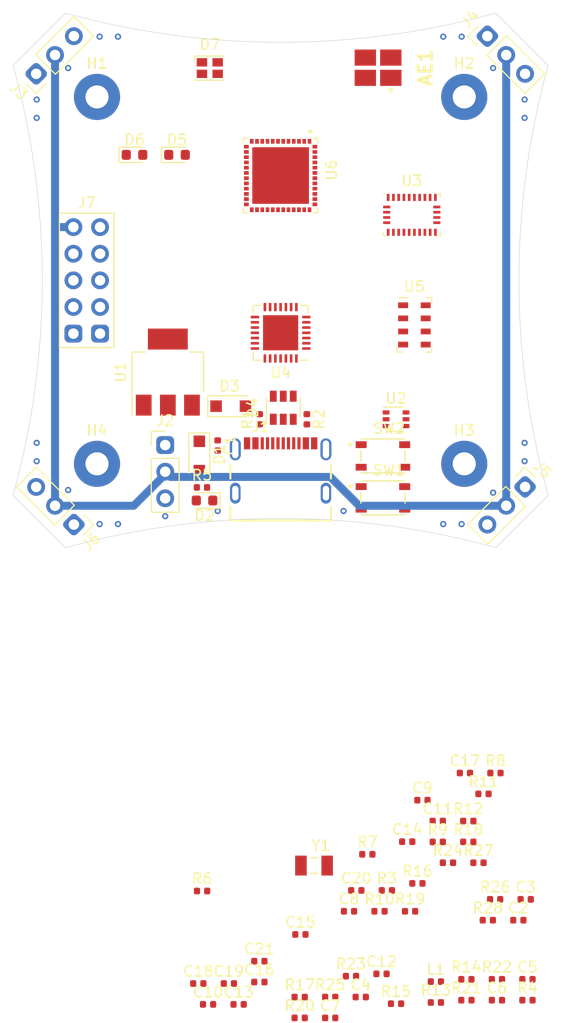
<source format=kicad_pcb>
(kicad_pcb (version 20171130) (host pcbnew "(5.1.6-0-10_14)")

  (general
    (thickness 1.6)
    (drawings 14)
    (tracks 35)
    (zones 0)
    (modules 78)
    (nets 64)
  )

  (page A4)
  (layers
    (0 F.Cu signal)
    (1 In1.Cu power)
    (2 In2.Cu power)
    (31 B.Cu signal)
    (33 F.Adhes user)
    (35 F.Paste user)
    (37 F.SilkS user)
    (39 F.Mask user)
    (40 Dwgs.User user)
    (41 Cmts.User user)
    (42 Eco1.User user)
    (43 Eco2.User user)
    (44 Edge.Cuts user)
    (45 Margin user)
    (46 B.CrtYd user)
    (47 F.CrtYd user)
    (49 F.Fab user hide)
  )

  (setup
    (last_trace_width 0.254)
    (user_trace_width 0.254)
    (user_trace_width 0.381)
    (user_trace_width 0.762)
    (trace_clearance 0.1524)
    (zone_clearance 0.254)
    (zone_45_only no)
    (trace_min 0.1524)
    (via_size 0.6)
    (via_drill 0.3)
    (via_min_size 0.6)
    (via_min_drill 0.3)
    (uvia_size 0.2)
    (uvia_drill 0.1)
    (uvias_allowed no)
    (uvia_min_size 0.2)
    (uvia_min_drill 0.1)
    (edge_width 0.05)
    (segment_width 0.2)
    (pcb_text_width 0.3)
    (pcb_text_size 1.5 1.5)
    (mod_edge_width 0.12)
    (mod_text_size 1 1)
    (mod_text_width 0.15)
    (pad_size 1.524 1.524)
    (pad_drill 0.762)
    (pad_to_mask_clearance 0.05)
    (aux_axis_origin 0 0)
    (visible_elements FFFFFF7F)
    (pcbplotparams
      (layerselection 0x010fc_ffffffff)
      (usegerberextensions false)
      (usegerberattributes true)
      (usegerberadvancedattributes true)
      (creategerberjobfile true)
      (excludeedgelayer true)
      (linewidth 0.100000)
      (plotframeref false)
      (viasonmask false)
      (mode 1)
      (useauxorigin false)
      (hpglpennumber 1)
      (hpglpenspeed 20)
      (hpglpendiameter 15.000000)
      (psnegative false)
      (psa4output false)
      (plotreference true)
      (plotvalue true)
      (plotinvisibletext false)
      (padsonsilk false)
      (subtractmaskfromsilk false)
      (outputformat 1)
      (mirror false)
      (drillshape 1)
      (scaleselection 1)
      (outputdirectory ""))
  )

  (net 0 "")
  (net 1 GND)
  (net 2 "Net-(AE1-Pad1)")
  (net 3 /VIN)
  (net 4 +3V3)
  (net 5 "Net-(C5-Pad1)")
  (net 6 "Net-(C6-Pad2)")
  (net 7 "Net-(C7-Pad2)")
  (net 8 "Net-(C12-Pad1)")
  (net 9 /EN)
  (net 10 "Net-(C18-Pad1)")
  (net 11 /IO0)
  (net 12 /VBEC)
  (net 13 "Net-(D2-Pad2)")
  (net 14 "Net-(D3-Pad2)")
  (net 15 "Net-(D4-Pad1)")
  (net 16 "Net-(D4-Pad3)")
  (net 17 /D+)
  (net 18 /D-)
  (net 19 "Net-(D5-Pad2)")
  (net 20 "Net-(D6-Pad2)")
  (net 21 "Net-(D7-Pad4)")
  (net 22 "Net-(D7-Pad3)")
  (net 23 "Net-(D7-Pad2)")
  (net 24 "Net-(J1-PadA5)")
  (net 25 "Net-(J1-PadB5)")
  (net 26 "Net-(J1-PadG1)")
  (net 27 /THR)
  (net 28 /SER1)
  (net 29 /SER2)
  (net 30 /SER3)
  (net 31 /SER4)
  (net 32 /RTS)
  (net 33 /IO10)
  (net 34 /IO9)
  (net 35 /SDA)
  (net 36 /SCL)
  (net 37 /IO5)
  (net 38 /IO4)
  (net 39 "Net-(R4-Pad1)")
  (net 40 /DTR)
  (net 41 "Net-(R6-Pad2)")
  (net 42 "Net-(R7-Pad1)")
  (net 43 "Net-(R8-Pad1)")
  (net 44 "Net-(R9-Pad1)")
  (net 45 "Net-(R10-Pad2)")
  (net 46 /RXD0)
  (net 47 "Net-(R11-Pad1)")
  (net 48 "Net-(R12-Pad1)")
  (net 49 /TXD0)
  (net 50 "Net-(R13-Pad1)")
  (net 51 "Net-(R14-Pad2)")
  (net 52 "Net-(R15-Pad2)")
  (net 53 "Net-(R16-Pad2)")
  (net 54 "Net-(R17-Pad2)")
  (net 55 "Net-(R21-Pad2)")
  (net 56 "Net-(R22-Pad2)")
  (net 57 /RED)
  (net 58 /GREEN)
  (net 59 /BLUE)
  (net 60 /EXT_PWR)
  (net 61 /IMU_INT)
  (net 62 /ALT_INT_2)
  (net 63 /ALT_INT_1)

  (net_class Default "This is the default net class."
    (clearance 0.1524)
    (trace_width 0.1524)
    (via_dia 0.6)
    (via_drill 0.3)
    (uvia_dia 0.2)
    (uvia_drill 0.1)
    (add_net +3V3)
    (add_net /ALT_INT_1)
    (add_net /ALT_INT_2)
    (add_net /BLUE)
    (add_net /D+)
    (add_net /D-)
    (add_net /DTR)
    (add_net /EN)
    (add_net /EXT_PWR)
    (add_net /GREEN)
    (add_net /IMU_INT)
    (add_net /IO0)
    (add_net /IO10)
    (add_net /IO4)
    (add_net /IO5)
    (add_net /IO9)
    (add_net /RED)
    (add_net /RTS)
    (add_net /RXD0)
    (add_net /SCL)
    (add_net /SDA)
    (add_net /SER1)
    (add_net /SER2)
    (add_net /SER3)
    (add_net /SER4)
    (add_net /THR)
    (add_net /TXD0)
    (add_net /VBEC)
    (add_net /VIN)
    (add_net GND)
    (add_net "Net-(AE1-Pad1)")
    (add_net "Net-(C12-Pad1)")
    (add_net "Net-(C18-Pad1)")
    (add_net "Net-(C5-Pad1)")
    (add_net "Net-(C6-Pad2)")
    (add_net "Net-(C7-Pad2)")
    (add_net "Net-(D2-Pad2)")
    (add_net "Net-(D3-Pad2)")
    (add_net "Net-(D4-Pad1)")
    (add_net "Net-(D4-Pad3)")
    (add_net "Net-(D5-Pad2)")
    (add_net "Net-(D6-Pad2)")
    (add_net "Net-(D7-Pad2)")
    (add_net "Net-(D7-Pad3)")
    (add_net "Net-(D7-Pad4)")
    (add_net "Net-(J1-PadA5)")
    (add_net "Net-(J1-PadB5)")
    (add_net "Net-(J1-PadG1)")
    (add_net "Net-(R10-Pad2)")
    (add_net "Net-(R11-Pad1)")
    (add_net "Net-(R12-Pad1)")
    (add_net "Net-(R13-Pad1)")
    (add_net "Net-(R14-Pad2)")
    (add_net "Net-(R15-Pad2)")
    (add_net "Net-(R16-Pad2)")
    (add_net "Net-(R17-Pad2)")
    (add_net "Net-(R21-Pad2)")
    (add_net "Net-(R22-Pad2)")
    (add_net "Net-(R4-Pad1)")
    (add_net "Net-(R6-Pad2)")
    (add_net "Net-(R7-Pad1)")
    (add_net "Net-(R8-Pad1)")
    (add_net "Net-(R9-Pad1)")
  )

  (module MountingHole:MountingHole_2.2mm_M2_Pad locked (layer F.Cu) (tedit 56D1B4CB) (tstamp 5F23F01D)
    (at 100 50)
    (descr "Mounting Hole 2.2mm, M2")
    (tags "mounting hole 2.2mm m2")
    (path /5FC8E67D)
    (attr virtual)
    (fp_text reference H1 (at 0 -3.2) (layer F.SilkS)
      (effects (font (size 1 1) (thickness 0.15)))
    )
    (fp_text value MountingHole (at 0 3.2) (layer F.Fab)
      (effects (font (size 1 1) (thickness 0.15)))
    )
    (fp_text user %R (at 0.3 0) (layer F.Fab)
      (effects (font (size 1 1) (thickness 0.15)))
    )
    (fp_circle (center 0 0) (end 2.2 0) (layer Cmts.User) (width 0.15))
    (fp_circle (center 0 0) (end 2.45 0) (layer F.CrtYd) (width 0.05))
    (pad 1 thru_hole circle (at 0 0) (size 4.4 4.4) (drill 2.2) (layers *.Cu *.Mask))
  )

  (module MountingHole:MountingHole_2.2mm_M2_Pad locked (layer F.Cu) (tedit 56D1B4CB) (tstamp 5F23F016)
    (at 135 50)
    (descr "Mounting Hole 2.2mm, M2")
    (tags "mounting hole 2.2mm m2")
    (path /5FC8EF75)
    (attr virtual)
    (fp_text reference H2 (at 0 -3.2) (layer F.SilkS)
      (effects (font (size 1 1) (thickness 0.15)))
    )
    (fp_text value MountingHole (at 0 3.2) (layer F.Fab)
      (effects (font (size 1 1) (thickness 0.15)))
    )
    (fp_text user %R (at 0.3 0) (layer F.Fab)
      (effects (font (size 1 1) (thickness 0.15)))
    )
    (fp_circle (center 0 0) (end 2.2 0) (layer Cmts.User) (width 0.15))
    (fp_circle (center 0 0) (end 2.45 0) (layer F.CrtYd) (width 0.05))
    (pad 1 thru_hole circle (at 0 0) (size 4.4 4.4) (drill 2.2) (layers *.Cu *.Mask))
  )

  (module MountingHole:MountingHole_2.2mm_M2_Pad locked (layer F.Cu) (tedit 56D1B4CB) (tstamp 5F23F00F)
    (at 135 85)
    (descr "Mounting Hole 2.2mm, M2")
    (tags "mounting hole 2.2mm m2")
    (path /5FC8F234)
    (attr virtual)
    (fp_text reference H3 (at 0 -3.2) (layer F.SilkS)
      (effects (font (size 1 1) (thickness 0.15)))
    )
    (fp_text value MountingHole (at 0 3.2) (layer F.Fab)
      (effects (font (size 1 1) (thickness 0.15)))
    )
    (fp_text user %R (at 0.3 0) (layer F.Fab)
      (effects (font (size 1 1) (thickness 0.15)))
    )
    (fp_circle (center 0 0) (end 2.2 0) (layer Cmts.User) (width 0.15))
    (fp_circle (center 0 0) (end 2.45 0) (layer F.CrtYd) (width 0.05))
    (pad 1 thru_hole circle (at 0 0) (size 4.4 4.4) (drill 2.2) (layers *.Cu *.Mask))
  )

  (module MountingHole:MountingHole_2.2mm_M2_Pad locked (layer F.Cu) (tedit 56D1B4CB) (tstamp 5F23F008)
    (at 100 85)
    (descr "Mounting Hole 2.2mm, M2")
    (tags "mounting hole 2.2mm m2")
    (path /5FC8F47C)
    (attr virtual)
    (fp_text reference H4 (at 0 -3.2) (layer F.SilkS)
      (effects (font (size 1 1) (thickness 0.15)))
    )
    (fp_text value MountingHole (at 0 3.2) (layer F.Fab)
      (effects (font (size 1 1) (thickness 0.15)))
    )
    (fp_text user %R (at 0.3 0) (layer F.Fab)
      (effects (font (size 1 1) (thickness 0.15)))
    )
    (fp_circle (center 0 0) (end 2.2 0) (layer Cmts.User) (width 0.15))
    (fp_circle (center 0 0) (end 2.45 0) (layer F.CrtYd) (width 0.05))
    (pad 1 thru_hole circle (at 0 0) (size 4.4 4.4) (drill 2.2) (layers *.Cu *.Mask))
  )

  (module flight-computer-2:PinHeader_1x03_P2.54mm_Vertical locked (layer F.Cu) (tedit 5F229E47) (tstamp 5F23EC66)
    (at 96 89 225)
    (descr "Through hole straight pin header, 1x03, 2.54mm pitch, single row")
    (tags "Through hole pin header THT 1x03 2.54mm single row")
    (path /5F3FAA8D)
    (fp_text reference J6 (at 0 -4.87 45) (layer F.SilkS)
      (effects (font (size 1 1) (thickness 0.15)))
    )
    (fp_text value SER4 (at 0 7.366001 45) (layer F.Fab)
      (effects (font (size 1 1) (thickness 0.15)))
    )
    (fp_text user %R (at 0 5.588 225) (layer F.Fab)
      (effects (font (size 1 1) (thickness 0.15)))
    )
    (fp_line (start -0.635 -3.81) (end 1.27 -3.81) (layer F.Fab) (width 0.1))
    (fp_line (start 1.27 -3.81) (end 1.27 3.81) (layer F.Fab) (width 0.1))
    (fp_line (start 1.27 3.81) (end -1.27 3.81) (layer F.Fab) (width 0.1))
    (fp_line (start -1.27 3.81) (end -1.27 -3.175) (layer F.Fab) (width 0.1))
    (fp_line (start -1.27 -3.175) (end -0.635 -3.81) (layer F.Fab) (width 0.1))
    (fp_line (start -1.33 3.87) (end 1.33 3.87) (layer F.SilkS) (width 0.12))
    (fp_line (start -1.33 -1.27) (end -1.33 3.87) (layer F.SilkS) (width 0.12))
    (fp_line (start 1.33 -1.27) (end 1.33 3.87) (layer F.SilkS) (width 0.12))
    (fp_line (start -1.33 -1.27) (end 1.33 -1.27) (layer F.SilkS) (width 0.12))
    (fp_line (start -1.33 -2.54) (end -1.33 -3.87) (layer F.SilkS) (width 0.12))
    (fp_line (start -1.33 -3.87) (end 0 -3.87) (layer F.SilkS) (width 0.12))
    (fp_line (start -1.8 -4.34) (end -1.8 4.31) (layer F.CrtYd) (width 0.05))
    (fp_line (start -1.8 4.31) (end 1.8 4.31) (layer F.CrtYd) (width 0.05))
    (fp_line (start 1.8 4.31) (end 1.8 -4.34) (layer F.CrtYd) (width 0.05))
    (fp_line (start 1.8 -4.34) (end -1.8 -4.34) (layer F.CrtYd) (width 0.05))
    (pad 3 thru_hole oval (at 0 2.54 225) (size 1.7 1.7) (drill 1) (layers *.Cu *.Mask)
      (net 1 GND))
    (pad 2 thru_hole oval (at 0 0 225) (size 1.7 1.7) (drill 1) (layers *.Cu *.Mask)
      (net 12 /VBEC))
    (pad 1 thru_hole roundrect (at 0 -2.54 225) (size 1.7 1.7) (drill 1) (layers *.Cu *.Mask) (roundrect_rratio 0.25)
      (net 31 /SER4))
    (model ${KISYS3DMOD}/Connector_PinHeader_2.54mm.3dshapes/PinHeader_1x03_P2.54mm_Vertical.wrl
      (offset (xyz 0 2.54 0))
      (scale (xyz 1 1 1))
      (rotate (xyz 0 0 0))
    )
  )

  (module flight-computer-2:PinHeader_1x03_P2.54mm_Vertical locked (layer F.Cu) (tedit 5F229E47) (tstamp 5F23EC50)
    (at 139 89 315)
    (descr "Through hole straight pin header, 1x03, 2.54mm pitch, single row")
    (tags "Through hole pin header THT 1x03 2.54mm single row")
    (path /5F3FA0AC)
    (fp_text reference J5 (at 0 -4.87 135) (layer F.SilkS)
      (effects (font (size 1 1) (thickness 0.15)))
    )
    (fp_text value SER3 (at 0 7.366001 135) (layer F.Fab)
      (effects (font (size 1 1) (thickness 0.15)))
    )
    (fp_text user %R (at 0 5.588 315) (layer F.Fab)
      (effects (font (size 1 1) (thickness 0.15)))
    )
    (fp_line (start -0.635 -3.81) (end 1.27 -3.81) (layer F.Fab) (width 0.1))
    (fp_line (start 1.27 -3.81) (end 1.27 3.81) (layer F.Fab) (width 0.1))
    (fp_line (start 1.27 3.81) (end -1.27 3.81) (layer F.Fab) (width 0.1))
    (fp_line (start -1.27 3.81) (end -1.27 -3.175) (layer F.Fab) (width 0.1))
    (fp_line (start -1.27 -3.175) (end -0.635 -3.81) (layer F.Fab) (width 0.1))
    (fp_line (start -1.33 3.87) (end 1.33 3.87) (layer F.SilkS) (width 0.12))
    (fp_line (start -1.33 -1.27) (end -1.33 3.87) (layer F.SilkS) (width 0.12))
    (fp_line (start 1.33 -1.27) (end 1.33 3.87) (layer F.SilkS) (width 0.12))
    (fp_line (start -1.33 -1.27) (end 1.33 -1.27) (layer F.SilkS) (width 0.12))
    (fp_line (start -1.33 -2.54) (end -1.33 -3.87) (layer F.SilkS) (width 0.12))
    (fp_line (start -1.33 -3.87) (end 0 -3.87) (layer F.SilkS) (width 0.12))
    (fp_line (start -1.8 -4.34) (end -1.8 4.31) (layer F.CrtYd) (width 0.05))
    (fp_line (start -1.8 4.31) (end 1.8 4.31) (layer F.CrtYd) (width 0.05))
    (fp_line (start 1.8 4.31) (end 1.8 -4.34) (layer F.CrtYd) (width 0.05))
    (fp_line (start 1.8 -4.34) (end -1.8 -4.34) (layer F.CrtYd) (width 0.05))
    (pad 3 thru_hole oval (at 0 2.54 315) (size 1.7 1.7) (drill 1) (layers *.Cu *.Mask)
      (net 1 GND))
    (pad 2 thru_hole oval (at 0 0 315) (size 1.7 1.7) (drill 1) (layers *.Cu *.Mask)
      (net 12 /VBEC))
    (pad 1 thru_hole roundrect (at 0 -2.54 315) (size 1.7 1.7) (drill 1) (layers *.Cu *.Mask) (roundrect_rratio 0.25)
      (net 30 /SER3))
    (model ${KISYS3DMOD}/Connector_PinHeader_2.54mm.3dshapes/PinHeader_1x03_P2.54mm_Vertical.wrl
      (offset (xyz 0 2.54 0))
      (scale (xyz 1 1 1))
      (rotate (xyz 0 0 0))
    )
  )

  (module flight-computer-2:PinHeader_1x03_P2.54mm_Vertical locked (layer F.Cu) (tedit 5F229E47) (tstamp 5F23EC3A)
    (at 139 46 45)
    (descr "Through hole straight pin header, 1x03, 2.54mm pitch, single row")
    (tags "Through hole pin header THT 1x03 2.54mm single row")
    (path /5F3F9DD1)
    (fp_text reference J4 (at 0 -4.87 45) (layer F.SilkS)
      (effects (font (size 1 1) (thickness 0.15)))
    )
    (fp_text value SER2 (at 0 7.366001 45) (layer F.Fab)
      (effects (font (size 1 1) (thickness 0.15)))
    )
    (fp_text user %R (at 0 5.588 225) (layer F.Fab)
      (effects (font (size 1 1) (thickness 0.15)))
    )
    (fp_line (start -0.635 -3.81) (end 1.27 -3.81) (layer F.Fab) (width 0.1))
    (fp_line (start 1.27 -3.81) (end 1.27 3.81) (layer F.Fab) (width 0.1))
    (fp_line (start 1.27 3.81) (end -1.27 3.81) (layer F.Fab) (width 0.1))
    (fp_line (start -1.27 3.81) (end -1.27 -3.175) (layer F.Fab) (width 0.1))
    (fp_line (start -1.27 -3.175) (end -0.635 -3.81) (layer F.Fab) (width 0.1))
    (fp_line (start -1.33 3.87) (end 1.33 3.87) (layer F.SilkS) (width 0.12))
    (fp_line (start -1.33 -1.27) (end -1.33 3.87) (layer F.SilkS) (width 0.12))
    (fp_line (start 1.33 -1.27) (end 1.33 3.87) (layer F.SilkS) (width 0.12))
    (fp_line (start -1.33 -1.27) (end 1.33 -1.27) (layer F.SilkS) (width 0.12))
    (fp_line (start -1.33 -2.54) (end -1.33 -3.87) (layer F.SilkS) (width 0.12))
    (fp_line (start -1.33 -3.87) (end 0 -3.87) (layer F.SilkS) (width 0.12))
    (fp_line (start -1.8 -4.34) (end -1.8 4.31) (layer F.CrtYd) (width 0.05))
    (fp_line (start -1.8 4.31) (end 1.8 4.31) (layer F.CrtYd) (width 0.05))
    (fp_line (start 1.8 4.31) (end 1.8 -4.34) (layer F.CrtYd) (width 0.05))
    (fp_line (start 1.8 -4.34) (end -1.8 -4.34) (layer F.CrtYd) (width 0.05))
    (pad 3 thru_hole oval (at 0 2.54 45) (size 1.7 1.7) (drill 1) (layers *.Cu *.Mask)
      (net 1 GND))
    (pad 2 thru_hole oval (at 0 0 45) (size 1.7 1.7) (drill 1) (layers *.Cu *.Mask)
      (net 12 /VBEC))
    (pad 1 thru_hole roundrect (at 0 -2.54 45) (size 1.7 1.7) (drill 1) (layers *.Cu *.Mask) (roundrect_rratio 0.25)
      (net 29 /SER2))
    (model ${KISYS3DMOD}/Connector_PinHeader_2.54mm.3dshapes/PinHeader_1x03_P2.54mm_Vertical.wrl
      (offset (xyz 0 2.54 0))
      (scale (xyz 1 1 1))
      (rotate (xyz 0 0 0))
    )
  )

  (module flight-computer-2:PinHeader_1x03_P2.54mm_Vertical locked (layer F.Cu) (tedit 5F229E47) (tstamp 5F23EC24)
    (at 96 46 135)
    (descr "Through hole straight pin header, 1x03, 2.54mm pitch, single row")
    (tags "Through hole pin header THT 1x03 2.54mm single row")
    (path /5F3F729E)
    (fp_text reference J3 (at 0 -4.87 135) (layer F.SilkS)
      (effects (font (size 1 1) (thickness 0.15)))
    )
    (fp_text value SER1 (at 0 7.366001 135) (layer F.Fab)
      (effects (font (size 1 1) (thickness 0.15)))
    )
    (fp_text user %R (at 0 5.588 315) (layer F.Fab)
      (effects (font (size 1 1) (thickness 0.15)))
    )
    (fp_line (start -0.635 -3.81) (end 1.27 -3.81) (layer F.Fab) (width 0.1))
    (fp_line (start 1.27 -3.81) (end 1.27 3.81) (layer F.Fab) (width 0.1))
    (fp_line (start 1.27 3.81) (end -1.27 3.81) (layer F.Fab) (width 0.1))
    (fp_line (start -1.27 3.81) (end -1.27 -3.175) (layer F.Fab) (width 0.1))
    (fp_line (start -1.27 -3.175) (end -0.635 -3.81) (layer F.Fab) (width 0.1))
    (fp_line (start -1.33 3.87) (end 1.33 3.87) (layer F.SilkS) (width 0.12))
    (fp_line (start -1.33 -1.27) (end -1.33 3.87) (layer F.SilkS) (width 0.12))
    (fp_line (start 1.33 -1.27) (end 1.33 3.87) (layer F.SilkS) (width 0.12))
    (fp_line (start -1.33 -1.27) (end 1.33 -1.27) (layer F.SilkS) (width 0.12))
    (fp_line (start -1.33 -2.54) (end -1.33 -3.87) (layer F.SilkS) (width 0.12))
    (fp_line (start -1.33 -3.87) (end 0 -3.87) (layer F.SilkS) (width 0.12))
    (fp_line (start -1.8 -4.34) (end -1.8 4.31) (layer F.CrtYd) (width 0.05))
    (fp_line (start -1.8 4.31) (end 1.8 4.31) (layer F.CrtYd) (width 0.05))
    (fp_line (start 1.8 4.31) (end 1.8 -4.34) (layer F.CrtYd) (width 0.05))
    (fp_line (start 1.8 -4.34) (end -1.8 -4.34) (layer F.CrtYd) (width 0.05))
    (pad 3 thru_hole oval (at 0 2.54 135) (size 1.7 1.7) (drill 1) (layers *.Cu *.Mask)
      (net 1 GND))
    (pad 2 thru_hole oval (at 0 0 135) (size 1.7 1.7) (drill 1) (layers *.Cu *.Mask)
      (net 12 /VBEC))
    (pad 1 thru_hole roundrect (at 0 -2.54 135) (size 1.7 1.7) (drill 1) (layers *.Cu *.Mask) (roundrect_rratio 0.25)
      (net 28 /SER1))
    (model ${KISYS3DMOD}/Connector_PinHeader_2.54mm.3dshapes/PinHeader_1x03_P2.54mm_Vertical.wrl
      (offset (xyz 0 2.54 0))
      (scale (xyz 1 1 1))
      (rotate (xyz 0 0 0))
    )
  )

  (module flight-computer-2:PinHeader_1x03_P2.54mm_Vertical locked (layer F.Cu) (tedit 5F229E47) (tstamp 5F261A90)
    (at 106.5 85.75)
    (descr "Through hole straight pin header, 1x03, 2.54mm pitch, single row")
    (tags "Through hole pin header THT 1x03 2.54mm single row")
    (path /5F3F5FF2)
    (fp_text reference J2 (at 0 -4.87) (layer F.SilkS)
      (effects (font (size 1 1) (thickness 0.15)))
    )
    (fp_text value THR (at 0 7.366) (layer F.Fab)
      (effects (font (size 1 1) (thickness 0.15)))
    )
    (fp_text user %R (at 0 5.588 180) (layer F.Fab)
      (effects (font (size 1 1) (thickness 0.15)))
    )
    (fp_line (start -0.635 -3.81) (end 1.27 -3.81) (layer F.Fab) (width 0.1))
    (fp_line (start 1.27 -3.81) (end 1.27 3.81) (layer F.Fab) (width 0.1))
    (fp_line (start 1.27 3.81) (end -1.27 3.81) (layer F.Fab) (width 0.1))
    (fp_line (start -1.27 3.81) (end -1.27 -3.175) (layer F.Fab) (width 0.1))
    (fp_line (start -1.27 -3.175) (end -0.635 -3.81) (layer F.Fab) (width 0.1))
    (fp_line (start -1.33 3.87) (end 1.33 3.87) (layer F.SilkS) (width 0.12))
    (fp_line (start -1.33 -1.27) (end -1.33 3.87) (layer F.SilkS) (width 0.12))
    (fp_line (start 1.33 -1.27) (end 1.33 3.87) (layer F.SilkS) (width 0.12))
    (fp_line (start -1.33 -1.27) (end 1.33 -1.27) (layer F.SilkS) (width 0.12))
    (fp_line (start -1.33 -2.54) (end -1.33 -3.87) (layer F.SilkS) (width 0.12))
    (fp_line (start -1.33 -3.87) (end 0 -3.87) (layer F.SilkS) (width 0.12))
    (fp_line (start -1.8 -4.34) (end -1.8 4.31) (layer F.CrtYd) (width 0.05))
    (fp_line (start -1.8 4.31) (end 1.8 4.31) (layer F.CrtYd) (width 0.05))
    (fp_line (start 1.8 4.31) (end 1.8 -4.34) (layer F.CrtYd) (width 0.05))
    (fp_line (start 1.8 -4.34) (end -1.8 -4.34) (layer F.CrtYd) (width 0.05))
    (pad 3 thru_hole oval (at 0 2.54) (size 1.7 1.7) (drill 1) (layers *.Cu *.Mask)
      (net 1 GND))
    (pad 2 thru_hole oval (at 0 0) (size 1.7 1.7) (drill 1) (layers *.Cu *.Mask)
      (net 12 /VBEC))
    (pad 1 thru_hole roundrect (at 0 -2.54) (size 1.7 1.7) (drill 1) (layers *.Cu *.Mask) (roundrect_rratio 0.25)
      (net 27 /THR))
    (model ${KISYS3DMOD}/Connector_PinHeader_2.54mm.3dshapes/PinHeader_1x03_P2.54mm_Vertical.wrl
      (offset (xyz 0 2.54 0))
      (scale (xyz 1 1 1))
      (rotate (xyz 0 0 0))
    )
  )

  (module flight-computer-2:47948-0001 (layer F.Cu) (tedit 5F241CFB) (tstamp 5F26AE89)
    (at 126.785 47.215 270)
    (path /5F66491A)
    (attr smd)
    (fp_text reference AE1 (at 0 -4.5 90) (layer F.SilkS)
      (effects (font (size 1.27 1.27) (thickness 0.254)))
    )
    (fp_text value 47948-0001 (at 0.25 4.5 90) (layer F.Fab)
      (effects (font (size 1.27 1.27) (thickness 0.254)))
    )
    (fp_text user %R (at 1 6.25 90) (layer F.Fab)
      (effects (font (size 1.27 1.27) (thickness 0.254)))
    )
    (fp_arc (start 2.1 -1.2) (end 2.1 -1.3) (angle 180) (layer F.SilkS) (width 0.2))
    (fp_arc (start 2.1 -1.2) (end 2.1 -1.1) (angle 180) (layer F.SilkS) (width 0.2))
    (fp_line (start 2.1 -1.1) (end 2.1 -1.1) (layer F.SilkS) (width 0.2))
    (fp_line (start 2.1 -1.3) (end 2.1 -1.3) (layer F.SilkS) (width 0.2))
    (fp_line (start -2.735 3.235) (end -2.735 -3.235) (layer F.CrtYd) (width 0.1))
    (fp_line (start 3.2 3.235) (end -2.735 3.235) (layer F.CrtYd) (width 0.1))
    (fp_line (start 3.2 -3.235) (end 3.2 3.235) (layer F.CrtYd) (width 0.1))
    (fp_line (start -2.735 -3.235) (end 3.2 -3.235) (layer F.CrtYd) (width 0.1))
    (fp_line (start -1.6 1.6) (end -1.6 -1.6) (layer F.Fab) (width 0.2))
    (fp_line (start 1.6 1.6) (end -1.6 1.6) (layer F.Fab) (width 0.2))
    (fp_line (start 1.6 -1.6) (end 1.6 1.6) (layer F.Fab) (width 0.2))
    (fp_line (start -1.6 -1.6) (end 1.6 -1.6) (layer F.Fab) (width 0.2))
    (pad 1 smd rect (at 0.965 -1.215 270) (size 1.54 2.04) (layers F.Cu F.Paste F.Mask)
      (net 2 "Net-(AE1-Pad1)"))
    (pad 2 smd rect (at 0.965 1.215 270) (size 1.54 2.04) (layers F.Cu F.Paste F.Mask)
      (net 1 GND))
    (pad 3 smd rect (at -0.965 1.215 270) (size 1.54 2.04) (layers F.Cu F.Paste F.Mask)
      (net 1 GND))
    (pad 4 smd rect (at -0.965 -1.215 270) (size 1.54 2.04) (layers F.Cu F.Paste F.Mask)
      (net 1 GND))
    (model ${KIPRJMOD}/3d/47948-0001.stp
      (offset (xyz 0 0 4))
      (scale (xyz 1 1 1))
      (rotate (xyz 0 180 0))
    )
  )

  (module flight-computer-2:C_0402_1005Metric (layer F.Cu) (tedit 5B301BBE) (tstamp 5F2632BE)
    (at 111.5 83.25 270)
    (descr "Capacitor SMD 0402 (1005 Metric), square (rectangular) end terminal, IPC_7351 nominal, (Body size source: http://www.tortai-tech.com/upload/download/2011102023233369053.pdf), generated with kicad-footprint-generator")
    (tags capacitor)
    (path /5F112FE3)
    (attr smd)
    (fp_text reference C1 (at 0 -1.17 90) (layer F.SilkS)
      (effects (font (size 1 1) (thickness 0.15)))
    )
    (fp_text value 4.7uF (at 0 1.17 90) (layer F.Fab)
      (effects (font (size 1 1) (thickness 0.15)))
    )
    (fp_text user %R (at 0 0 90) (layer F.Fab)
      (effects (font (size 0.25 0.25) (thickness 0.04)))
    )
    (fp_line (start -0.5 0.25) (end -0.5 -0.25) (layer F.Fab) (width 0.1))
    (fp_line (start -0.5 -0.25) (end 0.5 -0.25) (layer F.Fab) (width 0.1))
    (fp_line (start 0.5 -0.25) (end 0.5 0.25) (layer F.Fab) (width 0.1))
    (fp_line (start 0.5 0.25) (end -0.5 0.25) (layer F.Fab) (width 0.1))
    (fp_line (start -0.93 0.47) (end -0.93 -0.47) (layer F.CrtYd) (width 0.05))
    (fp_line (start -0.93 -0.47) (end 0.93 -0.47) (layer F.CrtYd) (width 0.05))
    (fp_line (start 0.93 -0.47) (end 0.93 0.47) (layer F.CrtYd) (width 0.05))
    (fp_line (start 0.93 0.47) (end -0.93 0.47) (layer F.CrtYd) (width 0.05))
    (pad 1 smd roundrect (at -0.485 0 270) (size 0.59 0.64) (layers F.Cu F.Paste F.Mask) (roundrect_rratio 0.25)
      (net 3 /VIN))
    (pad 2 smd roundrect (at 0.485 0 270) (size 0.59 0.64) (layers F.Cu F.Paste F.Mask) (roundrect_rratio 0.25)
      (net 1 GND))
    (model ${KISYS3DMOD}/Capacitor_SMD.3dshapes/C_0402_1005Metric.wrl
      (at (xyz 0 0 0))
      (scale (xyz 1 1 1))
      (rotate (xyz 0 0 0))
    )
  )

  (module flight-computer-2:C_0402_1005Metric (layer F.Cu) (tedit 5B301BBE) (tstamp 5F2632CD)
    (at 140.155001 128.535001)
    (descr "Capacitor SMD 0402 (1005 Metric), square (rectangular) end terminal, IPC_7351 nominal, (Body size source: http://www.tortai-tech.com/upload/download/2011102023233369053.pdf), generated with kicad-footprint-generator")
    (tags capacitor)
    (path /5F1200F7)
    (attr smd)
    (fp_text reference C2 (at 0 -1.17) (layer F.SilkS)
      (effects (font (size 1 1) (thickness 0.15)))
    )
    (fp_text value 4.7uF (at 0 1.17) (layer F.Fab)
      (effects (font (size 1 1) (thickness 0.15)))
    )
    (fp_text user %R (at 0 0) (layer F.Fab)
      (effects (font (size 0.25 0.25) (thickness 0.04)))
    )
    (fp_line (start -0.5 0.25) (end -0.5 -0.25) (layer F.Fab) (width 0.1))
    (fp_line (start -0.5 -0.25) (end 0.5 -0.25) (layer F.Fab) (width 0.1))
    (fp_line (start 0.5 -0.25) (end 0.5 0.25) (layer F.Fab) (width 0.1))
    (fp_line (start 0.5 0.25) (end -0.5 0.25) (layer F.Fab) (width 0.1))
    (fp_line (start -0.93 0.47) (end -0.93 -0.47) (layer F.CrtYd) (width 0.05))
    (fp_line (start -0.93 -0.47) (end 0.93 -0.47) (layer F.CrtYd) (width 0.05))
    (fp_line (start 0.93 -0.47) (end 0.93 0.47) (layer F.CrtYd) (width 0.05))
    (fp_line (start 0.93 0.47) (end -0.93 0.47) (layer F.CrtYd) (width 0.05))
    (pad 1 smd roundrect (at -0.485 0) (size 0.59 0.64) (layers F.Cu F.Paste F.Mask) (roundrect_rratio 0.25)
      (net 4 +3V3))
    (pad 2 smd roundrect (at 0.485 0) (size 0.59 0.64) (layers F.Cu F.Paste F.Mask) (roundrect_rratio 0.25)
      (net 1 GND))
    (model ${KISYS3DMOD}/Capacitor_SMD.3dshapes/C_0402_1005Metric.wrl
      (at (xyz 0 0 0))
      (scale (xyz 1 1 1))
      (rotate (xyz 0 0 0))
    )
  )

  (module flight-computer-2:C_0402_1005Metric (layer F.Cu) (tedit 5B301BBE) (tstamp 5F2632DC)
    (at 140.855001 126.545001)
    (descr "Capacitor SMD 0402 (1005 Metric), square (rectangular) end terminal, IPC_7351 nominal, (Body size source: http://www.tortai-tech.com/upload/download/2011102023233369053.pdf), generated with kicad-footprint-generator")
    (tags capacitor)
    (path /5F551F03)
    (attr smd)
    (fp_text reference C3 (at 0 -1.17) (layer F.SilkS)
      (effects (font (size 1 1) (thickness 0.15)))
    )
    (fp_text value 0.1uF (at 0 1.17) (layer F.Fab)
      (effects (font (size 1 1) (thickness 0.15)))
    )
    (fp_text user %R (at 0 0) (layer F.Fab)
      (effects (font (size 0.25 0.25) (thickness 0.04)))
    )
    (fp_line (start -0.5 0.25) (end -0.5 -0.25) (layer F.Fab) (width 0.1))
    (fp_line (start -0.5 -0.25) (end 0.5 -0.25) (layer F.Fab) (width 0.1))
    (fp_line (start 0.5 -0.25) (end 0.5 0.25) (layer F.Fab) (width 0.1))
    (fp_line (start 0.5 0.25) (end -0.5 0.25) (layer F.Fab) (width 0.1))
    (fp_line (start -0.93 0.47) (end -0.93 -0.47) (layer F.CrtYd) (width 0.05))
    (fp_line (start -0.93 -0.47) (end 0.93 -0.47) (layer F.CrtYd) (width 0.05))
    (fp_line (start 0.93 -0.47) (end 0.93 0.47) (layer F.CrtYd) (width 0.05))
    (fp_line (start 0.93 0.47) (end -0.93 0.47) (layer F.CrtYd) (width 0.05))
    (pad 1 smd roundrect (at -0.485 0) (size 0.59 0.64) (layers F.Cu F.Paste F.Mask) (roundrect_rratio 0.25)
      (net 4 +3V3))
    (pad 2 smd roundrect (at 0.485 0) (size 0.59 0.64) (layers F.Cu F.Paste F.Mask) (roundrect_rratio 0.25)
      (net 1 GND))
    (model ${KISYS3DMOD}/Capacitor_SMD.3dshapes/C_0402_1005Metric.wrl
      (at (xyz 0 0 0))
      (scale (xyz 1 1 1))
      (rotate (xyz 0 0 0))
    )
  )

  (module flight-computer-2:C_0402_1005Metric (layer F.Cu) (tedit 5B301BBE) (tstamp 5F2632EB)
    (at 125.135001 135.865001)
    (descr "Capacitor SMD 0402 (1005 Metric), square (rectangular) end terminal, IPC_7351 nominal, (Body size source: http://www.tortai-tech.com/upload/download/2011102023233369053.pdf), generated with kicad-footprint-generator")
    (tags capacitor)
    (path /5F550D87)
    (attr smd)
    (fp_text reference C4 (at 0 -1.17) (layer F.SilkS)
      (effects (font (size 1 1) (thickness 0.15)))
    )
    (fp_text value 0.1uF (at 0 1.17) (layer F.Fab)
      (effects (font (size 1 1) (thickness 0.15)))
    )
    (fp_text user %R (at 0 0) (layer F.Fab)
      (effects (font (size 0.25 0.25) (thickness 0.04)))
    )
    (fp_line (start -0.5 0.25) (end -0.5 -0.25) (layer F.Fab) (width 0.1))
    (fp_line (start -0.5 -0.25) (end 0.5 -0.25) (layer F.Fab) (width 0.1))
    (fp_line (start 0.5 -0.25) (end 0.5 0.25) (layer F.Fab) (width 0.1))
    (fp_line (start 0.5 0.25) (end -0.5 0.25) (layer F.Fab) (width 0.1))
    (fp_line (start -0.93 0.47) (end -0.93 -0.47) (layer F.CrtYd) (width 0.05))
    (fp_line (start -0.93 -0.47) (end 0.93 -0.47) (layer F.CrtYd) (width 0.05))
    (fp_line (start 0.93 -0.47) (end 0.93 0.47) (layer F.CrtYd) (width 0.05))
    (fp_line (start 0.93 0.47) (end -0.93 0.47) (layer F.CrtYd) (width 0.05))
    (pad 1 smd roundrect (at -0.485 0) (size 0.59 0.64) (layers F.Cu F.Paste F.Mask) (roundrect_rratio 0.25)
      (net 4 +3V3))
    (pad 2 smd roundrect (at 0.485 0) (size 0.59 0.64) (layers F.Cu F.Paste F.Mask) (roundrect_rratio 0.25)
      (net 1 GND))
    (model ${KISYS3DMOD}/Capacitor_SMD.3dshapes/C_0402_1005Metric.wrl
      (at (xyz 0 0 0))
      (scale (xyz 1 1 1))
      (rotate (xyz 0 0 0))
    )
  )

  (module flight-computer-2:C_0402_1005Metric (layer F.Cu) (tedit 5B301BBE) (tstamp 5F2632FA)
    (at 141.025001 134.175001)
    (descr "Capacitor SMD 0402 (1005 Metric), square (rectangular) end terminal, IPC_7351 nominal, (Body size source: http://www.tortai-tech.com/upload/download/2011102023233369053.pdf), generated with kicad-footprint-generator")
    (tags capacitor)
    (path /5F436EC6)
    (attr smd)
    (fp_text reference C5 (at 0 -1.17) (layer F.SilkS)
      (effects (font (size 1 1) (thickness 0.15)))
    )
    (fp_text value 0.1uF (at 0 1.17) (layer F.Fab)
      (effects (font (size 1 1) (thickness 0.15)))
    )
    (fp_text user %R (at 0 0) (layer F.Fab)
      (effects (font (size 0.25 0.25) (thickness 0.04)))
    )
    (fp_line (start -0.5 0.25) (end -0.5 -0.25) (layer F.Fab) (width 0.1))
    (fp_line (start -0.5 -0.25) (end 0.5 -0.25) (layer F.Fab) (width 0.1))
    (fp_line (start 0.5 -0.25) (end 0.5 0.25) (layer F.Fab) (width 0.1))
    (fp_line (start 0.5 0.25) (end -0.5 0.25) (layer F.Fab) (width 0.1))
    (fp_line (start -0.93 0.47) (end -0.93 -0.47) (layer F.CrtYd) (width 0.05))
    (fp_line (start -0.93 -0.47) (end 0.93 -0.47) (layer F.CrtYd) (width 0.05))
    (fp_line (start 0.93 -0.47) (end 0.93 0.47) (layer F.CrtYd) (width 0.05))
    (fp_line (start 0.93 0.47) (end -0.93 0.47) (layer F.CrtYd) (width 0.05))
    (pad 1 smd roundrect (at -0.485 0) (size 0.59 0.64) (layers F.Cu F.Paste F.Mask) (roundrect_rratio 0.25)
      (net 5 "Net-(C5-Pad1)"))
    (pad 2 smd roundrect (at 0.485 0) (size 0.59 0.64) (layers F.Cu F.Paste F.Mask) (roundrect_rratio 0.25)
      (net 1 GND))
    (model ${KISYS3DMOD}/Capacitor_SMD.3dshapes/C_0402_1005Metric.wrl
      (at (xyz 0 0 0))
      (scale (xyz 1 1 1))
      (rotate (xyz 0 0 0))
    )
  )

  (module flight-computer-2:C_0402_1005Metric (layer F.Cu) (tedit 5B301BBE) (tstamp 5F263309)
    (at 138.115001 136.165001)
    (descr "Capacitor SMD 0402 (1005 Metric), square (rectangular) end terminal, IPC_7351 nominal, (Body size source: http://www.tortai-tech.com/upload/download/2011102023233369053.pdf), generated with kicad-footprint-generator")
    (tags capacitor)
    (path /5F449EA3)
    (attr smd)
    (fp_text reference C6 (at 0 -1.17) (layer F.SilkS)
      (effects (font (size 1 1) (thickness 0.15)))
    )
    (fp_text value 22pF (at 0 1.17) (layer F.Fab)
      (effects (font (size 1 1) (thickness 0.15)))
    )
    (fp_text user %R (at 0 0) (layer F.Fab)
      (effects (font (size 0.25 0.25) (thickness 0.04)))
    )
    (fp_line (start -0.5 0.25) (end -0.5 -0.25) (layer F.Fab) (width 0.1))
    (fp_line (start -0.5 -0.25) (end 0.5 -0.25) (layer F.Fab) (width 0.1))
    (fp_line (start 0.5 -0.25) (end 0.5 0.25) (layer F.Fab) (width 0.1))
    (fp_line (start 0.5 0.25) (end -0.5 0.25) (layer F.Fab) (width 0.1))
    (fp_line (start -0.93 0.47) (end -0.93 -0.47) (layer F.CrtYd) (width 0.05))
    (fp_line (start -0.93 -0.47) (end 0.93 -0.47) (layer F.CrtYd) (width 0.05))
    (fp_line (start 0.93 -0.47) (end 0.93 0.47) (layer F.CrtYd) (width 0.05))
    (fp_line (start 0.93 0.47) (end -0.93 0.47) (layer F.CrtYd) (width 0.05))
    (pad 1 smd roundrect (at -0.485 0) (size 0.59 0.64) (layers F.Cu F.Paste F.Mask) (roundrect_rratio 0.25)
      (net 1 GND))
    (pad 2 smd roundrect (at 0.485 0) (size 0.59 0.64) (layers F.Cu F.Paste F.Mask) (roundrect_rratio 0.25)
      (net 6 "Net-(C6-Pad2)"))
    (model ${KISYS3DMOD}/Capacitor_SMD.3dshapes/C_0402_1005Metric.wrl
      (at (xyz 0 0 0))
      (scale (xyz 1 1 1))
      (rotate (xyz 0 0 0))
    )
  )

  (module flight-computer-2:C_0402_1005Metric (layer F.Cu) (tedit 5B301BBE) (tstamp 5F263318)
    (at 122.225001 137.855001)
    (descr "Capacitor SMD 0402 (1005 Metric), square (rectangular) end terminal, IPC_7351 nominal, (Body size source: http://www.tortai-tech.com/upload/download/2011102023233369053.pdf), generated with kicad-footprint-generator")
    (tags capacitor)
    (path /5F448F0E)
    (attr smd)
    (fp_text reference C7 (at 0 -1.17) (layer F.SilkS)
      (effects (font (size 1 1) (thickness 0.15)))
    )
    (fp_text value 22pF (at 0 1.17) (layer F.Fab)
      (effects (font (size 1 1) (thickness 0.15)))
    )
    (fp_text user %R (at 0 0) (layer F.Fab)
      (effects (font (size 0.25 0.25) (thickness 0.04)))
    )
    (fp_line (start -0.5 0.25) (end -0.5 -0.25) (layer F.Fab) (width 0.1))
    (fp_line (start -0.5 -0.25) (end 0.5 -0.25) (layer F.Fab) (width 0.1))
    (fp_line (start 0.5 -0.25) (end 0.5 0.25) (layer F.Fab) (width 0.1))
    (fp_line (start 0.5 0.25) (end -0.5 0.25) (layer F.Fab) (width 0.1))
    (fp_line (start -0.93 0.47) (end -0.93 -0.47) (layer F.CrtYd) (width 0.05))
    (fp_line (start -0.93 -0.47) (end 0.93 -0.47) (layer F.CrtYd) (width 0.05))
    (fp_line (start 0.93 -0.47) (end 0.93 0.47) (layer F.CrtYd) (width 0.05))
    (fp_line (start 0.93 0.47) (end -0.93 0.47) (layer F.CrtYd) (width 0.05))
    (pad 1 smd roundrect (at -0.485 0) (size 0.59 0.64) (layers F.Cu F.Paste F.Mask) (roundrect_rratio 0.25)
      (net 1 GND))
    (pad 2 smd roundrect (at 0.485 0) (size 0.59 0.64) (layers F.Cu F.Paste F.Mask) (roundrect_rratio 0.25)
      (net 7 "Net-(C7-Pad2)"))
    (model ${KISYS3DMOD}/Capacitor_SMD.3dshapes/C_0402_1005Metric.wrl
      (at (xyz 0 0 0))
      (scale (xyz 1 1 1))
      (rotate (xyz 0 0 0))
    )
  )

  (module flight-computer-2:C_0402_1005Metric (layer F.Cu) (tedit 5B301BBE) (tstamp 5F263327)
    (at 124.015001 127.685001)
    (descr "Capacitor SMD 0402 (1005 Metric), square (rectangular) end terminal, IPC_7351 nominal, (Body size source: http://www.tortai-tech.com/upload/download/2011102023233369053.pdf), generated with kicad-footprint-generator")
    (tags capacitor)
    (path /5F13A7BB)
    (attr smd)
    (fp_text reference C8 (at 0 -1.17) (layer F.SilkS)
      (effects (font (size 1 1) (thickness 0.15)))
    )
    (fp_text value 0.1uF (at 0 1.17) (layer F.Fab)
      (effects (font (size 1 1) (thickness 0.15)))
    )
    (fp_text user %R (at 0 0) (layer F.Fab)
      (effects (font (size 0.25 0.25) (thickness 0.04)))
    )
    (fp_line (start -0.5 0.25) (end -0.5 -0.25) (layer F.Fab) (width 0.1))
    (fp_line (start -0.5 -0.25) (end 0.5 -0.25) (layer F.Fab) (width 0.1))
    (fp_line (start 0.5 -0.25) (end 0.5 0.25) (layer F.Fab) (width 0.1))
    (fp_line (start 0.5 0.25) (end -0.5 0.25) (layer F.Fab) (width 0.1))
    (fp_line (start -0.93 0.47) (end -0.93 -0.47) (layer F.CrtYd) (width 0.05))
    (fp_line (start -0.93 -0.47) (end 0.93 -0.47) (layer F.CrtYd) (width 0.05))
    (fp_line (start 0.93 -0.47) (end 0.93 0.47) (layer F.CrtYd) (width 0.05))
    (fp_line (start 0.93 0.47) (end -0.93 0.47) (layer F.CrtYd) (width 0.05))
    (pad 1 smd roundrect (at -0.485 0) (size 0.59 0.64) (layers F.Cu F.Paste F.Mask) (roundrect_rratio 0.25)
      (net 1 GND))
    (pad 2 smd roundrect (at 0.485 0) (size 0.59 0.64) (layers F.Cu F.Paste F.Mask) (roundrect_rratio 0.25)
      (net 4 +3V3))
    (model ${KISYS3DMOD}/Capacitor_SMD.3dshapes/C_0402_1005Metric.wrl
      (at (xyz 0 0 0))
      (scale (xyz 1 1 1))
      (rotate (xyz 0 0 0))
    )
  )

  (module flight-computer-2:C_0402_1005Metric (layer F.Cu) (tedit 5B301BBE) (tstamp 5F263336)
    (at 131.015001 117.085001)
    (descr "Capacitor SMD 0402 (1005 Metric), square (rectangular) end terminal, IPC_7351 nominal, (Body size source: http://www.tortai-tech.com/upload/download/2011102023233369053.pdf), generated with kicad-footprint-generator")
    (tags capacitor)
    (path /5F5EF387)
    (attr smd)
    (fp_text reference C9 (at 0 -1.17) (layer F.SilkS)
      (effects (font (size 1 1) (thickness 0.15)))
    )
    (fp_text value 10uF (at 0 1.17) (layer F.Fab)
      (effects (font (size 1 1) (thickness 0.15)))
    )
    (fp_text user %R (at 0 0) (layer F.Fab)
      (effects (font (size 0.25 0.25) (thickness 0.04)))
    )
    (fp_line (start -0.5 0.25) (end -0.5 -0.25) (layer F.Fab) (width 0.1))
    (fp_line (start -0.5 -0.25) (end 0.5 -0.25) (layer F.Fab) (width 0.1))
    (fp_line (start 0.5 -0.25) (end 0.5 0.25) (layer F.Fab) (width 0.1))
    (fp_line (start 0.5 0.25) (end -0.5 0.25) (layer F.Fab) (width 0.1))
    (fp_line (start -0.93 0.47) (end -0.93 -0.47) (layer F.CrtYd) (width 0.05))
    (fp_line (start -0.93 -0.47) (end 0.93 -0.47) (layer F.CrtYd) (width 0.05))
    (fp_line (start 0.93 -0.47) (end 0.93 0.47) (layer F.CrtYd) (width 0.05))
    (fp_line (start 0.93 0.47) (end -0.93 0.47) (layer F.CrtYd) (width 0.05))
    (pad 1 smd roundrect (at -0.485 0) (size 0.59 0.64) (layers F.Cu F.Paste F.Mask) (roundrect_rratio 0.25)
      (net 4 +3V3))
    (pad 2 smd roundrect (at 0.485 0) (size 0.59 0.64) (layers F.Cu F.Paste F.Mask) (roundrect_rratio 0.25)
      (net 1 GND))
    (model ${KISYS3DMOD}/Capacitor_SMD.3dshapes/C_0402_1005Metric.wrl
      (at (xyz 0 0 0))
      (scale (xyz 1 1 1))
      (rotate (xyz 0 0 0))
    )
  )

  (module flight-computer-2:C_0402_1005Metric (layer F.Cu) (tedit 5B301BBE) (tstamp 5F263345)
    (at 110.585001 136.565001)
    (descr "Capacitor SMD 0402 (1005 Metric), square (rectangular) end terminal, IPC_7351 nominal, (Body size source: http://www.tortai-tech.com/upload/download/2011102023233369053.pdf), generated with kicad-footprint-generator")
    (tags capacitor)
    (path /5F5EEF03)
    (attr smd)
    (fp_text reference C10 (at 0 -1.17) (layer F.SilkS)
      (effects (font (size 1 1) (thickness 0.15)))
    )
    (fp_text value 1uF (at 0 1.17) (layer F.Fab)
      (effects (font (size 1 1) (thickness 0.15)))
    )
    (fp_text user %R (at 0 0) (layer F.Fab)
      (effects (font (size 0.25 0.25) (thickness 0.04)))
    )
    (fp_line (start -0.5 0.25) (end -0.5 -0.25) (layer F.Fab) (width 0.1))
    (fp_line (start -0.5 -0.25) (end 0.5 -0.25) (layer F.Fab) (width 0.1))
    (fp_line (start 0.5 -0.25) (end 0.5 0.25) (layer F.Fab) (width 0.1))
    (fp_line (start 0.5 0.25) (end -0.5 0.25) (layer F.Fab) (width 0.1))
    (fp_line (start -0.93 0.47) (end -0.93 -0.47) (layer F.CrtYd) (width 0.05))
    (fp_line (start -0.93 -0.47) (end 0.93 -0.47) (layer F.CrtYd) (width 0.05))
    (fp_line (start 0.93 -0.47) (end 0.93 0.47) (layer F.CrtYd) (width 0.05))
    (fp_line (start 0.93 0.47) (end -0.93 0.47) (layer F.CrtYd) (width 0.05))
    (pad 1 smd roundrect (at -0.485 0) (size 0.59 0.64) (layers F.Cu F.Paste F.Mask) (roundrect_rratio 0.25)
      (net 4 +3V3))
    (pad 2 smd roundrect (at 0.485 0) (size 0.59 0.64) (layers F.Cu F.Paste F.Mask) (roundrect_rratio 0.25)
      (net 1 GND))
    (model ${KISYS3DMOD}/Capacitor_SMD.3dshapes/C_0402_1005Metric.wrl
      (at (xyz 0 0 0))
      (scale (xyz 1 1 1))
      (rotate (xyz 0 0 0))
    )
  )

  (module flight-computer-2:C_0402_1005Metric (layer F.Cu) (tedit 5B301BBE) (tstamp 5F263354)
    (at 132.475001 119.075001)
    (descr "Capacitor SMD 0402 (1005 Metric), square (rectangular) end terminal, IPC_7351 nominal, (Body size source: http://www.tortai-tech.com/upload/download/2011102023233369053.pdf), generated with kicad-footprint-generator")
    (tags capacitor)
    (path /5F5D3196)
    (attr smd)
    (fp_text reference C11 (at 0 -1.17) (layer F.SilkS)
      (effects (font (size 1 1) (thickness 0.15)))
    )
    (fp_text value 0.1uF (at 0 1.17) (layer F.Fab)
      (effects (font (size 1 1) (thickness 0.15)))
    )
    (fp_text user %R (at 0 0) (layer F.Fab)
      (effects (font (size 0.25 0.25) (thickness 0.04)))
    )
    (fp_line (start -0.5 0.25) (end -0.5 -0.25) (layer F.Fab) (width 0.1))
    (fp_line (start -0.5 -0.25) (end 0.5 -0.25) (layer F.Fab) (width 0.1))
    (fp_line (start 0.5 -0.25) (end 0.5 0.25) (layer F.Fab) (width 0.1))
    (fp_line (start 0.5 0.25) (end -0.5 0.25) (layer F.Fab) (width 0.1))
    (fp_line (start -0.93 0.47) (end -0.93 -0.47) (layer F.CrtYd) (width 0.05))
    (fp_line (start -0.93 -0.47) (end 0.93 -0.47) (layer F.CrtYd) (width 0.05))
    (fp_line (start 0.93 -0.47) (end 0.93 0.47) (layer F.CrtYd) (width 0.05))
    (fp_line (start 0.93 0.47) (end -0.93 0.47) (layer F.CrtYd) (width 0.05))
    (pad 1 smd roundrect (at -0.485 0) (size 0.59 0.64) (layers F.Cu F.Paste F.Mask) (roundrect_rratio 0.25)
      (net 4 +3V3))
    (pad 2 smd roundrect (at 0.485 0) (size 0.59 0.64) (layers F.Cu F.Paste F.Mask) (roundrect_rratio 0.25)
      (net 1 GND))
    (model ${KISYS3DMOD}/Capacitor_SMD.3dshapes/C_0402_1005Metric.wrl
      (at (xyz 0 0 0))
      (scale (xyz 1 1 1))
      (rotate (xyz 0 0 0))
    )
  )

  (module flight-computer-2:C_0402_1005Metric (layer F.Cu) (tedit 5B301BBE) (tstamp 5F263363)
    (at 127.115001 133.655001)
    (descr "Capacitor SMD 0402 (1005 Metric), square (rectangular) end terminal, IPC_7351 nominal, (Body size source: http://www.tortai-tech.com/upload/download/2011102023233369053.pdf), generated with kicad-footprint-generator")
    (tags capacitor)
    (path /5F5A1F97)
    (attr smd)
    (fp_text reference C12 (at 0 -1.17) (layer F.SilkS)
      (effects (font (size 1 1) (thickness 0.15)))
    )
    (fp_text value 0.1uF (at 0 1.17) (layer F.Fab)
      (effects (font (size 1 1) (thickness 0.15)))
    )
    (fp_text user %R (at 0 0) (layer F.Fab)
      (effects (font (size 0.25 0.25) (thickness 0.04)))
    )
    (fp_line (start -0.5 0.25) (end -0.5 -0.25) (layer F.Fab) (width 0.1))
    (fp_line (start -0.5 -0.25) (end 0.5 -0.25) (layer F.Fab) (width 0.1))
    (fp_line (start 0.5 -0.25) (end 0.5 0.25) (layer F.Fab) (width 0.1))
    (fp_line (start 0.5 0.25) (end -0.5 0.25) (layer F.Fab) (width 0.1))
    (fp_line (start -0.93 0.47) (end -0.93 -0.47) (layer F.CrtYd) (width 0.05))
    (fp_line (start -0.93 -0.47) (end 0.93 -0.47) (layer F.CrtYd) (width 0.05))
    (fp_line (start 0.93 -0.47) (end 0.93 0.47) (layer F.CrtYd) (width 0.05))
    (fp_line (start 0.93 0.47) (end -0.93 0.47) (layer F.CrtYd) (width 0.05))
    (pad 1 smd roundrect (at -0.485 0) (size 0.59 0.64) (layers F.Cu F.Paste F.Mask) (roundrect_rratio 0.25)
      (net 8 "Net-(C12-Pad1)"))
    (pad 2 smd roundrect (at 0.485 0) (size 0.59 0.64) (layers F.Cu F.Paste F.Mask) (roundrect_rratio 0.25)
      (net 1 GND))
    (model ${KISYS3DMOD}/Capacitor_SMD.3dshapes/C_0402_1005Metric.wrl
      (at (xyz 0 0 0))
      (scale (xyz 1 1 1))
      (rotate (xyz 0 0 0))
    )
  )

  (module flight-computer-2:C_0402_1005Metric (layer F.Cu) (tedit 5B301BBE) (tstamp 5F263372)
    (at 113.495001 136.565001)
    (descr "Capacitor SMD 0402 (1005 Metric), square (rectangular) end terminal, IPC_7351 nominal, (Body size source: http://www.tortai-tech.com/upload/download/2011102023233369053.pdf), generated with kicad-footprint-generator")
    (tags capacitor)
    (path /5F1DF250)
    (attr smd)
    (fp_text reference C13 (at 0 -1.17) (layer F.SilkS)
      (effects (font (size 1 1) (thickness 0.15)))
    )
    (fp_text value 10uF (at 0 1.17) (layer F.Fab)
      (effects (font (size 1 1) (thickness 0.15)))
    )
    (fp_text user %R (at 0 0) (layer F.Fab)
      (effects (font (size 0.25 0.25) (thickness 0.04)))
    )
    (fp_line (start -0.5 0.25) (end -0.5 -0.25) (layer F.Fab) (width 0.1))
    (fp_line (start -0.5 -0.25) (end 0.5 -0.25) (layer F.Fab) (width 0.1))
    (fp_line (start 0.5 -0.25) (end 0.5 0.25) (layer F.Fab) (width 0.1))
    (fp_line (start 0.5 0.25) (end -0.5 0.25) (layer F.Fab) (width 0.1))
    (fp_line (start -0.93 0.47) (end -0.93 -0.47) (layer F.CrtYd) (width 0.05))
    (fp_line (start -0.93 -0.47) (end 0.93 -0.47) (layer F.CrtYd) (width 0.05))
    (fp_line (start 0.93 -0.47) (end 0.93 0.47) (layer F.CrtYd) (width 0.05))
    (fp_line (start 0.93 0.47) (end -0.93 0.47) (layer F.CrtYd) (width 0.05))
    (pad 1 smd roundrect (at -0.485 0) (size 0.59 0.64) (layers F.Cu F.Paste F.Mask) (roundrect_rratio 0.25)
      (net 4 +3V3))
    (pad 2 smd roundrect (at 0.485 0) (size 0.59 0.64) (layers F.Cu F.Paste F.Mask) (roundrect_rratio 0.25)
      (net 1 GND))
    (model ${KISYS3DMOD}/Capacitor_SMD.3dshapes/C_0402_1005Metric.wrl
      (at (xyz 0 0 0))
      (scale (xyz 1 1 1))
      (rotate (xyz 0 0 0))
    )
  )

  (module flight-computer-2:C_0402_1005Metric (layer F.Cu) (tedit 5B301BBE) (tstamp 5F263381)
    (at 129.565001 121.045001)
    (descr "Capacitor SMD 0402 (1005 Metric), square (rectangular) end terminal, IPC_7351 nominal, (Body size source: http://www.tortai-tech.com/upload/download/2011102023233369053.pdf), generated with kicad-footprint-generator")
    (tags capacitor)
    (path /5F1DFC27)
    (attr smd)
    (fp_text reference C14 (at 0 -1.17) (layer F.SilkS)
      (effects (font (size 1 1) (thickness 0.15)))
    )
    (fp_text value 0.1uF (at 0 1.17) (layer F.Fab)
      (effects (font (size 1 1) (thickness 0.15)))
    )
    (fp_text user %R (at 0 0) (layer F.Fab)
      (effects (font (size 0.25 0.25) (thickness 0.04)))
    )
    (fp_line (start -0.5 0.25) (end -0.5 -0.25) (layer F.Fab) (width 0.1))
    (fp_line (start -0.5 -0.25) (end 0.5 -0.25) (layer F.Fab) (width 0.1))
    (fp_line (start 0.5 -0.25) (end 0.5 0.25) (layer F.Fab) (width 0.1))
    (fp_line (start 0.5 0.25) (end -0.5 0.25) (layer F.Fab) (width 0.1))
    (fp_line (start -0.93 0.47) (end -0.93 -0.47) (layer F.CrtYd) (width 0.05))
    (fp_line (start -0.93 -0.47) (end 0.93 -0.47) (layer F.CrtYd) (width 0.05))
    (fp_line (start 0.93 -0.47) (end 0.93 0.47) (layer F.CrtYd) (width 0.05))
    (fp_line (start 0.93 0.47) (end -0.93 0.47) (layer F.CrtYd) (width 0.05))
    (pad 1 smd roundrect (at -0.485 0) (size 0.59 0.64) (layers F.Cu F.Paste F.Mask) (roundrect_rratio 0.25)
      (net 4 +3V3))
    (pad 2 smd roundrect (at 0.485 0) (size 0.59 0.64) (layers F.Cu F.Paste F.Mask) (roundrect_rratio 0.25)
      (net 1 GND))
    (model ${KISYS3DMOD}/Capacitor_SMD.3dshapes/C_0402_1005Metric.wrl
      (at (xyz 0 0 0))
      (scale (xyz 1 1 1))
      (rotate (xyz 0 0 0))
    )
  )

  (module flight-computer-2:C_0402_1005Metric (layer F.Cu) (tedit 5B301BBE) (tstamp 5F263390)
    (at 119.385001 129.895001)
    (descr "Capacitor SMD 0402 (1005 Metric), square (rectangular) end terminal, IPC_7351 nominal, (Body size source: http://www.tortai-tech.com/upload/download/2011102023233369053.pdf), generated with kicad-footprint-generator")
    (tags capacitor)
    (path /5FE4935D)
    (attr smd)
    (fp_text reference C15 (at 0 -1.17) (layer F.SilkS)
      (effects (font (size 1 1) (thickness 0.15)))
    )
    (fp_text value 10uF (at 0 1.17) (layer F.Fab)
      (effects (font (size 1 1) (thickness 0.15)))
    )
    (fp_text user %R (at 0 0) (layer F.Fab)
      (effects (font (size 0.25 0.25) (thickness 0.04)))
    )
    (fp_line (start -0.5 0.25) (end -0.5 -0.25) (layer F.Fab) (width 0.1))
    (fp_line (start -0.5 -0.25) (end 0.5 -0.25) (layer F.Fab) (width 0.1))
    (fp_line (start 0.5 -0.25) (end 0.5 0.25) (layer F.Fab) (width 0.1))
    (fp_line (start 0.5 0.25) (end -0.5 0.25) (layer F.Fab) (width 0.1))
    (fp_line (start -0.93 0.47) (end -0.93 -0.47) (layer F.CrtYd) (width 0.05))
    (fp_line (start -0.93 -0.47) (end 0.93 -0.47) (layer F.CrtYd) (width 0.05))
    (fp_line (start 0.93 -0.47) (end 0.93 0.47) (layer F.CrtYd) (width 0.05))
    (fp_line (start 0.93 0.47) (end -0.93 0.47) (layer F.CrtYd) (width 0.05))
    (pad 1 smd roundrect (at -0.485 0) (size 0.59 0.64) (layers F.Cu F.Paste F.Mask) (roundrect_rratio 0.25)
      (net 4 +3V3))
    (pad 2 smd roundrect (at 0.485 0) (size 0.59 0.64) (layers F.Cu F.Paste F.Mask) (roundrect_rratio 0.25)
      (net 1 GND))
    (model ${KISYS3DMOD}/Capacitor_SMD.3dshapes/C_0402_1005Metric.wrl
      (at (xyz 0 0 0))
      (scale (xyz 1 1 1))
      (rotate (xyz 0 0 0))
    )
  )

  (module flight-computer-2:C_0402_1005Metric (layer F.Cu) (tedit 5B301BBE) (tstamp 5F26339F)
    (at 115.475001 134.435001)
    (descr "Capacitor SMD 0402 (1005 Metric), square (rectangular) end terminal, IPC_7351 nominal, (Body size source: http://www.tortai-tech.com/upload/download/2011102023233369053.pdf), generated with kicad-footprint-generator")
    (tags capacitor)
    (path /5FE243BB)
    (attr smd)
    (fp_text reference C16 (at 0 -1.17) (layer F.SilkS)
      (effects (font (size 1 1) (thickness 0.15)))
    )
    (fp_text value 0.1uF (at 0 1.17) (layer F.Fab)
      (effects (font (size 1 1) (thickness 0.15)))
    )
    (fp_text user %R (at 0 0) (layer F.Fab)
      (effects (font (size 0.25 0.25) (thickness 0.04)))
    )
    (fp_line (start -0.5 0.25) (end -0.5 -0.25) (layer F.Fab) (width 0.1))
    (fp_line (start -0.5 -0.25) (end 0.5 -0.25) (layer F.Fab) (width 0.1))
    (fp_line (start 0.5 -0.25) (end 0.5 0.25) (layer F.Fab) (width 0.1))
    (fp_line (start 0.5 0.25) (end -0.5 0.25) (layer F.Fab) (width 0.1))
    (fp_line (start -0.93 0.47) (end -0.93 -0.47) (layer F.CrtYd) (width 0.05))
    (fp_line (start -0.93 -0.47) (end 0.93 -0.47) (layer F.CrtYd) (width 0.05))
    (fp_line (start 0.93 -0.47) (end 0.93 0.47) (layer F.CrtYd) (width 0.05))
    (fp_line (start 0.93 0.47) (end -0.93 0.47) (layer F.CrtYd) (width 0.05))
    (pad 1 smd roundrect (at -0.485 0) (size 0.59 0.64) (layers F.Cu F.Paste F.Mask) (roundrect_rratio 0.25)
      (net 4 +3V3))
    (pad 2 smd roundrect (at 0.485 0) (size 0.59 0.64) (layers F.Cu F.Paste F.Mask) (roundrect_rratio 0.25)
      (net 1 GND))
    (model ${KISYS3DMOD}/Capacitor_SMD.3dshapes/C_0402_1005Metric.wrl
      (at (xyz 0 0 0))
      (scale (xyz 1 1 1))
      (rotate (xyz 0 0 0))
    )
  )

  (module flight-computer-2:C_0402_1005Metric (layer F.Cu) (tedit 5B301BBE) (tstamp 5F2633AE)
    (at 135.065001 114.495001)
    (descr "Capacitor SMD 0402 (1005 Metric), square (rectangular) end terminal, IPC_7351 nominal, (Body size source: http://www.tortai-tech.com/upload/download/2011102023233369053.pdf), generated with kicad-footprint-generator")
    (tags capacitor)
    (path /5F1A0D6E)
    (attr smd)
    (fp_text reference C17 (at 0 -1.17) (layer F.SilkS)
      (effects (font (size 1 1) (thickness 0.15)))
    )
    (fp_text value 0.1uF (at 0 1.17) (layer F.Fab)
      (effects (font (size 1 1) (thickness 0.15)))
    )
    (fp_text user %R (at 0 0) (layer F.Fab)
      (effects (font (size 0.25 0.25) (thickness 0.04)))
    )
    (fp_line (start -0.5 0.25) (end -0.5 -0.25) (layer F.Fab) (width 0.1))
    (fp_line (start -0.5 -0.25) (end 0.5 -0.25) (layer F.Fab) (width 0.1))
    (fp_line (start 0.5 -0.25) (end 0.5 0.25) (layer F.Fab) (width 0.1))
    (fp_line (start 0.5 0.25) (end -0.5 0.25) (layer F.Fab) (width 0.1))
    (fp_line (start -0.93 0.47) (end -0.93 -0.47) (layer F.CrtYd) (width 0.05))
    (fp_line (start -0.93 -0.47) (end 0.93 -0.47) (layer F.CrtYd) (width 0.05))
    (fp_line (start 0.93 -0.47) (end 0.93 0.47) (layer F.CrtYd) (width 0.05))
    (fp_line (start 0.93 0.47) (end -0.93 0.47) (layer F.CrtYd) (width 0.05))
    (pad 1 smd roundrect (at -0.485 0) (size 0.59 0.64) (layers F.Cu F.Paste F.Mask) (roundrect_rratio 0.25)
      (net 9 /EN))
    (pad 2 smd roundrect (at 0.485 0) (size 0.59 0.64) (layers F.Cu F.Paste F.Mask) (roundrect_rratio 0.25)
      (net 1 GND))
    (model ${KISYS3DMOD}/Capacitor_SMD.3dshapes/C_0402_1005Metric.wrl
      (at (xyz 0 0 0))
      (scale (xyz 1 1 1))
      (rotate (xyz 0 0 0))
    )
  )

  (module flight-computer-2:C_0402_1005Metric (layer F.Cu) (tedit 5B301BBE) (tstamp 5F2633BD)
    (at 109.655001 134.575001)
    (descr "Capacitor SMD 0402 (1005 Metric), square (rectangular) end terminal, IPC_7351 nominal, (Body size source: http://www.tortai-tech.com/upload/download/2011102023233369053.pdf), generated with kicad-footprint-generator")
    (tags capacitor)
    (path /5F1FEA77)
    (attr smd)
    (fp_text reference C18 (at 0 -1.17) (layer F.SilkS)
      (effects (font (size 1 1) (thickness 0.15)))
    )
    (fp_text value DNP (at 0 1.17) (layer F.Fab)
      (effects (font (size 1 1) (thickness 0.15)))
    )
    (fp_text user %R (at 0 0) (layer F.Fab)
      (effects (font (size 0.25 0.25) (thickness 0.04)))
    )
    (fp_line (start -0.5 0.25) (end -0.5 -0.25) (layer F.Fab) (width 0.1))
    (fp_line (start -0.5 -0.25) (end 0.5 -0.25) (layer F.Fab) (width 0.1))
    (fp_line (start 0.5 -0.25) (end 0.5 0.25) (layer F.Fab) (width 0.1))
    (fp_line (start 0.5 0.25) (end -0.5 0.25) (layer F.Fab) (width 0.1))
    (fp_line (start -0.93 0.47) (end -0.93 -0.47) (layer F.CrtYd) (width 0.05))
    (fp_line (start -0.93 -0.47) (end 0.93 -0.47) (layer F.CrtYd) (width 0.05))
    (fp_line (start 0.93 -0.47) (end 0.93 0.47) (layer F.CrtYd) (width 0.05))
    (fp_line (start 0.93 0.47) (end -0.93 0.47) (layer F.CrtYd) (width 0.05))
    (pad 1 smd roundrect (at -0.485 0) (size 0.59 0.64) (layers F.Cu F.Paste F.Mask) (roundrect_rratio 0.25)
      (net 10 "Net-(C18-Pad1)"))
    (pad 2 smd roundrect (at 0.485 0) (size 0.59 0.64) (layers F.Cu F.Paste F.Mask) (roundrect_rratio 0.25)
      (net 1 GND))
    (model ${KISYS3DMOD}/Capacitor_SMD.3dshapes/C_0402_1005Metric.wrl
      (at (xyz 0 0 0))
      (scale (xyz 1 1 1))
      (rotate (xyz 0 0 0))
    )
  )

  (module flight-computer-2:C_0402_1005Metric (layer F.Cu) (tedit 5B301BBE) (tstamp 5F2633CC)
    (at 112.565001 134.575001)
    (descr "Capacitor SMD 0402 (1005 Metric), square (rectangular) end terminal, IPC_7351 nominal, (Body size source: http://www.tortai-tech.com/upload/download/2011102023233369053.pdf), generated with kicad-footprint-generator")
    (tags capacitor)
    (path /5F18149F)
    (attr smd)
    (fp_text reference C19 (at 0 -1.17) (layer F.SilkS)
      (effects (font (size 1 1) (thickness 0.15)))
    )
    (fp_text value 0.1uF (at 0 1.17) (layer F.Fab)
      (effects (font (size 1 1) (thickness 0.15)))
    )
    (fp_text user %R (at 0 0) (layer F.Fab)
      (effects (font (size 0.25 0.25) (thickness 0.04)))
    )
    (fp_line (start -0.5 0.25) (end -0.5 -0.25) (layer F.Fab) (width 0.1))
    (fp_line (start -0.5 -0.25) (end 0.5 -0.25) (layer F.Fab) (width 0.1))
    (fp_line (start 0.5 -0.25) (end 0.5 0.25) (layer F.Fab) (width 0.1))
    (fp_line (start 0.5 0.25) (end -0.5 0.25) (layer F.Fab) (width 0.1))
    (fp_line (start -0.93 0.47) (end -0.93 -0.47) (layer F.CrtYd) (width 0.05))
    (fp_line (start -0.93 -0.47) (end 0.93 -0.47) (layer F.CrtYd) (width 0.05))
    (fp_line (start 0.93 -0.47) (end 0.93 0.47) (layer F.CrtYd) (width 0.05))
    (fp_line (start 0.93 0.47) (end -0.93 0.47) (layer F.CrtYd) (width 0.05))
    (pad 1 smd roundrect (at -0.485 0) (size 0.59 0.64) (layers F.Cu F.Paste F.Mask) (roundrect_rratio 0.25)
      (net 9 /EN))
    (pad 2 smd roundrect (at 0.485 0) (size 0.59 0.64) (layers F.Cu F.Paste F.Mask) (roundrect_rratio 0.25)
      (net 1 GND))
    (model ${KISYS3DMOD}/Capacitor_SMD.3dshapes/C_0402_1005Metric.wrl
      (at (xyz 0 0 0))
      (scale (xyz 1 1 1))
      (rotate (xyz 0 0 0))
    )
  )

  (module flight-computer-2:C_0402_1005Metric (layer F.Cu) (tedit 5B301BBE) (tstamp 5F2633DB)
    (at 124.715001 125.695001)
    (descr "Capacitor SMD 0402 (1005 Metric), square (rectangular) end terminal, IPC_7351 nominal, (Body size source: http://www.tortai-tech.com/upload/download/2011102023233369053.pdf), generated with kicad-footprint-generator")
    (tags capacitor)
    (path /5F1B6333)
    (attr smd)
    (fp_text reference C20 (at 0 -1.17) (layer F.SilkS)
      (effects (font (size 1 1) (thickness 0.15)))
    )
    (fp_text value 0.1uF (at 0 1.17) (layer F.Fab)
      (effects (font (size 1 1) (thickness 0.15)))
    )
    (fp_text user %R (at 0 0) (layer F.Fab)
      (effects (font (size 0.25 0.25) (thickness 0.04)))
    )
    (fp_line (start -0.5 0.25) (end -0.5 -0.25) (layer F.Fab) (width 0.1))
    (fp_line (start -0.5 -0.25) (end 0.5 -0.25) (layer F.Fab) (width 0.1))
    (fp_line (start 0.5 -0.25) (end 0.5 0.25) (layer F.Fab) (width 0.1))
    (fp_line (start 0.5 0.25) (end -0.5 0.25) (layer F.Fab) (width 0.1))
    (fp_line (start -0.93 0.47) (end -0.93 -0.47) (layer F.CrtYd) (width 0.05))
    (fp_line (start -0.93 -0.47) (end 0.93 -0.47) (layer F.CrtYd) (width 0.05))
    (fp_line (start 0.93 -0.47) (end 0.93 0.47) (layer F.CrtYd) (width 0.05))
    (fp_line (start 0.93 0.47) (end -0.93 0.47) (layer F.CrtYd) (width 0.05))
    (pad 1 smd roundrect (at -0.485 0) (size 0.59 0.64) (layers F.Cu F.Paste F.Mask) (roundrect_rratio 0.25)
      (net 11 /IO0))
    (pad 2 smd roundrect (at 0.485 0) (size 0.59 0.64) (layers F.Cu F.Paste F.Mask) (roundrect_rratio 0.25)
      (net 1 GND))
    (model ${KISYS3DMOD}/Capacitor_SMD.3dshapes/C_0402_1005Metric.wrl
      (at (xyz 0 0 0))
      (scale (xyz 1 1 1))
      (rotate (xyz 0 0 0))
    )
  )

  (module flight-computer-2:C_0402_1005Metric (layer F.Cu) (tedit 5B301BBE) (tstamp 5F2633EA)
    (at 115.475001 132.445001)
    (descr "Capacitor SMD 0402 (1005 Metric), square (rectangular) end terminal, IPC_7351 nominal, (Body size source: http://www.tortai-tech.com/upload/download/2011102023233369053.pdf), generated with kicad-footprint-generator")
    (tags capacitor)
    (path /5F20013E)
    (attr smd)
    (fp_text reference C21 (at 0 -1.17) (layer F.SilkS)
      (effects (font (size 1 1) (thickness 0.15)))
    )
    (fp_text value DNP (at 0 1.17) (layer F.Fab)
      (effects (font (size 1 1) (thickness 0.15)))
    )
    (fp_text user %R (at 0 0) (layer F.Fab)
      (effects (font (size 0.25 0.25) (thickness 0.04)))
    )
    (fp_line (start -0.5 0.25) (end -0.5 -0.25) (layer F.Fab) (width 0.1))
    (fp_line (start -0.5 -0.25) (end 0.5 -0.25) (layer F.Fab) (width 0.1))
    (fp_line (start 0.5 -0.25) (end 0.5 0.25) (layer F.Fab) (width 0.1))
    (fp_line (start 0.5 0.25) (end -0.5 0.25) (layer F.Fab) (width 0.1))
    (fp_line (start -0.93 0.47) (end -0.93 -0.47) (layer F.CrtYd) (width 0.05))
    (fp_line (start -0.93 -0.47) (end 0.93 -0.47) (layer F.CrtYd) (width 0.05))
    (fp_line (start 0.93 -0.47) (end 0.93 0.47) (layer F.CrtYd) (width 0.05))
    (fp_line (start 0.93 0.47) (end -0.93 0.47) (layer F.CrtYd) (width 0.05))
    (pad 1 smd roundrect (at -0.485 0) (size 0.59 0.64) (layers F.Cu F.Paste F.Mask) (roundrect_rratio 0.25)
      (net 2 "Net-(AE1-Pad1)"))
    (pad 2 smd roundrect (at 0.485 0) (size 0.59 0.64) (layers F.Cu F.Paste F.Mask) (roundrect_rratio 0.25)
      (net 1 GND))
    (model ${KISYS3DMOD}/Capacitor_SMD.3dshapes/C_0402_1005Metric.wrl
      (at (xyz 0 0 0))
      (scale (xyz 1 1 1))
      (rotate (xyz 0 0 0))
    )
  )

  (module flight-computer-2:D_SOD-123F (layer F.Cu) (tedit 587F7769) (tstamp 5F263403)
    (at 109.75 84.25 270)
    (descr D_SOD-123F)
    (tags D_SOD-123F)
    (path /5F77575B)
    (attr smd)
    (fp_text reference D1 (at -0.127 -1.905 90) (layer F.SilkS)
      (effects (font (size 1 1) (thickness 0.15)))
    )
    (fp_text value SM5817PL-TP (at 0 2.1 90) (layer F.Fab)
      (effects (font (size 1 1) (thickness 0.15)))
    )
    (fp_text user %R (at -0.127 -1.905 90) (layer F.Fab)
      (effects (font (size 1 1) (thickness 0.15)))
    )
    (fp_line (start -2.2 -1) (end -2.2 1) (layer F.SilkS) (width 0.12))
    (fp_line (start 0.25 0) (end 0.75 0) (layer F.Fab) (width 0.1))
    (fp_line (start 0.25 0.4) (end -0.35 0) (layer F.Fab) (width 0.1))
    (fp_line (start 0.25 -0.4) (end 0.25 0.4) (layer F.Fab) (width 0.1))
    (fp_line (start -0.35 0) (end 0.25 -0.4) (layer F.Fab) (width 0.1))
    (fp_line (start -0.35 0) (end -0.35 0.55) (layer F.Fab) (width 0.1))
    (fp_line (start -0.35 0) (end -0.35 -0.55) (layer F.Fab) (width 0.1))
    (fp_line (start -0.75 0) (end -0.35 0) (layer F.Fab) (width 0.1))
    (fp_line (start -1.4 0.9) (end -1.4 -0.9) (layer F.Fab) (width 0.1))
    (fp_line (start 1.4 0.9) (end -1.4 0.9) (layer F.Fab) (width 0.1))
    (fp_line (start 1.4 -0.9) (end 1.4 0.9) (layer F.Fab) (width 0.1))
    (fp_line (start -1.4 -0.9) (end 1.4 -0.9) (layer F.Fab) (width 0.1))
    (fp_line (start -2.2 -1.15) (end 2.2 -1.15) (layer F.CrtYd) (width 0.05))
    (fp_line (start 2.2 -1.15) (end 2.2 1.15) (layer F.CrtYd) (width 0.05))
    (fp_line (start 2.2 1.15) (end -2.2 1.15) (layer F.CrtYd) (width 0.05))
    (fp_line (start -2.2 -1.15) (end -2.2 1.15) (layer F.CrtYd) (width 0.05))
    (fp_line (start -2.2 1) (end 1.65 1) (layer F.SilkS) (width 0.12))
    (fp_line (start -2.2 -1) (end 1.65 -1) (layer F.SilkS) (width 0.12))
    (pad 1 smd rect (at -1.4 0 270) (size 1.1 1.1) (layers F.Cu F.Paste F.Mask)
      (net 3 /VIN))
    (pad 2 smd rect (at 1.4 0 270) (size 1.1 1.1) (layers F.Cu F.Paste F.Mask)
      (net 12 /VBEC))
    (model ${KISYS3DMOD}/Diode_SMD.3dshapes/D_SOD-123F.wrl
      (at (xyz 0 0 0))
      (scale (xyz 1 1 1))
      (rotate (xyz 0 0 0))
    )
  )

  (module flight-computer-2:LED_0603_1608Metric (layer F.Cu) (tedit 5B301BBE) (tstamp 5F263416)
    (at 110.25 88.5 180)
    (descr "LED SMD 0603 (1608 Metric), square (rectangular) end terminal, IPC_7351 nominal, (Body size source: http://www.tortai-tech.com/upload/download/2011102023233369053.pdf), generated with kicad-footprint-generator")
    (tags diode)
    (path /5F12C283)
    (attr smd)
    (fp_text reference D2 (at 0 -1.43) (layer F.SilkS)
      (effects (font (size 1 1) (thickness 0.15)))
    )
    (fp_text value LTST-C191KGKT (at 0 1.43) (layer F.Fab)
      (effects (font (size 1 1) (thickness 0.15)))
    )
    (fp_text user %R (at 0 0) (layer F.Fab)
      (effects (font (size 0.4 0.4) (thickness 0.06)))
    )
    (fp_line (start 0.8 -0.4) (end -0.5 -0.4) (layer F.Fab) (width 0.1))
    (fp_line (start -0.5 -0.4) (end -0.8 -0.1) (layer F.Fab) (width 0.1))
    (fp_line (start -0.8 -0.1) (end -0.8 0.4) (layer F.Fab) (width 0.1))
    (fp_line (start -0.8 0.4) (end 0.8 0.4) (layer F.Fab) (width 0.1))
    (fp_line (start 0.8 0.4) (end 0.8 -0.4) (layer F.Fab) (width 0.1))
    (fp_line (start 0.8 -0.735) (end -1.485 -0.735) (layer F.SilkS) (width 0.12))
    (fp_line (start -1.485 -0.735) (end -1.485 0.735) (layer F.SilkS) (width 0.12))
    (fp_line (start -1.485 0.735) (end 0.8 0.735) (layer F.SilkS) (width 0.12))
    (fp_line (start -1.48 0.73) (end -1.48 -0.73) (layer F.CrtYd) (width 0.05))
    (fp_line (start -1.48 -0.73) (end 1.48 -0.73) (layer F.CrtYd) (width 0.05))
    (fp_line (start 1.48 -0.73) (end 1.48 0.73) (layer F.CrtYd) (width 0.05))
    (fp_line (start 1.48 0.73) (end -1.48 0.73) (layer F.CrtYd) (width 0.05))
    (pad 1 smd roundrect (at -0.7875 0 180) (size 0.875 0.95) (layers F.Cu F.Paste F.Mask) (roundrect_rratio 0.25)
      (net 1 GND))
    (pad 2 smd roundrect (at 0.7875 0 180) (size 0.875 0.95) (layers F.Cu F.Paste F.Mask) (roundrect_rratio 0.25)
      (net 13 "Net-(D2-Pad2)"))
    (model ${KISYS3DMOD}/LED_SMD.3dshapes/LED_0603_1608Metric.wrl
      (at (xyz 0 0 0))
      (scale (xyz 1 1 1))
      (rotate (xyz 0 0 0))
    )
  )

  (module flight-computer-2:D_SOD-123F (layer F.Cu) (tedit 587F7769) (tstamp 5F26342F)
    (at 112.75 79.5)
    (descr D_SOD-123F)
    (tags D_SOD-123F)
    (path /5F10A2FB)
    (attr smd)
    (fp_text reference D3 (at -0.127 -1.905) (layer F.SilkS)
      (effects (font (size 1 1) (thickness 0.15)))
    )
    (fp_text value SM5817PL-TP (at 0 2.1) (layer F.Fab)
      (effects (font (size 1 1) (thickness 0.15)))
    )
    (fp_text user %R (at -0.127 -1.905) (layer F.Fab)
      (effects (font (size 1 1) (thickness 0.15)))
    )
    (fp_line (start -2.2 -1) (end -2.2 1) (layer F.SilkS) (width 0.12))
    (fp_line (start 0.25 0) (end 0.75 0) (layer F.Fab) (width 0.1))
    (fp_line (start 0.25 0.4) (end -0.35 0) (layer F.Fab) (width 0.1))
    (fp_line (start 0.25 -0.4) (end 0.25 0.4) (layer F.Fab) (width 0.1))
    (fp_line (start -0.35 0) (end 0.25 -0.4) (layer F.Fab) (width 0.1))
    (fp_line (start -0.35 0) (end -0.35 0.55) (layer F.Fab) (width 0.1))
    (fp_line (start -0.35 0) (end -0.35 -0.55) (layer F.Fab) (width 0.1))
    (fp_line (start -0.75 0) (end -0.35 0) (layer F.Fab) (width 0.1))
    (fp_line (start -1.4 0.9) (end -1.4 -0.9) (layer F.Fab) (width 0.1))
    (fp_line (start 1.4 0.9) (end -1.4 0.9) (layer F.Fab) (width 0.1))
    (fp_line (start 1.4 -0.9) (end 1.4 0.9) (layer F.Fab) (width 0.1))
    (fp_line (start -1.4 -0.9) (end 1.4 -0.9) (layer F.Fab) (width 0.1))
    (fp_line (start -2.2 -1.15) (end 2.2 -1.15) (layer F.CrtYd) (width 0.05))
    (fp_line (start 2.2 -1.15) (end 2.2 1.15) (layer F.CrtYd) (width 0.05))
    (fp_line (start 2.2 1.15) (end -2.2 1.15) (layer F.CrtYd) (width 0.05))
    (fp_line (start -2.2 -1.15) (end -2.2 1.15) (layer F.CrtYd) (width 0.05))
    (fp_line (start -2.2 1) (end 1.65 1) (layer F.SilkS) (width 0.12))
    (fp_line (start -2.2 -1) (end 1.65 -1) (layer F.SilkS) (width 0.12))
    (pad 1 smd rect (at -1.4 0) (size 1.1 1.1) (layers F.Cu F.Paste F.Mask)
      (net 3 /VIN))
    (pad 2 smd rect (at 1.4 0) (size 1.1 1.1) (layers F.Cu F.Paste F.Mask)
      (net 14 "Net-(D3-Pad2)"))
    (model ${KISYS3DMOD}/Diode_SMD.3dshapes/D_SOD-123F.wrl
      (at (xyz 0 0 0))
      (scale (xyz 1 1 1))
      (rotate (xyz 0 0 0))
    )
  )

  (module Package_TO_SOT_SMD:SOT-23-6 (layer F.Cu) (tedit 5A02FF57) (tstamp 5F263445)
    (at 117.75 79.65 90)
    (descr "6-pin SOT-23 package")
    (tags SOT-23-6)
    (path /5F45F25E)
    (attr smd)
    (fp_text reference D4 (at 0 -2.9 90) (layer F.SilkS)
      (effects (font (size 1 1) (thickness 0.15)))
    )
    (fp_text value USBLC6-2SC6 (at 0 2.9 90) (layer F.Fab)
      (effects (font (size 1 1) (thickness 0.15)))
    )
    (fp_text user %R (at 0 0) (layer F.Fab)
      (effects (font (size 0.5 0.5) (thickness 0.075)))
    )
    (fp_line (start -0.9 1.61) (end 0.9 1.61) (layer F.SilkS) (width 0.12))
    (fp_line (start 0.9 -1.61) (end -1.55 -1.61) (layer F.SilkS) (width 0.12))
    (fp_line (start 1.9 -1.8) (end -1.9 -1.8) (layer F.CrtYd) (width 0.05))
    (fp_line (start 1.9 1.8) (end 1.9 -1.8) (layer F.CrtYd) (width 0.05))
    (fp_line (start -1.9 1.8) (end 1.9 1.8) (layer F.CrtYd) (width 0.05))
    (fp_line (start -1.9 -1.8) (end -1.9 1.8) (layer F.CrtYd) (width 0.05))
    (fp_line (start -0.9 -0.9) (end -0.25 -1.55) (layer F.Fab) (width 0.1))
    (fp_line (start 0.9 -1.55) (end -0.25 -1.55) (layer F.Fab) (width 0.1))
    (fp_line (start -0.9 -0.9) (end -0.9 1.55) (layer F.Fab) (width 0.1))
    (fp_line (start 0.9 1.55) (end -0.9 1.55) (layer F.Fab) (width 0.1))
    (fp_line (start 0.9 -1.55) (end 0.9 1.55) (layer F.Fab) (width 0.1))
    (pad 5 smd rect (at 1.1 0 90) (size 1.06 0.65) (layers F.Cu F.Paste F.Mask)
      (net 14 "Net-(D3-Pad2)"))
    (pad 6 smd rect (at 1.1 -0.95 90) (size 1.06 0.65) (layers F.Cu F.Paste F.Mask)
      (net 18 /D-))
    (pad 4 smd rect (at 1.1 0.95 90) (size 1.06 0.65) (layers F.Cu F.Paste F.Mask)
      (net 17 /D+))
    (pad 3 smd rect (at -1.1 0.95 90) (size 1.06 0.65) (layers F.Cu F.Paste F.Mask)
      (net 16 "Net-(D4-Pad3)"))
    (pad 2 smd rect (at -1.1 0 90) (size 1.06 0.65) (layers F.Cu F.Paste F.Mask)
      (net 1 GND))
    (pad 1 smd rect (at -1.1 -0.95 90) (size 1.06 0.65) (layers F.Cu F.Paste F.Mask)
      (net 15 "Net-(D4-Pad1)"))
    (model ${KISYS3DMOD}/Package_TO_SOT_SMD.3dshapes/SOT-23-6.wrl
      (at (xyz 0 0 0))
      (scale (xyz 1 1 1))
      (rotate (xyz 0 0 0))
    )
  )

  (module flight-computer-2:LED_0603_1608Metric (layer F.Cu) (tedit 5B301BBE) (tstamp 5F26DD9D)
    (at 107.625001 55.525001)
    (descr "LED SMD 0603 (1608 Metric), square (rectangular) end terminal, IPC_7351 nominal, (Body size source: http://www.tortai-tech.com/upload/download/2011102023233369053.pdf), generated with kicad-footprint-generator")
    (tags diode)
    (path /5F261AF3)
    (attr smd)
    (fp_text reference D5 (at 0 -1.43) (layer F.SilkS)
      (effects (font (size 1 1) (thickness 0.15)))
    )
    (fp_text value LTST-C191KRKT (at 0 1.43) (layer F.Fab)
      (effects (font (size 1 1) (thickness 0.15)))
    )
    (fp_text user %R (at 0 0) (layer F.Fab)
      (effects (font (size 0.4 0.4) (thickness 0.06)))
    )
    (fp_line (start 0.8 -0.4) (end -0.5 -0.4) (layer F.Fab) (width 0.1))
    (fp_line (start -0.5 -0.4) (end -0.8 -0.1) (layer F.Fab) (width 0.1))
    (fp_line (start -0.8 -0.1) (end -0.8 0.4) (layer F.Fab) (width 0.1))
    (fp_line (start -0.8 0.4) (end 0.8 0.4) (layer F.Fab) (width 0.1))
    (fp_line (start 0.8 0.4) (end 0.8 -0.4) (layer F.Fab) (width 0.1))
    (fp_line (start 0.8 -0.735) (end -1.485 -0.735) (layer F.SilkS) (width 0.12))
    (fp_line (start -1.485 -0.735) (end -1.485 0.735) (layer F.SilkS) (width 0.12))
    (fp_line (start -1.485 0.735) (end 0.8 0.735) (layer F.SilkS) (width 0.12))
    (fp_line (start -1.48 0.73) (end -1.48 -0.73) (layer F.CrtYd) (width 0.05))
    (fp_line (start -1.48 -0.73) (end 1.48 -0.73) (layer F.CrtYd) (width 0.05))
    (fp_line (start 1.48 -0.73) (end 1.48 0.73) (layer F.CrtYd) (width 0.05))
    (fp_line (start 1.48 0.73) (end -1.48 0.73) (layer F.CrtYd) (width 0.05))
    (pad 1 smd roundrect (at -0.7875 0) (size 0.875 0.95) (layers F.Cu F.Paste F.Mask) (roundrect_rratio 0.25)
      (net 1 GND))
    (pad 2 smd roundrect (at 0.7875 0) (size 0.875 0.95) (layers F.Cu F.Paste F.Mask) (roundrect_rratio 0.25)
      (net 19 "Net-(D5-Pad2)"))
    (model ${KISYS3DMOD}/LED_SMD.3dshapes/LED_0603_1608Metric.wrl
      (at (xyz 0 0 0))
      (scale (xyz 1 1 1))
      (rotate (xyz 0 0 0))
    )
  )

  (module flight-computer-2:LED_0603_1608Metric (layer F.Cu) (tedit 5B301BBE) (tstamp 5F26DDD3)
    (at 103.575001 55.525001)
    (descr "LED SMD 0603 (1608 Metric), square (rectangular) end terminal, IPC_7351 nominal, (Body size source: http://www.tortai-tech.com/upload/download/2011102023233369053.pdf), generated with kicad-footprint-generator")
    (tags diode)
    (path /5F27D18E)
    (attr smd)
    (fp_text reference D6 (at 0 -1.43) (layer F.SilkS)
      (effects (font (size 1 1) (thickness 0.15)))
    )
    (fp_text value LTST-C191TBKT (at 0 1.43) (layer F.Fab)
      (effects (font (size 1 1) (thickness 0.15)))
    )
    (fp_text user %R (at 0 0) (layer F.Fab)
      (effects (font (size 0.4 0.4) (thickness 0.06)))
    )
    (fp_line (start 0.8 -0.4) (end -0.5 -0.4) (layer F.Fab) (width 0.1))
    (fp_line (start -0.5 -0.4) (end -0.8 -0.1) (layer F.Fab) (width 0.1))
    (fp_line (start -0.8 -0.1) (end -0.8 0.4) (layer F.Fab) (width 0.1))
    (fp_line (start -0.8 0.4) (end 0.8 0.4) (layer F.Fab) (width 0.1))
    (fp_line (start 0.8 0.4) (end 0.8 -0.4) (layer F.Fab) (width 0.1))
    (fp_line (start 0.8 -0.735) (end -1.485 -0.735) (layer F.SilkS) (width 0.12))
    (fp_line (start -1.485 -0.735) (end -1.485 0.735) (layer F.SilkS) (width 0.12))
    (fp_line (start -1.485 0.735) (end 0.8 0.735) (layer F.SilkS) (width 0.12))
    (fp_line (start -1.48 0.73) (end -1.48 -0.73) (layer F.CrtYd) (width 0.05))
    (fp_line (start -1.48 -0.73) (end 1.48 -0.73) (layer F.CrtYd) (width 0.05))
    (fp_line (start 1.48 -0.73) (end 1.48 0.73) (layer F.CrtYd) (width 0.05))
    (fp_line (start 1.48 0.73) (end -1.48 0.73) (layer F.CrtYd) (width 0.05))
    (pad 1 smd roundrect (at -0.7875 0) (size 0.875 0.95) (layers F.Cu F.Paste F.Mask) (roundrect_rratio 0.25)
      (net 1 GND))
    (pad 2 smd roundrect (at 0.7875 0) (size 0.875 0.95) (layers F.Cu F.Paste F.Mask) (roundrect_rratio 0.25)
      (net 20 "Net-(D6-Pad2)"))
    (model ${KISYS3DMOD}/LED_SMD.3dshapes/LED_0603_1608Metric.wrl
      (at (xyz 0 0 0))
      (scale (xyz 1 1 1))
      (rotate (xyz 0 0 0))
    )
  )

  (module flight-computer-2:LED_Cree-PLCC4_2x2mm_CW (layer F.Cu) (tedit 59D415EA) (tstamp 5F26AF06)
    (at 110.75 47.25)
    (descr "2.0mm x 2.0mm PLCC4 LED, http://www.cree.com/~/media/Files/Cree/LED-Components-and-Modules/HB/Data-Sheets/CLMVBFKA.pdf")
    (tags "LED Cree PLCC-4")
    (path /5FBD33D5)
    (attr smd)
    (fp_text reference D7 (at 0 -2.25) (layer F.SilkS)
      (effects (font (size 1 1) (thickness 0.15)))
    )
    (fp_text value CLMVC-FKA-CL1D1L71BB7C3C3 (at 0 2.25) (layer F.Fab)
      (effects (font (size 1 1) (thickness 0.15)))
    )
    (fp_text user %R (at 0 0) (layer F.Fab)
      (effects (font (size 0.5 0.5) (thickness 0.075)))
    )
    (fp_circle (center 0 0) (end 0.8 0) (layer F.Fab) (width 0.1))
    (fp_line (start -1.7 -1.4) (end -1.7 1.4) (layer F.CrtYd) (width 0.05))
    (fp_line (start -1.7 1.4) (end 1.7 1.4) (layer F.CrtYd) (width 0.05))
    (fp_line (start 1.7 1.4) (end 1.7 -1.4) (layer F.CrtYd) (width 0.05))
    (fp_line (start 1.7 -1.4) (end -1.7 -1.4) (layer F.CrtYd) (width 0.05))
    (fp_line (start 0 -1) (end -1 0) (layer F.Fab) (width 0.1))
    (fp_line (start -1 -1) (end -1 1) (layer F.Fab) (width 0.1))
    (fp_line (start -1 1) (end 1 1) (layer F.Fab) (width 0.1))
    (fp_line (start 1 1) (end 1 -1) (layer F.Fab) (width 0.1))
    (fp_line (start 1 -1) (end -1 -1) (layer F.Fab) (width 0.1))
    (fp_line (start -1.45 -0.55) (end -1.45 -1.15) (layer F.SilkS) (width 0.12))
    (fp_line (start -1.45 -1.15) (end 1.45 -1.15) (layer F.SilkS) (width 0.12))
    (fp_line (start -1.45 1.15) (end 1.45 1.15) (layer F.SilkS) (width 0.12))
    (pad 1 smd rect (at -0.75 -0.55) (size 1 0.8) (layers F.Cu F.Paste F.Mask)
      (net 4 +3V3))
    (pad 2 smd rect (at 0.75 -0.55) (size 1 0.8) (layers F.Cu F.Paste F.Mask)
      (net 23 "Net-(D7-Pad2)"))
    (pad 3 smd rect (at 0.75 0.55) (size 1 0.8) (layers F.Cu F.Paste F.Mask)
      (net 22 "Net-(D7-Pad3)"))
    (pad 4 smd rect (at -0.75 0.55) (size 1 0.8) (layers F.Cu F.Paste F.Mask)
      (net 21 "Net-(D7-Pad4)"))
  )

  (module flight-computer-2:GCT_USB4105-GF-A locked (layer F.Cu) (tedit 5F23F1A7) (tstamp 5F26427C)
    (at 117.5 87.8)
    (path /5F14897E)
    (fp_text reference J1 (at -1.925 -6.335) (layer F.SilkS)
      (effects (font (size 1 1) (thickness 0.15)))
    )
    (fp_text value USB4105-GF-A (at 0 4) (layer F.Fab)
      (effects (font (size 1 1) (thickness 0.15)))
    )
    (fp_text user PCB~EDGE (at 6.5 2.25) (layer F.Fab)
      (effects (font (size 0.32 0.32) (thickness 0.06)))
    )
    (fp_line (start -4.79 -4.93) (end 4.79 -4.93) (layer F.Fab) (width 0.1))
    (fp_line (start 4.79 -4.93) (end 4.79 2.6) (layer F.Fab) (width 0.1))
    (fp_line (start 4.79 2.6) (end -4.79 2.6) (layer F.Fab) (width 0.1))
    (fp_line (start -4.79 2.6) (end -4.79 -4.93) (layer F.Fab) (width 0.1))
    (fp_line (start -4.79 1.32) (end -4.79 2.6) (layer F.SilkS) (width 0.2))
    (fp_line (start -4.79 2.6) (end 4.79 2.6) (layer F.SilkS) (width 0.2))
    (fp_line (start 4.79 2.6) (end 4.79 1.32) (layer F.SilkS) (width 0.2))
    (fp_line (start -5.1 -5.58) (end -5.1 2.85) (layer F.CrtYd) (width 0.05))
    (fp_line (start -5.1 2.85) (end 5.1 2.85) (layer F.CrtYd) (width 0.05))
    (fp_line (start 5.1 2.85) (end 5.1 -5.58) (layer F.CrtYd) (width 0.05))
    (fp_line (start 5.1 -5.58) (end -5.1 -5.58) (layer F.CrtYd) (width 0.05))
    (fp_line (start 4.8 2.6) (end 8.4 2.6) (layer F.Fab) (width 0.1))
    (fp_line (start -4.79 -2.65) (end -4.79 -1.4) (layer F.SilkS) (width 0.2))
    (fp_line (start 4.79 -2.65) (end 4.79 -1.4) (layer F.SilkS) (width 0.2))
    (pad G1 thru_hole oval (at -4.32 0) (size 1 2) (drill oval 0.6 1.4) (layers *.Cu *.Mask)
      (net 26 "Net-(J1-PadG1)"))
    (pad G2 thru_hole oval (at 4.32 0) (size 1 2) (drill oval 0.6 1.4) (layers *.Cu *.Mask)
      (net 26 "Net-(J1-PadG1)"))
    (pad G3 thru_hole oval (at -4.32 -4.18) (size 1.05 2.1) (drill oval 0.6 1.7) (layers *.Cu *.Mask)
      (net 26 "Net-(J1-PadG1)"))
    (pad G4 thru_hole oval (at 4.32 -4.18) (size 1.05 2.1) (drill oval 0.6 1.7) (layers *.Cu *.Mask)
      (net 26 "Net-(J1-PadG1)"))
    (pad None np_thru_hole circle (at 2.89 -3.68) (size 0.65 0.65) (drill 0.65) (layers *.Cu *.Mask))
    (pad None np_thru_hole circle (at -2.89 -3.68) (size 0.65 0.65) (drill 0.65) (layers *.Cu *.Mask))
    (pad A1/B12 smd rect (at -3.2 -4.755) (size 0.6 1.15) (layers F.Cu F.Paste F.Mask)
      (net 1 GND))
    (pad B1/A12 smd rect (at 3.2 -4.755) (size 0.6 1.15) (layers F.Cu F.Paste F.Mask)
      (net 1 GND))
    (pad A4/B9 smd rect (at -2.4 -4.755) (size 0.6 1.15) (layers F.Cu F.Paste F.Mask)
      (net 14 "Net-(D3-Pad2)"))
    (pad B4/A9 smd rect (at 2.4 -4.755) (size 0.6 1.15) (layers F.Cu F.Paste F.Mask)
      (net 14 "Net-(D3-Pad2)"))
    (pad A7 smd rect (at 0.25 -4.755) (size 0.3 1.15) (layers F.Cu F.Paste F.Mask)
      (net 15 "Net-(D4-Pad1)"))
    (pad A6 smd rect (at -0.25 -4.755) (size 0.3 1.15) (layers F.Cu F.Paste F.Mask)
      (net 16 "Net-(D4-Pad3)"))
    (pad B6 smd rect (at 0.75 -4.755) (size 0.3 1.15) (layers F.Cu F.Paste F.Mask)
      (net 16 "Net-(D4-Pad3)"))
    (pad A8 smd rect (at 1.25 -4.755) (size 0.3 1.15) (layers F.Cu F.Paste F.Mask))
    (pad B5 smd rect (at 1.75 -4.755) (size 0.3 1.15) (layers F.Cu F.Paste F.Mask)
      (net 25 "Net-(J1-PadB5)"))
    (pad B7 smd rect (at -0.75 -4.755) (size 0.3 1.15) (layers F.Cu F.Paste F.Mask)
      (net 15 "Net-(D4-Pad1)"))
    (pad A5 smd rect (at -1.25 -4.755) (size 0.3 1.15) (layers F.Cu F.Paste F.Mask)
      (net 24 "Net-(J1-PadA5)"))
    (pad B8 smd rect (at -1.75 -4.755) (size 0.3 1.15) (layers F.Cu F.Paste F.Mask))
    (model ${KIPRJMOD}/3d/USB4105-15-A.stp
      (offset (xyz -16 -2.5 0))
      (scale (xyz 1 1 1))
      (rotate (xyz -90 0 0))
    )
  )

  (module flight-computer-2:L_0402_1005Metric (layer F.Cu) (tedit 5B301BBE) (tstamp 5F2634B5)
    (at 132.295001 134.395001)
    (descr "Inductor SMD 0402 (1005 Metric), square (rectangular) end terminal, IPC_7351 nominal, (Body size source: http://www.tortai-tech.com/upload/download/2011102023233369053.pdf), generated with kicad-footprint-generator")
    (tags inductor)
    (path /5F1FA3B6)
    (attr smd)
    (fp_text reference L1 (at 0 -1.17) (layer F.SilkS)
      (effects (font (size 1 1) (thickness 0.15)))
    )
    (fp_text value 0K (at 0 1.17) (layer F.Fab)
      (effects (font (size 1 1) (thickness 0.15)))
    )
    (fp_text user %R (at 0 0) (layer F.Fab)
      (effects (font (size 0.25 0.25) (thickness 0.04)))
    )
    (fp_line (start -0.5 0.25) (end -0.5 -0.25) (layer F.Fab) (width 0.1))
    (fp_line (start -0.5 -0.25) (end 0.5 -0.25) (layer F.Fab) (width 0.1))
    (fp_line (start 0.5 -0.25) (end 0.5 0.25) (layer F.Fab) (width 0.1))
    (fp_line (start 0.5 0.25) (end -0.5 0.25) (layer F.Fab) (width 0.1))
    (fp_line (start -0.93 0.47) (end -0.93 -0.47) (layer F.CrtYd) (width 0.05))
    (fp_line (start -0.93 -0.47) (end 0.93 -0.47) (layer F.CrtYd) (width 0.05))
    (fp_line (start 0.93 -0.47) (end 0.93 0.47) (layer F.CrtYd) (width 0.05))
    (fp_line (start 0.93 0.47) (end -0.93 0.47) (layer F.CrtYd) (width 0.05))
    (pad 1 smd roundrect (at -0.485 0) (size 0.59 0.64) (layers F.Cu F.Paste F.Mask) (roundrect_rratio 0.25)
      (net 2 "Net-(AE1-Pad1)"))
    (pad 2 smd roundrect (at 0.485 0) (size 0.59 0.64) (layers F.Cu F.Paste F.Mask) (roundrect_rratio 0.25)
      (net 10 "Net-(C18-Pad1)"))
    (model ${KISYS3DMOD}/Inductor_SMD.3dshapes/L_0402_1005Metric.wrl
      (at (xyz 0 0 0))
      (scale (xyz 1 1 1))
      (rotate (xyz 0 0 0))
    )
  )

  (module flight-computer-2:R_0402_1005Metric (layer F.Cu) (tedit 5B301BBD) (tstamp 5F2634C4)
    (at 115.5 80.75 90)
    (descr "Resistor SMD 0402 (1005 Metric), square (rectangular) end terminal, IPC_7351 nominal, (Body size source: http://www.tortai-tech.com/upload/download/2011102023233369053.pdf), generated with kicad-footprint-generator")
    (tags resistor)
    (path /5F14B527)
    (attr smd)
    (fp_text reference R1 (at 0 -1.17 90) (layer F.SilkS)
      (effects (font (size 1 1) (thickness 0.15)))
    )
    (fp_text value 5.1k (at 0 1.17 90) (layer F.Fab)
      (effects (font (size 1 1) (thickness 0.15)))
    )
    (fp_text user %R (at 0 0 90) (layer F.Fab)
      (effects (font (size 0.25 0.25) (thickness 0.04)))
    )
    (fp_line (start 0.93 0.47) (end -0.93 0.47) (layer F.CrtYd) (width 0.05))
    (fp_line (start 0.93 -0.47) (end 0.93 0.47) (layer F.CrtYd) (width 0.05))
    (fp_line (start -0.93 -0.47) (end 0.93 -0.47) (layer F.CrtYd) (width 0.05))
    (fp_line (start -0.93 0.47) (end -0.93 -0.47) (layer F.CrtYd) (width 0.05))
    (fp_line (start 0.5 0.25) (end -0.5 0.25) (layer F.Fab) (width 0.1))
    (fp_line (start 0.5 -0.25) (end 0.5 0.25) (layer F.Fab) (width 0.1))
    (fp_line (start -0.5 -0.25) (end 0.5 -0.25) (layer F.Fab) (width 0.1))
    (fp_line (start -0.5 0.25) (end -0.5 -0.25) (layer F.Fab) (width 0.1))
    (pad 2 smd roundrect (at 0.485 0 90) (size 0.59 0.64) (layers F.Cu F.Paste F.Mask) (roundrect_rratio 0.25)
      (net 1 GND))
    (pad 1 smd roundrect (at -0.485 0 90) (size 0.59 0.64) (layers F.Cu F.Paste F.Mask) (roundrect_rratio 0.25)
      (net 24 "Net-(J1-PadA5)"))
    (model ${KISYS3DMOD}/Resistor_SMD.3dshapes/R_0402_1005Metric.wrl
      (at (xyz 0 0 0))
      (scale (xyz 1 1 1))
      (rotate (xyz 0 0 0))
    )
  )

  (module flight-computer-2:R_0402_1005Metric (layer F.Cu) (tedit 5B301BBD) (tstamp 5F2634D3)
    (at 120 80.75 270)
    (descr "Resistor SMD 0402 (1005 Metric), square (rectangular) end terminal, IPC_7351 nominal, (Body size source: http://www.tortai-tech.com/upload/download/2011102023233369053.pdf), generated with kicad-footprint-generator")
    (tags resistor)
    (path /5F14E363)
    (attr smd)
    (fp_text reference R2 (at 0 -1.17 90) (layer F.SilkS)
      (effects (font (size 1 1) (thickness 0.15)))
    )
    (fp_text value 5.1k (at 0 1.17 90) (layer F.Fab)
      (effects (font (size 1 1) (thickness 0.15)))
    )
    (fp_text user %R (at 0 0 90) (layer F.Fab)
      (effects (font (size 0.25 0.25) (thickness 0.04)))
    )
    (fp_line (start 0.93 0.47) (end -0.93 0.47) (layer F.CrtYd) (width 0.05))
    (fp_line (start 0.93 -0.47) (end 0.93 0.47) (layer F.CrtYd) (width 0.05))
    (fp_line (start -0.93 -0.47) (end 0.93 -0.47) (layer F.CrtYd) (width 0.05))
    (fp_line (start -0.93 0.47) (end -0.93 -0.47) (layer F.CrtYd) (width 0.05))
    (fp_line (start 0.5 0.25) (end -0.5 0.25) (layer F.Fab) (width 0.1))
    (fp_line (start 0.5 -0.25) (end 0.5 0.25) (layer F.Fab) (width 0.1))
    (fp_line (start -0.5 -0.25) (end 0.5 -0.25) (layer F.Fab) (width 0.1))
    (fp_line (start -0.5 0.25) (end -0.5 -0.25) (layer F.Fab) (width 0.1))
    (pad 2 smd roundrect (at 0.485 0 270) (size 0.59 0.64) (layers F.Cu F.Paste F.Mask) (roundrect_rratio 0.25)
      (net 25 "Net-(J1-PadB5)"))
    (pad 1 smd roundrect (at -0.485 0 270) (size 0.59 0.64) (layers F.Cu F.Paste F.Mask) (roundrect_rratio 0.25)
      (net 1 GND))
    (model ${KISYS3DMOD}/Resistor_SMD.3dshapes/R_0402_1005Metric.wrl
      (at (xyz 0 0 0))
      (scale (xyz 1 1 1))
      (rotate (xyz 0 0 0))
    )
  )

  (module flight-computer-2:R_0402_1005Metric (layer F.Cu) (tedit 5B301BBD) (tstamp 5F2634E2)
    (at 127.625001 125.695001)
    (descr "Resistor SMD 0402 (1005 Metric), square (rectangular) end terminal, IPC_7351 nominal, (Body size source: http://www.tortai-tech.com/upload/download/2011102023233369053.pdf), generated with kicad-footprint-generator")
    (tags resistor)
    (path /5F20CB9C)
    (attr smd)
    (fp_text reference R3 (at 0 -1.17) (layer F.SilkS)
      (effects (font (size 1 1) (thickness 0.15)))
    )
    (fp_text value 1M (at 0 1.17) (layer F.Fab)
      (effects (font (size 1 1) (thickness 0.15)))
    )
    (fp_text user %R (at 0 0) (layer F.Fab)
      (effects (font (size 0.25 0.25) (thickness 0.04)))
    )
    (fp_line (start 0.93 0.47) (end -0.93 0.47) (layer F.CrtYd) (width 0.05))
    (fp_line (start 0.93 -0.47) (end 0.93 0.47) (layer F.CrtYd) (width 0.05))
    (fp_line (start -0.93 -0.47) (end 0.93 -0.47) (layer F.CrtYd) (width 0.05))
    (fp_line (start -0.93 0.47) (end -0.93 -0.47) (layer F.CrtYd) (width 0.05))
    (fp_line (start 0.5 0.25) (end -0.5 0.25) (layer F.Fab) (width 0.1))
    (fp_line (start 0.5 -0.25) (end 0.5 0.25) (layer F.Fab) (width 0.1))
    (fp_line (start -0.5 -0.25) (end 0.5 -0.25) (layer F.Fab) (width 0.1))
    (fp_line (start -0.5 0.25) (end -0.5 -0.25) (layer F.Fab) (width 0.1))
    (pad 2 smd roundrect (at 0.485 0) (size 0.59 0.64) (layers F.Cu F.Paste F.Mask) (roundrect_rratio 0.25)
      (net 26 "Net-(J1-PadG1)"))
    (pad 1 smd roundrect (at -0.485 0) (size 0.59 0.64) (layers F.Cu F.Paste F.Mask) (roundrect_rratio 0.25)
      (net 1 GND))
    (model ${KISYS3DMOD}/Resistor_SMD.3dshapes/R_0402_1005Metric.wrl
      (at (xyz 0 0 0))
      (scale (xyz 1 1 1))
      (rotate (xyz 0 0 0))
    )
  )

  (module flight-computer-2:R_0402_1005Metric (layer F.Cu) (tedit 5B301BBD) (tstamp 5F2634F1)
    (at 141.025001 136.165001)
    (descr "Resistor SMD 0402 (1005 Metric), square (rectangular) end terminal, IPC_7351 nominal, (Body size source: http://www.tortai-tech.com/upload/download/2011102023233369053.pdf), generated with kicad-footprint-generator")
    (tags resistor)
    (path /5F160753)
    (attr smd)
    (fp_text reference R4 (at 0 -1.17) (layer F.SilkS)
      (effects (font (size 1 1) (thickness 0.15)))
    )
    (fp_text value 10k (at 0 1.17) (layer F.Fab)
      (effects (font (size 1 1) (thickness 0.15)))
    )
    (fp_text user %R (at 0 0) (layer F.Fab)
      (effects (font (size 0.25 0.25) (thickness 0.04)))
    )
    (fp_line (start 0.93 0.47) (end -0.93 0.47) (layer F.CrtYd) (width 0.05))
    (fp_line (start 0.93 -0.47) (end 0.93 0.47) (layer F.CrtYd) (width 0.05))
    (fp_line (start -0.93 -0.47) (end 0.93 -0.47) (layer F.CrtYd) (width 0.05))
    (fp_line (start -0.93 0.47) (end -0.93 -0.47) (layer F.CrtYd) (width 0.05))
    (fp_line (start 0.5 0.25) (end -0.5 0.25) (layer F.Fab) (width 0.1))
    (fp_line (start 0.5 -0.25) (end 0.5 0.25) (layer F.Fab) (width 0.1))
    (fp_line (start -0.5 -0.25) (end 0.5 -0.25) (layer F.Fab) (width 0.1))
    (fp_line (start -0.5 0.25) (end -0.5 -0.25) (layer F.Fab) (width 0.1))
    (pad 2 smd roundrect (at 0.485 0) (size 0.59 0.64) (layers F.Cu F.Paste F.Mask) (roundrect_rratio 0.25)
      (net 40 /DTR))
    (pad 1 smd roundrect (at -0.485 0) (size 0.59 0.64) (layers F.Cu F.Paste F.Mask) (roundrect_rratio 0.25)
      (net 39 "Net-(R4-Pad1)"))
    (model ${KISYS3DMOD}/Resistor_SMD.3dshapes/R_0402_1005Metric.wrl
      (at (xyz 0 0 0))
      (scale (xyz 1 1 1))
      (rotate (xyz 0 0 0))
    )
  )

  (module flight-computer-2:R_0402_1005Metric (layer F.Cu) (tedit 5B301BBD) (tstamp 5F26E884)
    (at 110 87.25)
    (descr "Resistor SMD 0402 (1005 Metric), square (rectangular) end terminal, IPC_7351 nominal, (Body size source: http://www.tortai-tech.com/upload/download/2011102023233369053.pdf), generated with kicad-footprint-generator")
    (tags resistor)
    (path /5F12B7AE)
    (attr smd)
    (fp_text reference R5 (at 0 -1.17) (layer F.SilkS)
      (effects (font (size 1 1) (thickness 0.15)))
    )
    (fp_text value 2k (at 0 1.17) (layer F.Fab)
      (effects (font (size 1 1) (thickness 0.15)))
    )
    (fp_text user %R (at 0 0) (layer F.Fab)
      (effects (font (size 0.25 0.25) (thickness 0.04)))
    )
    (fp_line (start 0.93 0.47) (end -0.93 0.47) (layer F.CrtYd) (width 0.05))
    (fp_line (start 0.93 -0.47) (end 0.93 0.47) (layer F.CrtYd) (width 0.05))
    (fp_line (start -0.93 -0.47) (end 0.93 -0.47) (layer F.CrtYd) (width 0.05))
    (fp_line (start -0.93 0.47) (end -0.93 -0.47) (layer F.CrtYd) (width 0.05))
    (fp_line (start 0.5 0.25) (end -0.5 0.25) (layer F.Fab) (width 0.1))
    (fp_line (start 0.5 -0.25) (end 0.5 0.25) (layer F.Fab) (width 0.1))
    (fp_line (start -0.5 -0.25) (end 0.5 -0.25) (layer F.Fab) (width 0.1))
    (fp_line (start -0.5 0.25) (end -0.5 -0.25) (layer F.Fab) (width 0.1))
    (pad 2 smd roundrect (at 0.485 0) (size 0.59 0.64) (layers F.Cu F.Paste F.Mask) (roundrect_rratio 0.25)
      (net 4 +3V3))
    (pad 1 smd roundrect (at -0.485 0) (size 0.59 0.64) (layers F.Cu F.Paste F.Mask) (roundrect_rratio 0.25)
      (net 13 "Net-(D2-Pad2)"))
    (model ${KISYS3DMOD}/Resistor_SMD.3dshapes/R_0402_1005Metric.wrl
      (at (xyz 0 0 0))
      (scale (xyz 1 1 1))
      (rotate (xyz 0 0 0))
    )
  )

  (module flight-computer-2:R_0402_1005Metric (layer F.Cu) (tedit 5B301BBD) (tstamp 5F26350F)
    (at 110.015 125.75)
    (descr "Resistor SMD 0402 (1005 Metric), square (rectangular) end terminal, IPC_7351 nominal, (Body size source: http://www.tortai-tech.com/upload/download/2011102023233369053.pdf), generated with kicad-footprint-generator")
    (tags resistor)
    (path /5F162365)
    (attr smd)
    (fp_text reference R6 (at 0 -1.17) (layer F.SilkS)
      (effects (font (size 1 1) (thickness 0.15)))
    )
    (fp_text value 10k (at 0 1.17) (layer F.Fab)
      (effects (font (size 1 1) (thickness 0.15)))
    )
    (fp_text user %R (at 0 0) (layer F.Fab)
      (effects (font (size 0.25 0.25) (thickness 0.04)))
    )
    (fp_line (start 0.93 0.47) (end -0.93 0.47) (layer F.CrtYd) (width 0.05))
    (fp_line (start 0.93 -0.47) (end 0.93 0.47) (layer F.CrtYd) (width 0.05))
    (fp_line (start -0.93 -0.47) (end 0.93 -0.47) (layer F.CrtYd) (width 0.05))
    (fp_line (start -0.93 0.47) (end -0.93 -0.47) (layer F.CrtYd) (width 0.05))
    (fp_line (start 0.5 0.25) (end -0.5 0.25) (layer F.Fab) (width 0.1))
    (fp_line (start 0.5 -0.25) (end 0.5 0.25) (layer F.Fab) (width 0.1))
    (fp_line (start -0.5 -0.25) (end 0.5 -0.25) (layer F.Fab) (width 0.1))
    (fp_line (start -0.5 0.25) (end -0.5 -0.25) (layer F.Fab) (width 0.1))
    (pad 2 smd roundrect (at 0.485 0) (size 0.59 0.64) (layers F.Cu F.Paste F.Mask) (roundrect_rratio 0.25)
      (net 41 "Net-(R6-Pad2)"))
    (pad 1 smd roundrect (at -0.485 0) (size 0.59 0.64) (layers F.Cu F.Paste F.Mask) (roundrect_rratio 0.25)
      (net 32 /RTS))
    (model ${KISYS3DMOD}/Resistor_SMD.3dshapes/R_0402_1005Metric.wrl
      (at (xyz 0 0 0))
      (scale (xyz 1 1 1))
      (rotate (xyz 0 0 0))
    )
  )

  (module flight-computer-2:R_0402_1005Metric (layer F.Cu) (tedit 5B301BBD) (tstamp 5F26351E)
    (at 125.765 122.25)
    (descr "Resistor SMD 0402 (1005 Metric), square (rectangular) end terminal, IPC_7351 nominal, (Body size source: http://www.tortai-tech.com/upload/download/2011102023233369053.pdf), generated with kicad-footprint-generator")
    (tags resistor)
    (path /5F53257A)
    (attr smd)
    (fp_text reference R7 (at 0 -1.17) (layer F.SilkS)
      (effects (font (size 1 1) (thickness 0.15)))
    )
    (fp_text value 10k (at 0 1.17) (layer F.Fab)
      (effects (font (size 1 1) (thickness 0.15)))
    )
    (fp_text user %R (at 0 0) (layer F.Fab)
      (effects (font (size 0.25 0.25) (thickness 0.04)))
    )
    (fp_line (start 0.93 0.47) (end -0.93 0.47) (layer F.CrtYd) (width 0.05))
    (fp_line (start 0.93 -0.47) (end 0.93 0.47) (layer F.CrtYd) (width 0.05))
    (fp_line (start -0.93 -0.47) (end 0.93 -0.47) (layer F.CrtYd) (width 0.05))
    (fp_line (start -0.93 0.47) (end -0.93 -0.47) (layer F.CrtYd) (width 0.05))
    (fp_line (start 0.5 0.25) (end -0.5 0.25) (layer F.Fab) (width 0.1))
    (fp_line (start 0.5 -0.25) (end 0.5 0.25) (layer F.Fab) (width 0.1))
    (fp_line (start -0.5 -0.25) (end 0.5 -0.25) (layer F.Fab) (width 0.1))
    (fp_line (start -0.5 0.25) (end -0.5 -0.25) (layer F.Fab) (width 0.1))
    (pad 2 smd roundrect (at 0.485 0) (size 0.59 0.64) (layers F.Cu F.Paste F.Mask) (roundrect_rratio 0.25)
      (net 4 +3V3))
    (pad 1 smd roundrect (at -0.485 0) (size 0.59 0.64) (layers F.Cu F.Paste F.Mask) (roundrect_rratio 0.25)
      (net 42 "Net-(R7-Pad1)"))
    (model ${KISYS3DMOD}/Resistor_SMD.3dshapes/R_0402_1005Metric.wrl
      (at (xyz 0 0 0))
      (scale (xyz 1 1 1))
      (rotate (xyz 0 0 0))
    )
  )

  (module flight-computer-2:R_0402_1005Metric (layer F.Cu) (tedit 5B301BBD) (tstamp 5F26352D)
    (at 137.975001 114.495001)
    (descr "Resistor SMD 0402 (1005 Metric), square (rectangular) end terminal, IPC_7351 nominal, (Body size source: http://www.tortai-tech.com/upload/download/2011102023233369053.pdf), generated with kicad-footprint-generator")
    (tags resistor)
    (path /5F4938DE)
    (attr smd)
    (fp_text reference R8 (at 0 -1.17) (layer F.SilkS)
      (effects (font (size 1 1) (thickness 0.15)))
    )
    (fp_text value 10k (at 0 1.17) (layer F.Fab)
      (effects (font (size 1 1) (thickness 0.15)))
    )
    (fp_text user %R (at 0 0) (layer F.Fab)
      (effects (font (size 0.25 0.25) (thickness 0.04)))
    )
    (fp_line (start 0.93 0.47) (end -0.93 0.47) (layer F.CrtYd) (width 0.05))
    (fp_line (start 0.93 -0.47) (end 0.93 0.47) (layer F.CrtYd) (width 0.05))
    (fp_line (start -0.93 -0.47) (end 0.93 -0.47) (layer F.CrtYd) (width 0.05))
    (fp_line (start -0.93 0.47) (end -0.93 -0.47) (layer F.CrtYd) (width 0.05))
    (fp_line (start 0.5 0.25) (end -0.5 0.25) (layer F.Fab) (width 0.1))
    (fp_line (start 0.5 -0.25) (end 0.5 0.25) (layer F.Fab) (width 0.1))
    (fp_line (start -0.5 -0.25) (end 0.5 -0.25) (layer F.Fab) (width 0.1))
    (fp_line (start -0.5 0.25) (end -0.5 -0.25) (layer F.Fab) (width 0.1))
    (pad 2 smd roundrect (at 0.485 0) (size 0.59 0.64) (layers F.Cu F.Paste F.Mask) (roundrect_rratio 0.25)
      (net 4 +3V3))
    (pad 1 smd roundrect (at -0.485 0) (size 0.59 0.64) (layers F.Cu F.Paste F.Mask) (roundrect_rratio 0.25)
      (net 43 "Net-(R8-Pad1)"))
    (model ${KISYS3DMOD}/Resistor_SMD.3dshapes/R_0402_1005Metric.wrl
      (at (xyz 0 0 0))
      (scale (xyz 1 1 1))
      (rotate (xyz 0 0 0))
    )
  )

  (module flight-computer-2:R_0402_1005Metric (layer F.Cu) (tedit 5B301BBD) (tstamp 5F26353C)
    (at 132.475001 121.065001)
    (descr "Resistor SMD 0402 (1005 Metric), square (rectangular) end terminal, IPC_7351 nominal, (Body size source: http://www.tortai-tech.com/upload/download/2011102023233369053.pdf), generated with kicad-footprint-generator")
    (tags resistor)
    (path /5F484CF0)
    (attr smd)
    (fp_text reference R9 (at 0 -1.17) (layer F.SilkS)
      (effects (font (size 1 1) (thickness 0.15)))
    )
    (fp_text value 10k (at 0 1.17) (layer F.Fab)
      (effects (font (size 1 1) (thickness 0.15)))
    )
    (fp_text user %R (at 0 0) (layer F.Fab)
      (effects (font (size 0.25 0.25) (thickness 0.04)))
    )
    (fp_line (start 0.93 0.47) (end -0.93 0.47) (layer F.CrtYd) (width 0.05))
    (fp_line (start 0.93 -0.47) (end 0.93 0.47) (layer F.CrtYd) (width 0.05))
    (fp_line (start -0.93 -0.47) (end 0.93 -0.47) (layer F.CrtYd) (width 0.05))
    (fp_line (start -0.93 0.47) (end -0.93 -0.47) (layer F.CrtYd) (width 0.05))
    (fp_line (start 0.5 0.25) (end -0.5 0.25) (layer F.Fab) (width 0.1))
    (fp_line (start 0.5 -0.25) (end 0.5 0.25) (layer F.Fab) (width 0.1))
    (fp_line (start -0.5 -0.25) (end 0.5 -0.25) (layer F.Fab) (width 0.1))
    (fp_line (start -0.5 0.25) (end -0.5 -0.25) (layer F.Fab) (width 0.1))
    (pad 2 smd roundrect (at 0.485 0) (size 0.59 0.64) (layers F.Cu F.Paste F.Mask) (roundrect_rratio 0.25)
      (net 1 GND))
    (pad 1 smd roundrect (at -0.485 0) (size 0.59 0.64) (layers F.Cu F.Paste F.Mask) (roundrect_rratio 0.25)
      (net 44 "Net-(R9-Pad1)"))
    (model ${KISYS3DMOD}/Resistor_SMD.3dshapes/R_0402_1005Metric.wrl
      (at (xyz 0 0 0))
      (scale (xyz 1 1 1))
      (rotate (xyz 0 0 0))
    )
  )

  (module flight-computer-2:R_0402_1005Metric (layer F.Cu) (tedit 5B301BBD) (tstamp 5F26354B)
    (at 126.925001 127.685001)
    (descr "Resistor SMD 0402 (1005 Metric), square (rectangular) end terminal, IPC_7351 nominal, (Body size source: http://www.tortai-tech.com/upload/download/2011102023233369053.pdf), generated with kicad-footprint-generator")
    (tags resistor)
    (path /5F4854E9)
    (attr smd)
    (fp_text reference R10 (at 0 -1.17) (layer F.SilkS)
      (effects (font (size 1 1) (thickness 0.15)))
    )
    (fp_text value 10k (at 0 1.17) (layer F.Fab)
      (effects (font (size 1 1) (thickness 0.15)))
    )
    (fp_text user %R (at 0 0) (layer F.Fab)
      (effects (font (size 0.25 0.25) (thickness 0.04)))
    )
    (fp_line (start 0.93 0.47) (end -0.93 0.47) (layer F.CrtYd) (width 0.05))
    (fp_line (start 0.93 -0.47) (end 0.93 0.47) (layer F.CrtYd) (width 0.05))
    (fp_line (start -0.93 -0.47) (end 0.93 -0.47) (layer F.CrtYd) (width 0.05))
    (fp_line (start -0.93 0.47) (end -0.93 -0.47) (layer F.CrtYd) (width 0.05))
    (fp_line (start 0.5 0.25) (end -0.5 0.25) (layer F.Fab) (width 0.1))
    (fp_line (start 0.5 -0.25) (end 0.5 0.25) (layer F.Fab) (width 0.1))
    (fp_line (start -0.5 -0.25) (end 0.5 -0.25) (layer F.Fab) (width 0.1))
    (fp_line (start -0.5 0.25) (end -0.5 -0.25) (layer F.Fab) (width 0.1))
    (pad 2 smd roundrect (at 0.485 0) (size 0.59 0.64) (layers F.Cu F.Paste F.Mask) (roundrect_rratio 0.25)
      (net 45 "Net-(R10-Pad2)"))
    (pad 1 smd roundrect (at -0.485 0) (size 0.59 0.64) (layers F.Cu F.Paste F.Mask) (roundrect_rratio 0.25)
      (net 1 GND))
    (model ${KISYS3DMOD}/Resistor_SMD.3dshapes/R_0402_1005Metric.wrl
      (at (xyz 0 0 0))
      (scale (xyz 1 1 1))
      (rotate (xyz 0 0 0))
    )
  )

  (module flight-computer-2:R_0402_1005Metric (layer F.Cu) (tedit 5B301BBD) (tstamp 5F26355A)
    (at 136.835001 116.485001)
    (descr "Resistor SMD 0402 (1005 Metric), square (rectangular) end terminal, IPC_7351 nominal, (Body size source: http://www.tortai-tech.com/upload/download/2011102023233369053.pdf), generated with kicad-footprint-generator")
    (tags resistor)
    (path /5F18A8CF)
    (attr smd)
    (fp_text reference R11 (at 0 -1.17) (layer F.SilkS)
      (effects (font (size 1 1) (thickness 0.15)))
    )
    (fp_text value 1k (at 0 1.17) (layer F.Fab)
      (effects (font (size 1 1) (thickness 0.15)))
    )
    (fp_text user %R (at 0 0) (layer F.Fab)
      (effects (font (size 0.25 0.25) (thickness 0.04)))
    )
    (fp_line (start 0.93 0.47) (end -0.93 0.47) (layer F.CrtYd) (width 0.05))
    (fp_line (start 0.93 -0.47) (end 0.93 0.47) (layer F.CrtYd) (width 0.05))
    (fp_line (start -0.93 -0.47) (end 0.93 -0.47) (layer F.CrtYd) (width 0.05))
    (fp_line (start -0.93 0.47) (end -0.93 -0.47) (layer F.CrtYd) (width 0.05))
    (fp_line (start 0.5 0.25) (end -0.5 0.25) (layer F.Fab) (width 0.1))
    (fp_line (start 0.5 -0.25) (end 0.5 0.25) (layer F.Fab) (width 0.1))
    (fp_line (start -0.5 -0.25) (end 0.5 -0.25) (layer F.Fab) (width 0.1))
    (fp_line (start -0.5 0.25) (end -0.5 -0.25) (layer F.Fab) (width 0.1))
    (pad 2 smd roundrect (at 0.485 0) (size 0.59 0.64) (layers F.Cu F.Paste F.Mask) (roundrect_rratio 0.25)
      (net 46 /RXD0))
    (pad 1 smd roundrect (at -0.485 0) (size 0.59 0.64) (layers F.Cu F.Paste F.Mask) (roundrect_rratio 0.25)
      (net 47 "Net-(R11-Pad1)"))
    (model ${KISYS3DMOD}/Resistor_SMD.3dshapes/R_0402_1005Metric.wrl
      (at (xyz 0 0 0))
      (scale (xyz 1 1 1))
      (rotate (xyz 0 0 0))
    )
  )

  (module flight-computer-2:R_0402_1005Metric (layer F.Cu) (tedit 5B301BBD) (tstamp 5F263569)
    (at 135.385001 119.075001)
    (descr "Resistor SMD 0402 (1005 Metric), square (rectangular) end terminal, IPC_7351 nominal, (Body size source: http://www.tortai-tech.com/upload/download/2011102023233369053.pdf), generated with kicad-footprint-generator")
    (tags resistor)
    (path /5F188FEE)
    (attr smd)
    (fp_text reference R12 (at 0 -1.17) (layer F.SilkS)
      (effects (font (size 1 1) (thickness 0.15)))
    )
    (fp_text value 1k (at 0 1.17) (layer F.Fab)
      (effects (font (size 1 1) (thickness 0.15)))
    )
    (fp_text user %R (at 0 0) (layer F.Fab)
      (effects (font (size 0.25 0.25) (thickness 0.04)))
    )
    (fp_line (start 0.93 0.47) (end -0.93 0.47) (layer F.CrtYd) (width 0.05))
    (fp_line (start 0.93 -0.47) (end 0.93 0.47) (layer F.CrtYd) (width 0.05))
    (fp_line (start -0.93 -0.47) (end 0.93 -0.47) (layer F.CrtYd) (width 0.05))
    (fp_line (start -0.93 0.47) (end -0.93 -0.47) (layer F.CrtYd) (width 0.05))
    (fp_line (start 0.5 0.25) (end -0.5 0.25) (layer F.Fab) (width 0.1))
    (fp_line (start 0.5 -0.25) (end 0.5 0.25) (layer F.Fab) (width 0.1))
    (fp_line (start -0.5 -0.25) (end 0.5 -0.25) (layer F.Fab) (width 0.1))
    (fp_line (start -0.5 0.25) (end -0.5 -0.25) (layer F.Fab) (width 0.1))
    (pad 2 smd roundrect (at 0.485 0) (size 0.59 0.64) (layers F.Cu F.Paste F.Mask) (roundrect_rratio 0.25)
      (net 49 /TXD0))
    (pad 1 smd roundrect (at -0.485 0) (size 0.59 0.64) (layers F.Cu F.Paste F.Mask) (roundrect_rratio 0.25)
      (net 48 "Net-(R12-Pad1)"))
    (model ${KISYS3DMOD}/Resistor_SMD.3dshapes/R_0402_1005Metric.wrl
      (at (xyz 0 0 0))
      (scale (xyz 1 1 1))
      (rotate (xyz 0 0 0))
    )
  )

  (module flight-computer-2:R_0402_1005Metric (layer F.Cu) (tedit 5B301BBD) (tstamp 5F263578)
    (at 132.295001 136.385001)
    (descr "Resistor SMD 0402 (1005 Metric), square (rectangular) end terminal, IPC_7351 nominal, (Body size source: http://www.tortai-tech.com/upload/download/2011102023233369053.pdf), generated with kicad-footprint-generator")
    (tags resistor)
    (path /5F149618)
    (attr smd)
    (fp_text reference R13 (at 0 -1.17) (layer F.SilkS)
      (effects (font (size 1 1) (thickness 0.15)))
    )
    (fp_text value 2k (at 0 1.17) (layer F.Fab)
      (effects (font (size 1 1) (thickness 0.15)))
    )
    (fp_text user %R (at 0 0) (layer F.Fab)
      (effects (font (size 0.25 0.25) (thickness 0.04)))
    )
    (fp_line (start 0.93 0.47) (end -0.93 0.47) (layer F.CrtYd) (width 0.05))
    (fp_line (start 0.93 -0.47) (end 0.93 0.47) (layer F.CrtYd) (width 0.05))
    (fp_line (start -0.93 -0.47) (end 0.93 -0.47) (layer F.CrtYd) (width 0.05))
    (fp_line (start -0.93 0.47) (end -0.93 -0.47) (layer F.CrtYd) (width 0.05))
    (fp_line (start 0.5 0.25) (end -0.5 0.25) (layer F.Fab) (width 0.1))
    (fp_line (start 0.5 -0.25) (end 0.5 0.25) (layer F.Fab) (width 0.1))
    (fp_line (start -0.5 -0.25) (end 0.5 -0.25) (layer F.Fab) (width 0.1))
    (fp_line (start -0.5 0.25) (end -0.5 -0.25) (layer F.Fab) (width 0.1))
    (pad 2 smd roundrect (at 0.485 0) (size 0.59 0.64) (layers F.Cu F.Paste F.Mask) (roundrect_rratio 0.25)
      (net 4 +3V3))
    (pad 1 smd roundrect (at -0.485 0) (size 0.59 0.64) (layers F.Cu F.Paste F.Mask) (roundrect_rratio 0.25)
      (net 50 "Net-(R13-Pad1)"))
    (model ${KISYS3DMOD}/Resistor_SMD.3dshapes/R_0402_1005Metric.wrl
      (at (xyz 0 0 0))
      (scale (xyz 1 1 1))
      (rotate (xyz 0 0 0))
    )
  )

  (module flight-computer-2:R_0402_1005Metric (layer F.Cu) (tedit 5B301BBD) (tstamp 5F263587)
    (at 135.205001 134.175001)
    (descr "Resistor SMD 0402 (1005 Metric), square (rectangular) end terminal, IPC_7351 nominal, (Body size source: http://www.tortai-tech.com/upload/download/2011102023233369053.pdf), generated with kicad-footprint-generator")
    (tags resistor)
    (path /5F45EC5D)
    (attr smd)
    (fp_text reference R14 (at 0 -1.17) (layer F.SilkS)
      (effects (font (size 1 1) (thickness 0.15)))
    )
    (fp_text value 10k (at 0 1.17) (layer F.Fab)
      (effects (font (size 1 1) (thickness 0.15)))
    )
    (fp_text user %R (at 0 0) (layer F.Fab)
      (effects (font (size 0.25 0.25) (thickness 0.04)))
    )
    (fp_line (start 0.93 0.47) (end -0.93 0.47) (layer F.CrtYd) (width 0.05))
    (fp_line (start 0.93 -0.47) (end 0.93 0.47) (layer F.CrtYd) (width 0.05))
    (fp_line (start -0.93 -0.47) (end 0.93 -0.47) (layer F.CrtYd) (width 0.05))
    (fp_line (start -0.93 0.47) (end -0.93 -0.47) (layer F.CrtYd) (width 0.05))
    (fp_line (start 0.5 0.25) (end -0.5 0.25) (layer F.Fab) (width 0.1))
    (fp_line (start 0.5 -0.25) (end 0.5 0.25) (layer F.Fab) (width 0.1))
    (fp_line (start -0.5 -0.25) (end 0.5 -0.25) (layer F.Fab) (width 0.1))
    (fp_line (start -0.5 0.25) (end -0.5 -0.25) (layer F.Fab) (width 0.1))
    (pad 2 smd roundrect (at 0.485 0) (size 0.59 0.64) (layers F.Cu F.Paste F.Mask) (roundrect_rratio 0.25)
      (net 51 "Net-(R14-Pad2)"))
    (pad 1 smd roundrect (at -0.485 0) (size 0.59 0.64) (layers F.Cu F.Paste F.Mask) (roundrect_rratio 0.25)
      (net 4 +3V3))
    (model ${KISYS3DMOD}/Resistor_SMD.3dshapes/R_0402_1005Metric.wrl
      (at (xyz 0 0 0))
      (scale (xyz 1 1 1))
      (rotate (xyz 0 0 0))
    )
  )

  (module flight-computer-2:R_0402_1005Metric (layer F.Cu) (tedit 5B301BBD) (tstamp 5F263596)
    (at 128.5 136.5)
    (descr "Resistor SMD 0402 (1005 Metric), square (rectangular) end terminal, IPC_7351 nominal, (Body size source: http://www.tortai-tech.com/upload/download/2011102023233369053.pdf), generated with kicad-footprint-generator")
    (tags resistor)
    (path /5F45DBAE)
    (attr smd)
    (fp_text reference R15 (at 0 -1.17) (layer F.SilkS)
      (effects (font (size 1 1) (thickness 0.15)))
    )
    (fp_text value 4.7k (at 0 1.17) (layer F.Fab)
      (effects (font (size 1 1) (thickness 0.15)))
    )
    (fp_text user %R (at 0 0) (layer F.Fab)
      (effects (font (size 0.25 0.25) (thickness 0.04)))
    )
    (fp_line (start 0.93 0.47) (end -0.93 0.47) (layer F.CrtYd) (width 0.05))
    (fp_line (start 0.93 -0.47) (end 0.93 0.47) (layer F.CrtYd) (width 0.05))
    (fp_line (start -0.93 -0.47) (end 0.93 -0.47) (layer F.CrtYd) (width 0.05))
    (fp_line (start -0.93 0.47) (end -0.93 -0.47) (layer F.CrtYd) (width 0.05))
    (fp_line (start 0.5 0.25) (end -0.5 0.25) (layer F.Fab) (width 0.1))
    (fp_line (start 0.5 -0.25) (end 0.5 0.25) (layer F.Fab) (width 0.1))
    (fp_line (start -0.5 -0.25) (end 0.5 -0.25) (layer F.Fab) (width 0.1))
    (fp_line (start -0.5 0.25) (end -0.5 -0.25) (layer F.Fab) (width 0.1))
    (pad 2 smd roundrect (at 0.485 0) (size 0.59 0.64) (layers F.Cu F.Paste F.Mask) (roundrect_rratio 0.25)
      (net 52 "Net-(R15-Pad2)"))
    (pad 1 smd roundrect (at -0.485 0) (size 0.59 0.64) (layers F.Cu F.Paste F.Mask) (roundrect_rratio 0.25)
      (net 4 +3V3))
    (model ${KISYS3DMOD}/Resistor_SMD.3dshapes/R_0402_1005Metric.wrl
      (at (xyz 0 0 0))
      (scale (xyz 1 1 1))
      (rotate (xyz 0 0 0))
    )
  )

  (module flight-computer-2:R_0402_1005Metric (layer F.Cu) (tedit 5B301BBD) (tstamp 5F2635A5)
    (at 130.535001 125.025001)
    (descr "Resistor SMD 0402 (1005 Metric), square (rectangular) end terminal, IPC_7351 nominal, (Body size source: http://www.tortai-tech.com/upload/download/2011102023233369053.pdf), generated with kicad-footprint-generator")
    (tags resistor)
    (path /5F45623C)
    (attr smd)
    (fp_text reference R16 (at 0 -1.17) (layer F.SilkS)
      (effects (font (size 1 1) (thickness 0.15)))
    )
    (fp_text value 4.7k (at 0 1.17) (layer F.Fab)
      (effects (font (size 1 1) (thickness 0.15)))
    )
    (fp_text user %R (at 0 0) (layer F.Fab)
      (effects (font (size 0.25 0.25) (thickness 0.04)))
    )
    (fp_line (start 0.93 0.47) (end -0.93 0.47) (layer F.CrtYd) (width 0.05))
    (fp_line (start 0.93 -0.47) (end 0.93 0.47) (layer F.CrtYd) (width 0.05))
    (fp_line (start -0.93 -0.47) (end 0.93 -0.47) (layer F.CrtYd) (width 0.05))
    (fp_line (start -0.93 0.47) (end -0.93 -0.47) (layer F.CrtYd) (width 0.05))
    (fp_line (start 0.5 0.25) (end -0.5 0.25) (layer F.Fab) (width 0.1))
    (fp_line (start 0.5 -0.25) (end 0.5 0.25) (layer F.Fab) (width 0.1))
    (fp_line (start -0.5 -0.25) (end 0.5 -0.25) (layer F.Fab) (width 0.1))
    (fp_line (start -0.5 0.25) (end -0.5 -0.25) (layer F.Fab) (width 0.1))
    (pad 2 smd roundrect (at 0.485 0) (size 0.59 0.64) (layers F.Cu F.Paste F.Mask) (roundrect_rratio 0.25)
      (net 53 "Net-(R16-Pad2)"))
    (pad 1 smd roundrect (at -0.485 0) (size 0.59 0.64) (layers F.Cu F.Paste F.Mask) (roundrect_rratio 0.25)
      (net 4 +3V3))
    (model ${KISYS3DMOD}/Resistor_SMD.3dshapes/R_0402_1005Metric.wrl
      (at (xyz 0 0 0))
      (scale (xyz 1 1 1))
      (rotate (xyz 0 0 0))
    )
  )

  (module flight-computer-2:R_0402_1005Metric (layer F.Cu) (tedit 5B301BBD) (tstamp 5F2635B4)
    (at 119.315001 135.865001)
    (descr "Resistor SMD 0402 (1005 Metric), square (rectangular) end terminal, IPC_7351 nominal, (Body size source: http://www.tortai-tech.com/upload/download/2011102023233369053.pdf), generated with kicad-footprint-generator")
    (tags resistor)
    (path /5F140F5D)
    (attr smd)
    (fp_text reference R17 (at 0 -1.17) (layer F.SilkS)
      (effects (font (size 1 1) (thickness 0.15)))
    )
    (fp_text value 22.1k (at 0 1.17) (layer F.Fab)
      (effects (font (size 1 1) (thickness 0.15)))
    )
    (fp_text user %R (at 0 0) (layer F.Fab)
      (effects (font (size 0.25 0.25) (thickness 0.04)))
    )
    (fp_line (start 0.93 0.47) (end -0.93 0.47) (layer F.CrtYd) (width 0.05))
    (fp_line (start 0.93 -0.47) (end 0.93 0.47) (layer F.CrtYd) (width 0.05))
    (fp_line (start -0.93 -0.47) (end 0.93 -0.47) (layer F.CrtYd) (width 0.05))
    (fp_line (start -0.93 0.47) (end -0.93 -0.47) (layer F.CrtYd) (width 0.05))
    (fp_line (start 0.5 0.25) (end -0.5 0.25) (layer F.Fab) (width 0.1))
    (fp_line (start 0.5 -0.25) (end 0.5 0.25) (layer F.Fab) (width 0.1))
    (fp_line (start -0.5 -0.25) (end 0.5 -0.25) (layer F.Fab) (width 0.1))
    (fp_line (start -0.5 0.25) (end -0.5 -0.25) (layer F.Fab) (width 0.1))
    (pad 2 smd roundrect (at 0.485 0) (size 0.59 0.64) (layers F.Cu F.Paste F.Mask) (roundrect_rratio 0.25)
      (net 54 "Net-(R17-Pad2)"))
    (pad 1 smd roundrect (at -0.485 0) (size 0.59 0.64) (layers F.Cu F.Paste F.Mask) (roundrect_rratio 0.25)
      (net 3 /VIN))
    (model ${KISYS3DMOD}/Resistor_SMD.3dshapes/R_0402_1005Metric.wrl
      (at (xyz 0 0 0))
      (scale (xyz 1 1 1))
      (rotate (xyz 0 0 0))
    )
  )

  (module flight-computer-2:R_0402_1005Metric (layer F.Cu) (tedit 5B301BBD) (tstamp 5F2635C3)
    (at 135.385001 121.065001)
    (descr "Resistor SMD 0402 (1005 Metric), square (rectangular) end terminal, IPC_7351 nominal, (Body size source: http://www.tortai-tech.com/upload/download/2011102023233369053.pdf), generated with kicad-footprint-generator")
    (tags resistor)
    (path /5F140381)
    (attr smd)
    (fp_text reference R18 (at 0 -1.17) (layer F.SilkS)
      (effects (font (size 1 1) (thickness 0.15)))
    )
    (fp_text value 47.5k (at 0 1.17) (layer F.Fab)
      (effects (font (size 1 1) (thickness 0.15)))
    )
    (fp_text user %R (at 0 0) (layer F.Fab)
      (effects (font (size 0.25 0.25) (thickness 0.04)))
    )
    (fp_line (start 0.93 0.47) (end -0.93 0.47) (layer F.CrtYd) (width 0.05))
    (fp_line (start 0.93 -0.47) (end 0.93 0.47) (layer F.CrtYd) (width 0.05))
    (fp_line (start -0.93 -0.47) (end 0.93 -0.47) (layer F.CrtYd) (width 0.05))
    (fp_line (start -0.93 0.47) (end -0.93 -0.47) (layer F.CrtYd) (width 0.05))
    (fp_line (start 0.5 0.25) (end -0.5 0.25) (layer F.Fab) (width 0.1))
    (fp_line (start 0.5 -0.25) (end 0.5 0.25) (layer F.Fab) (width 0.1))
    (fp_line (start -0.5 -0.25) (end 0.5 -0.25) (layer F.Fab) (width 0.1))
    (fp_line (start -0.5 0.25) (end -0.5 -0.25) (layer F.Fab) (width 0.1))
    (pad 2 smd roundrect (at 0.485 0) (size 0.59 0.64) (layers F.Cu F.Paste F.Mask) (roundrect_rratio 0.25)
      (net 3 /VIN))
    (pad 1 smd roundrect (at -0.485 0) (size 0.59 0.64) (layers F.Cu F.Paste F.Mask) (roundrect_rratio 0.25)
      (net 1 GND))
    (model ${KISYS3DMOD}/Resistor_SMD.3dshapes/R_0402_1005Metric.wrl
      (at (xyz 0 0 0))
      (scale (xyz 1 1 1))
      (rotate (xyz 0 0 0))
    )
  )

  (module flight-computer-2:R_0402_1005Metric (layer F.Cu) (tedit 5B301BBD) (tstamp 5F2635D2)
    (at 129.835001 127.685001)
    (descr "Resistor SMD 0402 (1005 Metric), square (rectangular) end terminal, IPC_7351 nominal, (Body size source: http://www.tortai-tech.com/upload/download/2011102023233369053.pdf), generated with kicad-footprint-generator")
    (tags resistor)
    (path /5F68F331)
    (attr smd)
    (fp_text reference R19 (at 0 -1.17) (layer F.SilkS)
      (effects (font (size 1 1) (thickness 0.15)))
    )
    (fp_text value 2.2k (at 0 1.17) (layer F.Fab)
      (effects (font (size 1 1) (thickness 0.15)))
    )
    (fp_text user %R (at 0 0) (layer F.Fab)
      (effects (font (size 0.25 0.25) (thickness 0.04)))
    )
    (fp_line (start 0.93 0.47) (end -0.93 0.47) (layer F.CrtYd) (width 0.05))
    (fp_line (start 0.93 -0.47) (end 0.93 0.47) (layer F.CrtYd) (width 0.05))
    (fp_line (start -0.93 -0.47) (end 0.93 -0.47) (layer F.CrtYd) (width 0.05))
    (fp_line (start -0.93 0.47) (end -0.93 -0.47) (layer F.CrtYd) (width 0.05))
    (fp_line (start 0.5 0.25) (end -0.5 0.25) (layer F.Fab) (width 0.1))
    (fp_line (start 0.5 -0.25) (end 0.5 0.25) (layer F.Fab) (width 0.1))
    (fp_line (start -0.5 -0.25) (end 0.5 -0.25) (layer F.Fab) (width 0.1))
    (fp_line (start -0.5 0.25) (end -0.5 -0.25) (layer F.Fab) (width 0.1))
    (pad 2 smd roundrect (at 0.485 0) (size 0.59 0.64) (layers F.Cu F.Paste F.Mask) (roundrect_rratio 0.25)
      (net 4 +3V3))
    (pad 1 smd roundrect (at -0.485 0) (size 0.59 0.64) (layers F.Cu F.Paste F.Mask) (roundrect_rratio 0.25)
      (net 36 /SCL))
    (model ${KISYS3DMOD}/Resistor_SMD.3dshapes/R_0402_1005Metric.wrl
      (at (xyz 0 0 0))
      (scale (xyz 1 1 1))
      (rotate (xyz 0 0 0))
    )
  )

  (module flight-computer-2:R_0402_1005Metric (layer F.Cu) (tedit 5B301BBD) (tstamp 5F2635E1)
    (at 119.315001 137.855001)
    (descr "Resistor SMD 0402 (1005 Metric), square (rectangular) end terminal, IPC_7351 nominal, (Body size source: http://www.tortai-tech.com/upload/download/2011102023233369053.pdf), generated with kicad-footprint-generator")
    (tags resistor)
    (path /5F6A69A0)
    (attr smd)
    (fp_text reference R20 (at 0 -1.17) (layer F.SilkS)
      (effects (font (size 1 1) (thickness 0.15)))
    )
    (fp_text value 2.2k (at 0 1.17) (layer F.Fab)
      (effects (font (size 1 1) (thickness 0.15)))
    )
    (fp_text user %R (at 0 0) (layer F.Fab)
      (effects (font (size 0.25 0.25) (thickness 0.04)))
    )
    (fp_line (start 0.93 0.47) (end -0.93 0.47) (layer F.CrtYd) (width 0.05))
    (fp_line (start 0.93 -0.47) (end 0.93 0.47) (layer F.CrtYd) (width 0.05))
    (fp_line (start -0.93 -0.47) (end 0.93 -0.47) (layer F.CrtYd) (width 0.05))
    (fp_line (start -0.93 0.47) (end -0.93 -0.47) (layer F.CrtYd) (width 0.05))
    (fp_line (start 0.5 0.25) (end -0.5 0.25) (layer F.Fab) (width 0.1))
    (fp_line (start 0.5 -0.25) (end 0.5 0.25) (layer F.Fab) (width 0.1))
    (fp_line (start -0.5 -0.25) (end 0.5 -0.25) (layer F.Fab) (width 0.1))
    (fp_line (start -0.5 0.25) (end -0.5 -0.25) (layer F.Fab) (width 0.1))
    (pad 2 smd roundrect (at 0.485 0) (size 0.59 0.64) (layers F.Cu F.Paste F.Mask) (roundrect_rratio 0.25)
      (net 4 +3V3))
    (pad 1 smd roundrect (at -0.485 0) (size 0.59 0.64) (layers F.Cu F.Paste F.Mask) (roundrect_rratio 0.25)
      (net 35 /SDA))
    (model ${KISYS3DMOD}/Resistor_SMD.3dshapes/R_0402_1005Metric.wrl
      (at (xyz 0 0 0))
      (scale (xyz 1 1 1))
      (rotate (xyz 0 0 0))
    )
  )

  (module flight-computer-2:R_0402_1005Metric (layer F.Cu) (tedit 5B301BBD) (tstamp 5F2635F0)
    (at 135.205001 136.165001)
    (descr "Resistor SMD 0402 (1005 Metric), square (rectangular) end terminal, IPC_7351 nominal, (Body size source: http://www.tortai-tech.com/upload/download/2011102023233369053.pdf), generated with kicad-footprint-generator")
    (tags resistor)
    (path /5F261AFF)
    (attr smd)
    (fp_text reference R21 (at 0 -1.17) (layer F.SilkS)
      (effects (font (size 1 1) (thickness 0.15)))
    )
    (fp_text value 2k (at 0 1.17) (layer F.Fab)
      (effects (font (size 1 1) (thickness 0.15)))
    )
    (fp_text user %R (at 0 0) (layer F.Fab)
      (effects (font (size 0.25 0.25) (thickness 0.04)))
    )
    (fp_line (start 0.93 0.47) (end -0.93 0.47) (layer F.CrtYd) (width 0.05))
    (fp_line (start 0.93 -0.47) (end 0.93 0.47) (layer F.CrtYd) (width 0.05))
    (fp_line (start -0.93 -0.47) (end 0.93 -0.47) (layer F.CrtYd) (width 0.05))
    (fp_line (start -0.93 0.47) (end -0.93 -0.47) (layer F.CrtYd) (width 0.05))
    (fp_line (start 0.5 0.25) (end -0.5 0.25) (layer F.Fab) (width 0.1))
    (fp_line (start 0.5 -0.25) (end 0.5 0.25) (layer F.Fab) (width 0.1))
    (fp_line (start -0.5 -0.25) (end 0.5 -0.25) (layer F.Fab) (width 0.1))
    (fp_line (start -0.5 0.25) (end -0.5 -0.25) (layer F.Fab) (width 0.1))
    (pad 2 smd roundrect (at 0.485 0) (size 0.59 0.64) (layers F.Cu F.Paste F.Mask) (roundrect_rratio 0.25)
      (net 55 "Net-(R21-Pad2)"))
    (pad 1 smd roundrect (at -0.485 0) (size 0.59 0.64) (layers F.Cu F.Paste F.Mask) (roundrect_rratio 0.25)
      (net 19 "Net-(D5-Pad2)"))
    (model ${KISYS3DMOD}/Resistor_SMD.3dshapes/R_0402_1005Metric.wrl
      (at (xyz 0 0 0))
      (scale (xyz 1 1 1))
      (rotate (xyz 0 0 0))
    )
  )

  (module flight-computer-2:R_0402_1005Metric (layer F.Cu) (tedit 5B301BBD) (tstamp 5F2635FF)
    (at 138.115001 134.175001)
    (descr "Resistor SMD 0402 (1005 Metric), square (rectangular) end terminal, IPC_7351 nominal, (Body size source: http://www.tortai-tech.com/upload/download/2011102023233369053.pdf), generated with kicad-footprint-generator")
    (tags resistor)
    (path /5F27D19A)
    (attr smd)
    (fp_text reference R22 (at 0 -1.17) (layer F.SilkS)
      (effects (font (size 1 1) (thickness 0.15)))
    )
    (fp_text value 2k (at 0 1.17) (layer F.Fab)
      (effects (font (size 1 1) (thickness 0.15)))
    )
    (fp_text user %R (at 0 0) (layer F.Fab)
      (effects (font (size 0.25 0.25) (thickness 0.04)))
    )
    (fp_line (start 0.93 0.47) (end -0.93 0.47) (layer F.CrtYd) (width 0.05))
    (fp_line (start 0.93 -0.47) (end 0.93 0.47) (layer F.CrtYd) (width 0.05))
    (fp_line (start -0.93 -0.47) (end 0.93 -0.47) (layer F.CrtYd) (width 0.05))
    (fp_line (start -0.93 0.47) (end -0.93 -0.47) (layer F.CrtYd) (width 0.05))
    (fp_line (start 0.5 0.25) (end -0.5 0.25) (layer F.Fab) (width 0.1))
    (fp_line (start 0.5 -0.25) (end 0.5 0.25) (layer F.Fab) (width 0.1))
    (fp_line (start -0.5 -0.25) (end 0.5 -0.25) (layer F.Fab) (width 0.1))
    (fp_line (start -0.5 0.25) (end -0.5 -0.25) (layer F.Fab) (width 0.1))
    (pad 2 smd roundrect (at 0.485 0) (size 0.59 0.64) (layers F.Cu F.Paste F.Mask) (roundrect_rratio 0.25)
      (net 56 "Net-(R22-Pad2)"))
    (pad 1 smd roundrect (at -0.485 0) (size 0.59 0.64) (layers F.Cu F.Paste F.Mask) (roundrect_rratio 0.25)
      (net 20 "Net-(D6-Pad2)"))
    (model ${KISYS3DMOD}/Resistor_SMD.3dshapes/R_0402_1005Metric.wrl
      (at (xyz 0 0 0))
      (scale (xyz 1 1 1))
      (rotate (xyz 0 0 0))
    )
  )

  (module flight-computer-2:R_0402_1005Metric (layer F.Cu) (tedit 5B301BBD) (tstamp 5F26360E)
    (at 124.205001 133.875001)
    (descr "Resistor SMD 0402 (1005 Metric), square (rectangular) end terminal, IPC_7351 nominal, (Body size source: http://www.tortai-tech.com/upload/download/2011102023233369053.pdf), generated with kicad-footprint-generator")
    (tags resistor)
    (path /5FBD87E4)
    (attr smd)
    (fp_text reference R23 (at 0 -1.17) (layer F.SilkS)
      (effects (font (size 1 1) (thickness 0.15)))
    )
    (fp_text value 2k (at 0 1.17) (layer F.Fab)
      (effects (font (size 1 1) (thickness 0.15)))
    )
    (fp_text user %R (at 0 0) (layer F.Fab)
      (effects (font (size 0.25 0.25) (thickness 0.04)))
    )
    (fp_line (start 0.93 0.47) (end -0.93 0.47) (layer F.CrtYd) (width 0.05))
    (fp_line (start 0.93 -0.47) (end 0.93 0.47) (layer F.CrtYd) (width 0.05))
    (fp_line (start -0.93 -0.47) (end 0.93 -0.47) (layer F.CrtYd) (width 0.05))
    (fp_line (start -0.93 0.47) (end -0.93 -0.47) (layer F.CrtYd) (width 0.05))
    (fp_line (start 0.5 0.25) (end -0.5 0.25) (layer F.Fab) (width 0.1))
    (fp_line (start 0.5 -0.25) (end 0.5 0.25) (layer F.Fab) (width 0.1))
    (fp_line (start -0.5 -0.25) (end 0.5 -0.25) (layer F.Fab) (width 0.1))
    (fp_line (start -0.5 0.25) (end -0.5 -0.25) (layer F.Fab) (width 0.1))
    (pad 2 smd roundrect (at 0.485 0) (size 0.59 0.64) (layers F.Cu F.Paste F.Mask) (roundrect_rratio 0.25)
      (net 21 "Net-(D7-Pad4)"))
    (pad 1 smd roundrect (at -0.485 0) (size 0.59 0.64) (layers F.Cu F.Paste F.Mask) (roundrect_rratio 0.25)
      (net 57 /RED))
    (model ${KISYS3DMOD}/Resistor_SMD.3dshapes/R_0402_1005Metric.wrl
      (at (xyz 0 0 0))
      (scale (xyz 1 1 1))
      (rotate (xyz 0 0 0))
    )
  )

  (module flight-computer-2:R_0402_1005Metric (layer F.Cu) (tedit 5B301BBD) (tstamp 5F26361D)
    (at 133.445001 123.055001)
    (descr "Resistor SMD 0402 (1005 Metric), square (rectangular) end terminal, IPC_7351 nominal, (Body size source: http://www.tortai-tech.com/upload/download/2011102023233369053.pdf), generated with kicad-footprint-generator")
    (tags resistor)
    (path /5FBD9E91)
    (attr smd)
    (fp_text reference R24 (at 0 -1.17) (layer F.SilkS)
      (effects (font (size 1 1) (thickness 0.15)))
    )
    (fp_text value 1k (at 0 1.17) (layer F.Fab)
      (effects (font (size 1 1) (thickness 0.15)))
    )
    (fp_text user %R (at 0 0) (layer F.Fab)
      (effects (font (size 0.25 0.25) (thickness 0.04)))
    )
    (fp_line (start 0.93 0.47) (end -0.93 0.47) (layer F.CrtYd) (width 0.05))
    (fp_line (start 0.93 -0.47) (end 0.93 0.47) (layer F.CrtYd) (width 0.05))
    (fp_line (start -0.93 -0.47) (end 0.93 -0.47) (layer F.CrtYd) (width 0.05))
    (fp_line (start -0.93 0.47) (end -0.93 -0.47) (layer F.CrtYd) (width 0.05))
    (fp_line (start 0.5 0.25) (end -0.5 0.25) (layer F.Fab) (width 0.1))
    (fp_line (start 0.5 -0.25) (end 0.5 0.25) (layer F.Fab) (width 0.1))
    (fp_line (start -0.5 -0.25) (end 0.5 -0.25) (layer F.Fab) (width 0.1))
    (fp_line (start -0.5 0.25) (end -0.5 -0.25) (layer F.Fab) (width 0.1))
    (pad 2 smd roundrect (at 0.485 0) (size 0.59 0.64) (layers F.Cu F.Paste F.Mask) (roundrect_rratio 0.25)
      (net 22 "Net-(D7-Pad3)"))
    (pad 1 smd roundrect (at -0.485 0) (size 0.59 0.64) (layers F.Cu F.Paste F.Mask) (roundrect_rratio 0.25)
      (net 58 /GREEN))
    (model ${KISYS3DMOD}/Resistor_SMD.3dshapes/R_0402_1005Metric.wrl
      (at (xyz 0 0 0))
      (scale (xyz 1 1 1))
      (rotate (xyz 0 0 0))
    )
  )

  (module flight-computer-2:R_0402_1005Metric (layer F.Cu) (tedit 5B301BBD) (tstamp 5F26362C)
    (at 122.225001 135.865001)
    (descr "Resistor SMD 0402 (1005 Metric), square (rectangular) end terminal, IPC_7351 nominal, (Body size source: http://www.tortai-tech.com/upload/download/2011102023233369053.pdf), generated with kicad-footprint-generator")
    (tags resistor)
    (path /5FBDA1FD)
    (attr smd)
    (fp_text reference R25 (at 0 -1.17) (layer F.SilkS)
      (effects (font (size 1 1) (thickness 0.15)))
    )
    (fp_text value 1k (at 0 1.17) (layer F.Fab)
      (effects (font (size 1 1) (thickness 0.15)))
    )
    (fp_text user %R (at 0 0) (layer F.Fab)
      (effects (font (size 0.25 0.25) (thickness 0.04)))
    )
    (fp_line (start 0.93 0.47) (end -0.93 0.47) (layer F.CrtYd) (width 0.05))
    (fp_line (start 0.93 -0.47) (end 0.93 0.47) (layer F.CrtYd) (width 0.05))
    (fp_line (start -0.93 -0.47) (end 0.93 -0.47) (layer F.CrtYd) (width 0.05))
    (fp_line (start -0.93 0.47) (end -0.93 -0.47) (layer F.CrtYd) (width 0.05))
    (fp_line (start 0.5 0.25) (end -0.5 0.25) (layer F.Fab) (width 0.1))
    (fp_line (start 0.5 -0.25) (end 0.5 0.25) (layer F.Fab) (width 0.1))
    (fp_line (start -0.5 -0.25) (end 0.5 -0.25) (layer F.Fab) (width 0.1))
    (fp_line (start -0.5 0.25) (end -0.5 -0.25) (layer F.Fab) (width 0.1))
    (pad 2 smd roundrect (at 0.485 0) (size 0.59 0.64) (layers F.Cu F.Paste F.Mask) (roundrect_rratio 0.25)
      (net 23 "Net-(D7-Pad2)"))
    (pad 1 smd roundrect (at -0.485 0) (size 0.59 0.64) (layers F.Cu F.Paste F.Mask) (roundrect_rratio 0.25)
      (net 59 /BLUE))
    (model ${KISYS3DMOD}/Resistor_SMD.3dshapes/R_0402_1005Metric.wrl
      (at (xyz 0 0 0))
      (scale (xyz 1 1 1))
      (rotate (xyz 0 0 0))
    )
  )

  (module flight-computer-2:R_0402_1005Metric (layer F.Cu) (tedit 5B301BBD) (tstamp 5F26363B)
    (at 137.945001 126.545001)
    (descr "Resistor SMD 0402 (1005 Metric), square (rectangular) end terminal, IPC_7351 nominal, (Body size source: http://www.tortai-tech.com/upload/download/2011102023233369053.pdf), generated with kicad-footprint-generator")
    (tags resistor)
    (path /5F180B98)
    (attr smd)
    (fp_text reference R26 (at 0 -1.17) (layer F.SilkS)
      (effects (font (size 1 1) (thickness 0.15)))
    )
    (fp_text value 10k (at 0 1.17) (layer F.Fab)
      (effects (font (size 1 1) (thickness 0.15)))
    )
    (fp_text user %R (at 0 0) (layer F.Fab)
      (effects (font (size 0.25 0.25) (thickness 0.04)))
    )
    (fp_line (start 0.93 0.47) (end -0.93 0.47) (layer F.CrtYd) (width 0.05))
    (fp_line (start 0.93 -0.47) (end 0.93 0.47) (layer F.CrtYd) (width 0.05))
    (fp_line (start -0.93 -0.47) (end 0.93 -0.47) (layer F.CrtYd) (width 0.05))
    (fp_line (start -0.93 0.47) (end -0.93 -0.47) (layer F.CrtYd) (width 0.05))
    (fp_line (start 0.5 0.25) (end -0.5 0.25) (layer F.Fab) (width 0.1))
    (fp_line (start 0.5 -0.25) (end 0.5 0.25) (layer F.Fab) (width 0.1))
    (fp_line (start -0.5 -0.25) (end 0.5 -0.25) (layer F.Fab) (width 0.1))
    (fp_line (start -0.5 0.25) (end -0.5 -0.25) (layer F.Fab) (width 0.1))
    (pad 2 smd roundrect (at 0.485 0) (size 0.59 0.64) (layers F.Cu F.Paste F.Mask) (roundrect_rratio 0.25)
      (net 9 /EN))
    (pad 1 smd roundrect (at -0.485 0) (size 0.59 0.64) (layers F.Cu F.Paste F.Mask) (roundrect_rratio 0.25)
      (net 4 +3V3))
    (model ${KISYS3DMOD}/Resistor_SMD.3dshapes/R_0402_1005Metric.wrl
      (at (xyz 0 0 0))
      (scale (xyz 1 1 1))
      (rotate (xyz 0 0 0))
    )
  )

  (module flight-computer-2:R_0402_1005Metric (layer F.Cu) (tedit 5B301BBD) (tstamp 5F26364A)
    (at 136.355001 123.055001)
    (descr "Resistor SMD 0402 (1005 Metric), square (rectangular) end terminal, IPC_7351 nominal, (Body size source: http://www.tortai-tech.com/upload/download/2011102023233369053.pdf), generated with kicad-footprint-generator")
    (tags resistor)
    (path /5FBFFDBC)
    (attr smd)
    (fp_text reference R27 (at 0 -1.17) (layer F.SilkS)
      (effects (font (size 1 1) (thickness 0.15)))
    )
    (fp_text value 33k (at 0 1.17) (layer F.Fab)
      (effects (font (size 1 1) (thickness 0.15)))
    )
    (fp_text user %R (at 0 0) (layer F.Fab)
      (effects (font (size 0.25 0.25) (thickness 0.04)))
    )
    (fp_line (start 0.93 0.47) (end -0.93 0.47) (layer F.CrtYd) (width 0.05))
    (fp_line (start 0.93 -0.47) (end 0.93 0.47) (layer F.CrtYd) (width 0.05))
    (fp_line (start -0.93 -0.47) (end 0.93 -0.47) (layer F.CrtYd) (width 0.05))
    (fp_line (start -0.93 0.47) (end -0.93 -0.47) (layer F.CrtYd) (width 0.05))
    (fp_line (start 0.5 0.25) (end -0.5 0.25) (layer F.Fab) (width 0.1))
    (fp_line (start 0.5 -0.25) (end 0.5 0.25) (layer F.Fab) (width 0.1))
    (fp_line (start -0.5 -0.25) (end 0.5 -0.25) (layer F.Fab) (width 0.1))
    (fp_line (start -0.5 0.25) (end -0.5 -0.25) (layer F.Fab) (width 0.1))
    (pad 2 smd roundrect (at 0.485 0) (size 0.59 0.64) (layers F.Cu F.Paste F.Mask) (roundrect_rratio 0.25)
      (net 60 /EXT_PWR))
    (pad 1 smd roundrect (at -0.485 0) (size 0.59 0.64) (layers F.Cu F.Paste F.Mask) (roundrect_rratio 0.25)
      (net 12 /VBEC))
    (model ${KISYS3DMOD}/Resistor_SMD.3dshapes/R_0402_1005Metric.wrl
      (at (xyz 0 0 0))
      (scale (xyz 1 1 1))
      (rotate (xyz 0 0 0))
    )
  )

  (module flight-computer-2:R_0402_1005Metric (layer F.Cu) (tedit 5B301BBD) (tstamp 5F263659)
    (at 137.245001 128.535001)
    (descr "Resistor SMD 0402 (1005 Metric), square (rectangular) end terminal, IPC_7351 nominal, (Body size source: http://www.tortai-tech.com/upload/download/2011102023233369053.pdf), generated with kicad-footprint-generator")
    (tags resistor)
    (path /5FC107AE)
    (attr smd)
    (fp_text reference R28 (at 0 -1.17) (layer F.SilkS)
      (effects (font (size 1 1) (thickness 0.15)))
    )
    (fp_text value 33k (at 0 1.17) (layer F.Fab)
      (effects (font (size 1 1) (thickness 0.15)))
    )
    (fp_text user %R (at 0 0) (layer F.Fab)
      (effects (font (size 0.25 0.25) (thickness 0.04)))
    )
    (fp_line (start 0.93 0.47) (end -0.93 0.47) (layer F.CrtYd) (width 0.05))
    (fp_line (start 0.93 -0.47) (end 0.93 0.47) (layer F.CrtYd) (width 0.05))
    (fp_line (start -0.93 -0.47) (end 0.93 -0.47) (layer F.CrtYd) (width 0.05))
    (fp_line (start -0.93 0.47) (end -0.93 -0.47) (layer F.CrtYd) (width 0.05))
    (fp_line (start 0.5 0.25) (end -0.5 0.25) (layer F.Fab) (width 0.1))
    (fp_line (start 0.5 -0.25) (end 0.5 0.25) (layer F.Fab) (width 0.1))
    (fp_line (start -0.5 -0.25) (end 0.5 -0.25) (layer F.Fab) (width 0.1))
    (fp_line (start -0.5 0.25) (end -0.5 -0.25) (layer F.Fab) (width 0.1))
    (pad 2 smd roundrect (at 0.485 0) (size 0.59 0.64) (layers F.Cu F.Paste F.Mask) (roundrect_rratio 0.25)
      (net 1 GND))
    (pad 1 smd roundrect (at -0.485 0) (size 0.59 0.64) (layers F.Cu F.Paste F.Mask) (roundrect_rratio 0.25)
      (net 60 /EXT_PWR))
    (model ${KISYS3DMOD}/Resistor_SMD.3dshapes/R_0402_1005Metric.wrl
      (at (xyz 0 0 0))
      (scale (xyz 1 1 1))
      (rotate (xyz 0 0 0))
    )
  )

  (module flight-computer-2:SW_PTS810_SJM_250_SMTR_LFS (layer F.Cu) (tedit 5F24076A) (tstamp 5F26366F)
    (at 127.25 88.25)
    (path /5F199FC4)
    (fp_text reference SW1 (at 0.575 -2.635) (layer F.SilkS)
      (effects (font (size 1 1) (thickness 0.15)))
    )
    (fp_text value RESET (at 0 3.302) (layer F.Fab)
      (effects (font (size 1 1) (thickness 0.15)))
    )
    (fp_line (start -2.1 -1.6) (end 2.1 -1.6) (layer F.Fab) (width 0.127))
    (fp_line (start 2.1 -1.6) (end 2.1 1.6) (layer F.Fab) (width 0.127))
    (fp_line (start 2.1 1.6) (end -2.1 1.6) (layer F.Fab) (width 0.127))
    (fp_line (start -2.1 1.6) (end -2.1 -1.6) (layer F.Fab) (width 0.127))
    (fp_line (start -2.1 -1.62) (end 2.1 -1.62) (layer F.SilkS) (width 0.127))
    (fp_line (start 2.1 1.62) (end -2.1 1.62) (layer F.SilkS) (width 0.127))
    (fp_line (start -2.1 0.5) (end -2.1 -0.5) (layer F.SilkS) (width 0.127))
    (fp_line (start 2.1 0.5) (end 2.1 -0.5) (layer F.SilkS) (width 0.127))
    (fp_circle (center -3.1 -1.1) (end -3 -1.1) (layer F.SilkS) (width 0.2))
    (fp_circle (center -3.1 -1.1) (end -3 -1.1) (layer F.Fab) (width 0.2))
    (fp_line (start -2.85 -1.85) (end 2.85 -1.85) (layer F.CrtYd) (width 0.05))
    (fp_line (start 2.85 -1.85) (end 2.85 1.85) (layer F.CrtYd) (width 0.05))
    (fp_line (start 2.85 1.85) (end -2.85 1.85) (layer F.CrtYd) (width 0.05))
    (fp_line (start -2.85 1.85) (end -2.85 -1.85) (layer F.CrtYd) (width 0.05))
    (pad 1 smd rect (at -2.075 -1.075) (size 1.05 0.65) (layers F.Cu F.Paste F.Mask)
      (net 1 GND))
    (pad 2 smd rect (at 2.075 -1.075) (size 1.05 0.65) (layers F.Cu F.Paste F.Mask)
      (net 1 GND))
    (pad 3 smd rect (at -2.075 1.075) (size 1.05 0.65) (layers F.Cu F.Paste F.Mask)
      (net 9 /EN))
    (pad 4 smd rect (at 2.075 1.075) (size 1.05 0.65) (layers F.Cu F.Paste F.Mask)
      (net 9 /EN))
    (model ${KIPRJMOD}/3d/SW_PTS810_SJM_250_SMTR_LFS.stp
      (at (xyz 0 0 0))
      (scale (xyz 1 1 1))
      (rotate (xyz -90 0 0))
    )
  )

  (module flight-computer-2:SW_PTS810_SJM_250_SMTR_LFS (layer F.Cu) (tedit 5F24076A) (tstamp 5F26BB53)
    (at 127.25 84.25)
    (path /5F1B6329)
    (fp_text reference SW2 (at 0.575 -2.635) (layer F.SilkS)
      (effects (font (size 1 1) (thickness 0.15)))
    )
    (fp_text value BOOT (at 0 3.302) (layer F.Fab)
      (effects (font (size 1 1) (thickness 0.15)))
    )
    (fp_line (start -2.1 -1.6) (end 2.1 -1.6) (layer F.Fab) (width 0.127))
    (fp_line (start 2.1 -1.6) (end 2.1 1.6) (layer F.Fab) (width 0.127))
    (fp_line (start 2.1 1.6) (end -2.1 1.6) (layer F.Fab) (width 0.127))
    (fp_line (start -2.1 1.6) (end -2.1 -1.6) (layer F.Fab) (width 0.127))
    (fp_line (start -2.1 -1.62) (end 2.1 -1.62) (layer F.SilkS) (width 0.127))
    (fp_line (start 2.1 1.62) (end -2.1 1.62) (layer F.SilkS) (width 0.127))
    (fp_line (start -2.1 0.5) (end -2.1 -0.5) (layer F.SilkS) (width 0.127))
    (fp_line (start 2.1 0.5) (end 2.1 -0.5) (layer F.SilkS) (width 0.127))
    (fp_circle (center -3.1 -1.1) (end -3 -1.1) (layer F.SilkS) (width 0.2))
    (fp_circle (center -3.1 -1.1) (end -3 -1.1) (layer F.Fab) (width 0.2))
    (fp_line (start -2.85 -1.85) (end 2.85 -1.85) (layer F.CrtYd) (width 0.05))
    (fp_line (start 2.85 -1.85) (end 2.85 1.85) (layer F.CrtYd) (width 0.05))
    (fp_line (start 2.85 1.85) (end -2.85 1.85) (layer F.CrtYd) (width 0.05))
    (fp_line (start -2.85 1.85) (end -2.85 -1.85) (layer F.CrtYd) (width 0.05))
    (pad 1 smd rect (at -2.075 -1.075) (size 1.05 0.65) (layers F.Cu F.Paste F.Mask)
      (net 1 GND))
    (pad 2 smd rect (at 2.075 -1.075) (size 1.05 0.65) (layers F.Cu F.Paste F.Mask)
      (net 1 GND))
    (pad 3 smd rect (at -2.075 1.075) (size 1.05 0.65) (layers F.Cu F.Paste F.Mask)
      (net 11 /IO0))
    (pad 4 smd rect (at 2.075 1.075) (size 1.05 0.65) (layers F.Cu F.Paste F.Mask)
      (net 11 /IO0))
    (model ${KIPRJMOD}/3d/SW_PTS810_SJM_250_SMTR_LFS.stp
      (at (xyz 0 0 0))
      (scale (xyz 1 1 1))
      (rotate (xyz -90 0 0))
    )
  )

  (module flight-computer-2:SOT-223 (layer F.Cu) (tedit 5A02FF57) (tstamp 5F26369B)
    (at 106.75 76.25 90)
    (descr "module CMS SOT223 4 pins")
    (tags "CMS SOT")
    (path /5F13844B)
    (attr smd)
    (fp_text reference U1 (at 0 -4.5 90) (layer F.SilkS)
      (effects (font (size 1 1) (thickness 0.15)))
    )
    (fp_text value AP2114H-3.3TRG1 (at 0 4.5 90) (layer F.Fab)
      (effects (font (size 1 1) (thickness 0.15)))
    )
    (fp_text user %R (at 0 0) (layer F.Fab)
      (effects (font (size 0.8 0.8) (thickness 0.12)))
    )
    (fp_line (start -1.85 -2.3) (end -0.8 -3.35) (layer F.Fab) (width 0.1))
    (fp_line (start 1.91 3.41) (end 1.91 2.15) (layer F.SilkS) (width 0.12))
    (fp_line (start 1.91 -3.41) (end 1.91 -2.15) (layer F.SilkS) (width 0.12))
    (fp_line (start 4.4 -3.6) (end -4.4 -3.6) (layer F.CrtYd) (width 0.05))
    (fp_line (start 4.4 3.6) (end 4.4 -3.6) (layer F.CrtYd) (width 0.05))
    (fp_line (start -4.4 3.6) (end 4.4 3.6) (layer F.CrtYd) (width 0.05))
    (fp_line (start -4.4 -3.6) (end -4.4 3.6) (layer F.CrtYd) (width 0.05))
    (fp_line (start -1.85 -2.3) (end -1.85 3.35) (layer F.Fab) (width 0.1))
    (fp_line (start -1.85 3.41) (end 1.91 3.41) (layer F.SilkS) (width 0.12))
    (fp_line (start -0.8 -3.35) (end 1.85 -3.35) (layer F.Fab) (width 0.1))
    (fp_line (start -4.1 -3.41) (end 1.91 -3.41) (layer F.SilkS) (width 0.12))
    (fp_line (start -1.85 3.35) (end 1.85 3.35) (layer F.Fab) (width 0.1))
    (fp_line (start 1.85 -3.35) (end 1.85 3.35) (layer F.Fab) (width 0.1))
    (pad 4 smd rect (at 3.15 0 90) (size 2 3.8) (layers F.Cu F.Paste F.Mask)
      (net 4 +3V3))
    (pad 2 smd rect (at -3.15 0 90) (size 2 1.5) (layers F.Cu F.Paste F.Mask)
      (net 4 +3V3))
    (pad 3 smd rect (at -3.15 2.3 90) (size 2 1.5) (layers F.Cu F.Paste F.Mask)
      (net 3 /VIN))
    (pad 1 smd rect (at -3.15 -2.3 90) (size 2 1.5) (layers F.Cu F.Paste F.Mask)
      (net 1 GND))
    (model ${KISYS3DMOD}/Package_TO_SOT_SMD.3dshapes/SOT-223.wrl
      (at (xyz 0 0 0))
      (scale (xyz 1 1 1))
      (rotate (xyz 0 0 0))
    )
  )

  (module flight-computer-2:SOT-363_SC-70-6 (layer F.Cu) (tedit 5A02FF57) (tstamp 5F2636B1)
    (at 128.5 80.75)
    (descr "SOT-363, SC-70-6")
    (tags "SOT-363 SC-70-6")
    (path /5F13AD1C)
    (attr smd)
    (fp_text reference U2 (at 0 -2) (layer F.SilkS)
      (effects (font (size 1 1) (thickness 0.15)))
    )
    (fp_text value MUN5214DW1T1G (at 0 2 180) (layer F.Fab)
      (effects (font (size 1 1) (thickness 0.15)))
    )
    (fp_text user %R (at 0 0 90) (layer F.Fab)
      (effects (font (size 0.5 0.5) (thickness 0.075)))
    )
    (fp_line (start 0.7 -1.16) (end -1.2 -1.16) (layer F.SilkS) (width 0.12))
    (fp_line (start -0.7 1.16) (end 0.7 1.16) (layer F.SilkS) (width 0.12))
    (fp_line (start 1.6 1.4) (end 1.6 -1.4) (layer F.CrtYd) (width 0.05))
    (fp_line (start -1.6 -1.4) (end -1.6 1.4) (layer F.CrtYd) (width 0.05))
    (fp_line (start -1.6 -1.4) (end 1.6 -1.4) (layer F.CrtYd) (width 0.05))
    (fp_line (start 0.675 -1.1) (end -0.175 -1.1) (layer F.Fab) (width 0.1))
    (fp_line (start -0.675 -0.6) (end -0.675 1.1) (layer F.Fab) (width 0.1))
    (fp_line (start -1.6 1.4) (end 1.6 1.4) (layer F.CrtYd) (width 0.05))
    (fp_line (start 0.675 -1.1) (end 0.675 1.1) (layer F.Fab) (width 0.1))
    (fp_line (start 0.675 1.1) (end -0.675 1.1) (layer F.Fab) (width 0.1))
    (fp_line (start -0.175 -1.1) (end -0.675 -0.6) (layer F.Fab) (width 0.1))
    (pad 1 smd rect (at -0.95 -0.65) (size 0.65 0.4) (layers F.Cu F.Paste F.Mask)
      (net 32 /RTS))
    (pad 3 smd rect (at -0.95 0.65) (size 0.65 0.4) (layers F.Cu F.Paste F.Mask)
      (net 11 /IO0))
    (pad 5 smd rect (at 0.95 0) (size 0.65 0.4) (layers F.Cu F.Paste F.Mask)
      (net 41 "Net-(R6-Pad2)"))
    (pad 2 smd rect (at -0.95 0) (size 0.65 0.4) (layers F.Cu F.Paste F.Mask)
      (net 39 "Net-(R4-Pad1)"))
    (pad 4 smd rect (at 0.95 0.65) (size 0.65 0.4) (layers F.Cu F.Paste F.Mask)
      (net 40 /DTR))
    (pad 6 smd rect (at 0.95 -0.65) (size 0.65 0.4) (layers F.Cu F.Paste F.Mask)
      (net 9 /EN))
    (model ${KISYS3DMOD}/Package_TO_SOT_SMD.3dshapes/SOT-363_SC-70-6.wrl
      (at (xyz 0 0 0))
      (scale (xyz 1 1 1))
      (rotate (xyz 0 0 0))
    )
  )

  (module flight-computer-2:LGA-28_5.2x3.8mm_P0.5mm (layer F.Cu) (tedit 5A02F217) (tstamp 5F2636E2)
    (at 130 61.25)
    (descr "LGA 28 5.2x3.8mm Pitch 0.5mm")
    (tags "LGA 28 5.2x3.8mm Pitch 0.5mm")
    (path /5F4112EB)
    (attr smd)
    (fp_text reference U3 (at 0 -3.25) (layer F.SilkS)
      (effects (font (size 1 1) (thickness 0.15)))
    )
    (fp_text value BNO080 (at 0 3.3) (layer F.Fab)
      (effects (font (size 1 1) (thickness 0.15)))
    )
    (fp_text user %R (at 0 0) (layer F.Fab)
      (effects (font (size 1.1 1.1) (thickness 0.11)))
    )
    (fp_line (start -2.6 -1.4) (end -2.1 -1.9) (layer F.Fab) (width 0.1))
    (fp_line (start -2.98 -2.25) (end -2.98 2.25) (layer F.CrtYd) (width 0.05))
    (fp_line (start -2.98 2.25) (end 2.98 2.25) (layer F.CrtYd) (width 0.05))
    (fp_line (start 2.98 2.25) (end 2.98 -2.25) (layer F.CrtYd) (width 0.05))
    (fp_line (start 2.98 -2.25) (end -2.98 -2.25) (layer F.CrtYd) (width 0.05))
    (fp_line (start 2.71 -2.01) (end 2.71 -1.75) (layer F.SilkS) (width 0.12))
    (fp_line (start 2.71 -2.01) (end 2.45 -2.01) (layer F.SilkS) (width 0.12))
    (fp_line (start 2.71 2.01) (end 2.71 1.75) (layer F.SilkS) (width 0.12))
    (fp_line (start 2.71 2.01) (end 2.45 2.01) (layer F.SilkS) (width 0.12))
    (fp_line (start -2.71 -2.01) (end -2.45 -2.01) (layer F.SilkS) (width 0.12))
    (fp_line (start -2.71 2.01) (end -2.71 1.75) (layer F.SilkS) (width 0.12))
    (fp_line (start -2.71 2.01) (end -2.45 2.01) (layer F.SilkS) (width 0.12))
    (fp_line (start -2.6 -1.4) (end -2.6 1.9) (layer F.Fab) (width 0.1))
    (fp_line (start -2.6 1.9) (end 2.6 1.9) (layer F.Fab) (width 0.1))
    (fp_line (start 2.6 1.9) (end 2.6 -1.9) (layer F.Fab) (width 0.1))
    (fp_line (start 2.6 -1.9) (end -2.1 -1.9) (layer F.Fab) (width 0.1))
    (pad 19 smd rect (at 2.3875 -0.75 90) (size 0.254 0.675) (layers F.Cu F.Paste F.Mask)
      (net 36 /SCL))
    (pad 6 smd rect (at -2.25 1.6625) (size 0.254 0.675) (layers F.Cu F.Paste F.Mask)
      (net 44 "Net-(R9-Pad1)"))
    (pad 2 smd rect (at -2.3875 -0.75 90) (size 0.254 0.675) (layers F.Cu F.Paste F.Mask)
      (net 1 GND))
    (pad 1 smd rect (at -2.25 -1.6625) (size 0.254 0.675) (layers F.Cu F.Paste F.Mask))
    (pad 3 smd rect (at -2.3875 -0.25 90) (size 0.254 0.675) (layers F.Cu F.Paste F.Mask)
      (net 4 +3V3))
    (pad 4 smd rect (at -2.3875 0.25 90) (size 0.254 0.675) (layers F.Cu F.Paste F.Mask)
      (net 43 "Net-(R8-Pad1)"))
    (pad 5 smd rect (at -2.3875 0.75 90) (size 0.254 0.675) (layers F.Cu F.Paste F.Mask)
      (net 45 "Net-(R10-Pad2)"))
    (pad 28 smd rect (at -1.75 -1.6625) (size 0.254 0.675) (layers F.Cu F.Paste F.Mask)
      (net 4 +3V3))
    (pad 27 smd rect (at -1.25 -1.6625) (size 0.254 0.675) (layers F.Cu F.Paste F.Mask)
      (net 6 "Net-(C6-Pad2)"))
    (pad 26 smd rect (at -0.75 -1.6625) (size 0.254 0.675) (layers F.Cu F.Paste F.Mask)
      (net 7 "Net-(C7-Pad2)"))
    (pad 25 smd rect (at -0.25 -1.6625) (size 0.254 0.675) (layers F.Cu F.Paste F.Mask)
      (net 1 GND))
    (pad 24 smd rect (at 0.25 -1.6625) (size 0.254 0.675) (layers F.Cu F.Paste F.Mask))
    (pad 23 smd rect (at 0.75 -1.6625) (size 0.254 0.675) (layers F.Cu F.Paste F.Mask))
    (pad 22 smd rect (at 1.25 -1.6625) (size 0.254 0.675) (layers F.Cu F.Paste F.Mask))
    (pad 21 smd rect (at 1.75 -1.6625) (size 0.254 0.675) (layers F.Cu F.Paste F.Mask))
    (pad 20 smd rect (at 2.25 -1.6625) (size 0.254 0.675) (layers F.Cu F.Paste F.Mask)
      (net 35 /SDA))
    (pad 7 smd rect (at -1.75 1.6625) (size 0.254 0.675) (layers F.Cu F.Paste F.Mask))
    (pad 8 smd rect (at -1.25 1.6625) (size 0.254 0.675) (layers F.Cu F.Paste F.Mask))
    (pad 9 smd rect (at -0.75 1.6625) (size 0.254 0.675) (layers F.Cu F.Paste F.Mask)
      (net 5 "Net-(C5-Pad1)"))
    (pad 10 smd rect (at -0.25 1.6625) (size 0.254 0.675) (layers F.Cu F.Paste F.Mask)
      (net 1 GND))
    (pad 11 smd rect (at 0.25 1.6625) (size 0.254 0.675) (layers F.Cu F.Paste F.Mask)
      (net 51 "Net-(R14-Pad2)"))
    (pad 12 smd rect (at 0.75 1.6625) (size 0.254 0.675) (layers F.Cu F.Paste F.Mask))
    (pad 13 smd rect (at 1.25 1.6625) (size 0.254 0.675) (layers F.Cu F.Paste F.Mask))
    (pad 14 smd rect (at 1.75 1.6625) (size 0.254 0.675) (layers F.Cu F.Paste F.Mask)
      (net 61 /IMU_INT))
    (pad 15 smd rect (at 2.25 1.6625) (size 0.254 0.675) (layers F.Cu F.Paste F.Mask)
      (net 53 "Net-(R16-Pad2)"))
    (pad 18 smd rect (at 2.3875 -0.25 90) (size 0.254 0.675) (layers F.Cu F.Paste F.Mask))
    (pad 17 smd rect (at 2.3875 0.25 90) (size 0.254 0.675) (layers F.Cu F.Paste F.Mask)
      (net 42 "Net-(R7-Pad1)"))
    (pad 16 smd rect (at 2.3875 0.75 90) (size 0.254 0.675) (layers F.Cu F.Paste F.Mask)
      (net 52 "Net-(R15-Pad2)"))
    (model ${KISYS3DMOD}/Package_LGA.3dshapes/LGA-28_5.2x3.8mm_P0.5mm.wrl
      (at (xyz 0 0 0))
      (scale (xyz 1 1 1))
      (rotate (xyz 0 0 0))
    )
  )

  (module flight-computer-2:QFN-28-1EP_5x5mm_P0.5mm_EP3.35x3.35mm (layer F.Cu) (tedit 5DC5F6A4) (tstamp 5F26FAB9)
    (at 117.5 72.5 180)
    (descr "QFN, 28 Pin (http://ww1.microchip.com/downloads/en/PackagingSpec/00000049BQ.pdf#page=283), generated with kicad-footprint-generator ipc_noLead_generator.py")
    (tags "QFN NoLead")
    (path /5F12783F)
    (attr smd)
    (fp_text reference U4 (at 0 -3.8) (layer F.SilkS)
      (effects (font (size 1 1) (thickness 0.15)))
    )
    (fp_text value CP2102N (at 0 3.8) (layer F.Fab)
      (effects (font (size 1 1) (thickness 0.15)))
    )
    (fp_text user %R (at 0 0) (layer F.Fab)
      (effects (font (size 1 1) (thickness 0.15)))
    )
    (fp_line (start 1.885 -2.61) (end 2.61 -2.61) (layer F.SilkS) (width 0.12))
    (fp_line (start 2.61 -2.61) (end 2.61 -1.885) (layer F.SilkS) (width 0.12))
    (fp_line (start -1.885 2.61) (end -2.61 2.61) (layer F.SilkS) (width 0.12))
    (fp_line (start -2.61 2.61) (end -2.61 1.885) (layer F.SilkS) (width 0.12))
    (fp_line (start 1.885 2.61) (end 2.61 2.61) (layer F.SilkS) (width 0.12))
    (fp_line (start 2.61 2.61) (end 2.61 1.885) (layer F.SilkS) (width 0.12))
    (fp_line (start -1.885 -2.61) (end -2.61 -2.61) (layer F.SilkS) (width 0.12))
    (fp_line (start -1.5 -2.5) (end 2.5 -2.5) (layer F.Fab) (width 0.1))
    (fp_line (start 2.5 -2.5) (end 2.5 2.5) (layer F.Fab) (width 0.1))
    (fp_line (start 2.5 2.5) (end -2.5 2.5) (layer F.Fab) (width 0.1))
    (fp_line (start -2.5 2.5) (end -2.5 -1.5) (layer F.Fab) (width 0.1))
    (fp_line (start -2.5 -1.5) (end -1.5 -2.5) (layer F.Fab) (width 0.1))
    (fp_line (start -3.1 -3.1) (end -3.1 3.1) (layer F.CrtYd) (width 0.05))
    (fp_line (start -3.1 3.1) (end 3.1 3.1) (layer F.CrtYd) (width 0.05))
    (fp_line (start 3.1 3.1) (end 3.1 -3.1) (layer F.CrtYd) (width 0.05))
    (fp_line (start 3.1 -3.1) (end -3.1 -3.1) (layer F.CrtYd) (width 0.05))
    (pad 1 smd roundrect (at -2.45 -1.5 180) (size 0.8 0.25) (layers F.Cu F.Paste F.Mask) (roundrect_rratio 0.25))
    (pad 2 smd roundrect (at -2.45 -1 180) (size 0.8 0.25) (layers F.Cu F.Paste F.Mask) (roundrect_rratio 0.25))
    (pad 3 smd roundrect (at -2.45 -0.5 180) (size 0.8 0.25) (layers F.Cu F.Paste F.Mask) (roundrect_rratio 0.25)
      (net 1 GND))
    (pad 4 smd roundrect (at -2.45 0 180) (size 0.8 0.25) (layers F.Cu F.Paste F.Mask) (roundrect_rratio 0.25)
      (net 17 /D+))
    (pad 5 smd roundrect (at -2.45 0.5 180) (size 0.8 0.25) (layers F.Cu F.Paste F.Mask) (roundrect_rratio 0.25)
      (net 18 /D-))
    (pad 6 smd roundrect (at -2.45 1 180) (size 0.8 0.25) (layers F.Cu F.Paste F.Mask) (roundrect_rratio 0.25)
      (net 4 +3V3))
    (pad 7 smd roundrect (at -2.45 1.5 180) (size 0.8 0.25) (layers F.Cu F.Paste F.Mask) (roundrect_rratio 0.25)
      (net 4 +3V3))
    (pad 8 smd roundrect (at -1.5 2.45 180) (size 0.25 0.8) (layers F.Cu F.Paste F.Mask) (roundrect_rratio 0.25)
      (net 54 "Net-(R17-Pad2)"))
    (pad 9 smd roundrect (at -1 2.45 180) (size 0.25 0.8) (layers F.Cu F.Paste F.Mask) (roundrect_rratio 0.25)
      (net 50 "Net-(R13-Pad1)"))
    (pad 10 smd roundrect (at -0.5 2.45 180) (size 0.25 0.8) (layers F.Cu F.Paste F.Mask) (roundrect_rratio 0.25))
    (pad 11 smd roundrect (at 0 2.45 180) (size 0.25 0.8) (layers F.Cu F.Paste F.Mask) (roundrect_rratio 0.25))
    (pad 12 smd roundrect (at 0.5 2.45 180) (size 0.25 0.8) (layers F.Cu F.Paste F.Mask) (roundrect_rratio 0.25))
    (pad 13 smd roundrect (at 1 2.45 180) (size 0.25 0.8) (layers F.Cu F.Paste F.Mask) (roundrect_rratio 0.25))
    (pad 14 smd roundrect (at 1.5 2.45 180) (size 0.25 0.8) (layers F.Cu F.Paste F.Mask) (roundrect_rratio 0.25))
    (pad 15 smd roundrect (at 2.45 1.5 180) (size 0.8 0.25) (layers F.Cu F.Paste F.Mask) (roundrect_rratio 0.25))
    (pad 16 smd roundrect (at 2.45 1 180) (size 0.8 0.25) (layers F.Cu F.Paste F.Mask) (roundrect_rratio 0.25))
    (pad 17 smd roundrect (at 2.45 0.5 180) (size 0.8 0.25) (layers F.Cu F.Paste F.Mask) (roundrect_rratio 0.25))
    (pad 18 smd roundrect (at 2.45 0 180) (size 0.8 0.25) (layers F.Cu F.Paste F.Mask) (roundrect_rratio 0.25))
    (pad 19 smd roundrect (at 2.45 -0.5 180) (size 0.8 0.25) (layers F.Cu F.Paste F.Mask) (roundrect_rratio 0.25))
    (pad 20 smd roundrect (at 2.45 -1 180) (size 0.8 0.25) (layers F.Cu F.Paste F.Mask) (roundrect_rratio 0.25))
    (pad 21 smd roundrect (at 2.45 -1.5 180) (size 0.8 0.25) (layers F.Cu F.Paste F.Mask) (roundrect_rratio 0.25))
    (pad 22 smd roundrect (at 1.5 -2.45 180) (size 0.25 0.8) (layers F.Cu F.Paste F.Mask) (roundrect_rratio 0.25))
    (pad 23 smd roundrect (at 1 -2.45 180) (size 0.25 0.8) (layers F.Cu F.Paste F.Mask) (roundrect_rratio 0.25))
    (pad 24 smd roundrect (at 0.5 -2.45 180) (size 0.25 0.8) (layers F.Cu F.Paste F.Mask) (roundrect_rratio 0.25)
      (net 32 /RTS))
    (pad 25 smd roundrect (at 0 -2.45 180) (size 0.25 0.8) (layers F.Cu F.Paste F.Mask) (roundrect_rratio 0.25)
      (net 48 "Net-(R12-Pad1)"))
    (pad 26 smd roundrect (at -0.5 -2.45 180) (size 0.25 0.8) (layers F.Cu F.Paste F.Mask) (roundrect_rratio 0.25)
      (net 47 "Net-(R11-Pad1)"))
    (pad 27 smd roundrect (at -1 -2.45 180) (size 0.25 0.8) (layers F.Cu F.Paste F.Mask) (roundrect_rratio 0.25))
    (pad 28 smd roundrect (at -1.5 -2.45 180) (size 0.25 0.8) (layers F.Cu F.Paste F.Mask) (roundrect_rratio 0.25)
      (net 40 /DTR))
    (pad 29 smd rect (at 0 0 180) (size 3.35 3.35) (layers F.Cu F.Mask)
      (net 1 GND))
    (pad "" smd roundrect (at -1.12 -1.12 180) (size 0.9 0.9) (layers F.Paste) (roundrect_rratio 0.25))
    (pad "" smd roundrect (at -1.12 0 180) (size 0.9 0.9) (layers F.Paste) (roundrect_rratio 0.25))
    (pad "" smd roundrect (at -1.12 1.12 180) (size 0.9 0.9) (layers F.Paste) (roundrect_rratio 0.25))
    (pad "" smd roundrect (at 0 -1.12 180) (size 0.9 0.9) (layers F.Paste) (roundrect_rratio 0.25))
    (pad "" smd roundrect (at 0 0 180) (size 0.9 0.9) (layers F.Paste) (roundrect_rratio 0.25))
    (pad "" smd roundrect (at 0 1.12 180) (size 0.9 0.9) (layers F.Paste) (roundrect_rratio 0.25))
    (pad "" smd roundrect (at 1.12 -1.12 180) (size 0.9 0.9) (layers F.Paste) (roundrect_rratio 0.25))
    (pad "" smd roundrect (at 1.12 0 180) (size 0.9 0.9) (layers F.Paste) (roundrect_rratio 0.25))
    (pad "" smd roundrect (at 1.12 1.12 180) (size 0.9 0.9) (layers F.Paste) (roundrect_rratio 0.25))
    (model ${KISYS3DMOD}/Package_DFN_QFN.3dshapes/QFN-28-1EP_5x5mm_P0.5mm_EP3.35x3.35mm.wrl
      (at (xyz 0 0 0))
      (scale (xyz 1 1 1))
      (rotate (xyz 0 0 0))
    )
  )

  (module flight-computer-2:LGA-8_3x5mm_P1.25mm (layer F.Cu) (tedit 5A02F217) (tstamp 5F26373A)
    (at 130.25 71.75)
    (descr LGA-8)
    (tags "lga land grid array")
    (path /5F5A0EF5)
    (attr smd)
    (fp_text reference U5 (at 0 -3.65) (layer F.SilkS)
      (effects (font (size 1 1) (thickness 0.15)))
    )
    (fp_text value MPL3115A2 (at 0 3.65) (layer F.Fab)
      (effects (font (size 1 1) (thickness 0.15)))
    )
    (fp_text user %R (at 0 0) (layer F.Fab)
      (effects (font (size 0.5 0.5) (thickness 0.075)))
    )
    (fp_line (start 1.5 -2.5) (end 1.5 2.5) (layer F.Fab) (width 0.1))
    (fp_line (start 1.5 2.5) (end -1.5 2.5) (layer F.Fab) (width 0.1))
    (fp_line (start -1.5 2.5) (end -1.5 -1.75) (layer F.Fab) (width 0.1))
    (fp_line (start -1.5 -1.75) (end -0.75 -2.5) (layer F.Fab) (width 0.1))
    (fp_line (start -0.75 -2.5) (end 1.5 -2.5) (layer F.Fab) (width 0.1))
    (fp_line (start 1.15 -2.6) (end 1.65 -2.6) (layer F.SilkS) (width 0.12))
    (fp_line (start 1.65 -2.6) (end 1.65 -2.1) (layer F.SilkS) (width 0.12))
    (fp_line (start 1.65 2.1) (end 1.65 2.6) (layer F.SilkS) (width 0.12))
    (fp_line (start 1.65 2.6) (end 1.15 2.6) (layer F.SilkS) (width 0.12))
    (fp_line (start -1.15 2.6) (end -1.65 2.6) (layer F.SilkS) (width 0.12))
    (fp_line (start -1.65 2.6) (end -1.65 2.1) (layer F.SilkS) (width 0.12))
    (fp_line (start -1.55 -2.6) (end -0.6 -2.6) (layer F.SilkS) (width 0.12))
    (fp_line (start -1.8 -2.75) (end 1.8 -2.75) (layer F.CrtYd) (width 0.05))
    (fp_line (start -1.8 -2.75) (end -1.8 2.75) (layer F.CrtYd) (width 0.05))
    (fp_line (start 1.8 2.75) (end 1.8 -2.75) (layer F.CrtYd) (width 0.05))
    (fp_line (start 1.8 2.75) (end -1.8 2.75) (layer F.CrtYd) (width 0.05))
    (pad 4 smd rect (at -1.075 1.875) (size 0.95 0.55) (layers F.Cu F.Paste F.Mask)
      (net 4 +3V3))
    (pad 1 smd rect (at -1.075 -1.875) (size 0.95 0.55) (layers F.Cu F.Paste F.Mask)
      (net 4 +3V3))
    (pad 2 smd rect (at -1.075 -0.625) (size 0.95 0.55) (layers F.Cu F.Paste F.Mask)
      (net 8 "Net-(C12-Pad1)"))
    (pad 3 smd rect (at -1.075 0.625) (size 0.95 0.55) (layers F.Cu F.Paste F.Mask)
      (net 1 GND))
    (pad 8 smd rect (at 1.075 -1.875) (size 0.95 0.55) (layers F.Cu F.Paste F.Mask)
      (net 36 /SCL))
    (pad 7 smd rect (at 1.075 -0.625) (size 0.95 0.55) (layers F.Cu F.Paste F.Mask)
      (net 35 /SDA))
    (pad 6 smd rect (at 1.075 0.625) (size 0.95 0.55) (layers F.Cu F.Paste F.Mask)
      (net 63 /ALT_INT_1))
    (pad 5 smd rect (at 1.075 1.875) (size 0.95 0.55) (layers F.Cu F.Paste F.Mask)
      (net 62 /ALT_INT_2))
    (model ${KISYS3DMOD}/Package_LGA.3dshapes/LGA-8_3x5mm_P1.25mm.wrl
      (at (xyz 0 0 0))
      (scale (xyz 1 1 1))
      (rotate (xyz 0 0 0))
    )
  )

  (module flight-computer-2:PQFN50P700X700X104-49N (layer F.Cu) (tedit 5F23ED4E) (tstamp 5F263785)
    (at 117.5 57.5 270)
    (path /5F12376C)
    (fp_text reference U6 (at -0.52605 -4.83619 90) (layer F.SilkS)
      (effects (font (size 1 1) (thickness 0.15)))
    )
    (fp_text value ESP32-PICO-D4 (at 0 5.08 90) (layer F.Fab)
      (effects (font (size 1 1) (thickness 0.15)))
    )
    (fp_line (start -3.55 3.55) (end -3.55 -3.55) (layer F.Fab) (width 0.127))
    (fp_line (start -3.55 -3.55) (end 3.55 -3.55) (layer F.Fab) (width 0.127))
    (fp_line (start 3.55 -3.55) (end 3.55 3.55) (layer F.Fab) (width 0.127))
    (fp_line (start 3.55 3.55) (end -3.55 3.55) (layer F.Fab) (width 0.127))
    (fp_line (start -3.55 -3.11) (end -3.55 -3.55) (layer F.SilkS) (width 0.127))
    (fp_line (start -3.55 -3.55) (end -3.11 -3.55) (layer F.SilkS) (width 0.127))
    (fp_line (start -3.55 3.11) (end -3.55 3.55) (layer F.SilkS) (width 0.127))
    (fp_line (start -3.55 3.55) (end -3.11 3.55) (layer F.SilkS) (width 0.127))
    (fp_line (start 3.55 3.11) (end 3.55 3.55) (layer F.SilkS) (width 0.127))
    (fp_line (start 3.55 3.55) (end 3.11 3.55) (layer F.SilkS) (width 0.127))
    (fp_line (start 3.55 -3.11) (end 3.55 -3.55) (layer F.SilkS) (width 0.127))
    (fp_line (start 3.55 -3.55) (end 3.11 -3.55) (layer F.SilkS) (width 0.127))
    (fp_line (start -3.75 3.75) (end 3.75 3.75) (layer F.CrtYd) (width 0.05))
    (fp_line (start 3.75 3.75) (end 3.75 -3.75) (layer F.CrtYd) (width 0.05))
    (fp_line (start 3.75 -3.75) (end -3.75 -3.75) (layer F.CrtYd) (width 0.05))
    (fp_line (start -3.75 -3.75) (end -3.75 3.75) (layer F.CrtYd) (width 0.05))
    (fp_circle (center -4.2 -2.8) (end -4.1 -2.8) (layer F.SilkS) (width 0.2))
    (fp_circle (center -4.2 -2.8) (end -4.1 -2.8) (layer F.Fab) (width 0.2))
    (fp_poly (pts (xy 0.395 -2.305) (xy 2.305 -2.305) (xy 2.305 -0.395) (xy 0.395 -0.395)) (layer F.Paste) (width 0.01))
    (fp_poly (pts (xy -2.305 -2.305) (xy -0.395 -2.305) (xy -0.395 -0.395) (xy -2.305 -0.395)) (layer F.Paste) (width 0.01))
    (fp_poly (pts (xy -2.305 0.395) (xy -0.395 0.395) (xy -0.395 2.305) (xy -2.305 2.305)) (layer F.Paste) (width 0.01))
    (fp_poly (pts (xy 0.395 0.395) (xy 2.305 0.395) (xy 2.305 2.305) (xy 0.395 2.305)) (layer F.Paste) (width 0.01))
    (pad 1 smd rect (at -3.265 -2.75 270) (size 0.45 0.35) (layers F.Cu F.Paste F.Mask)
      (net 4 +3V3))
    (pad 2 smd rect (at -3.265 -2.25 270) (size 0.45 0.35) (layers F.Cu F.Paste F.Mask)
      (net 10 "Net-(C18-Pad1)"))
    (pad 3 smd rect (at -3.265 -1.75 270) (size 0.45 0.35) (layers F.Cu F.Paste F.Mask)
      (net 4 +3V3))
    (pad 4 smd rect (at -3.265 -1.25 270) (size 0.45 0.35) (layers F.Cu F.Paste F.Mask)
      (net 4 +3V3))
    (pad 5 smd rect (at -3.265 -0.75 270) (size 0.45 0.35) (layers F.Cu F.Paste F.Mask)
      (net 60 /EXT_PWR))
    (pad 6 smd rect (at -3.265 -0.25 270) (size 0.45 0.35) (layers F.Cu F.Paste F.Mask))
    (pad 7 smd rect (at -3.265 0.25 270) (size 0.45 0.35) (layers F.Cu F.Paste F.Mask))
    (pad 8 smd rect (at -3.265 0.75 270) (size 0.45 0.35) (layers F.Cu F.Paste F.Mask))
    (pad 9 smd rect (at -3.265 1.25 270) (size 0.45 0.35) (layers F.Cu F.Paste F.Mask)
      (net 9 /EN))
    (pad 10 smd rect (at -3.265 1.75 270) (size 0.45 0.35) (layers F.Cu F.Paste F.Mask)
      (net 63 /ALT_INT_1))
    (pad 11 smd rect (at -3.265 2.25 270) (size 0.45 0.35) (layers F.Cu F.Paste F.Mask)
      (net 62 /ALT_INT_2))
    (pad 12 smd rect (at -3.265 2.75 270) (size 0.45 0.35) (layers F.Cu F.Paste F.Mask)
      (net 28 /SER1))
    (pad 13 smd rect (at -2.75 3.265 270) (size 0.35 0.45) (layers F.Cu F.Paste F.Mask)
      (net 29 /SER2))
    (pad 14 smd rect (at -2.25 3.265 270) (size 0.35 0.45) (layers F.Cu F.Paste F.Mask)
      (net 30 /SER3))
    (pad 15 smd rect (at -1.75 3.265 270) (size 0.35 0.45) (layers F.Cu F.Paste F.Mask)
      (net 31 /SER4))
    (pad 16 smd rect (at -1.25 3.265 270) (size 0.35 0.45) (layers F.Cu F.Paste F.Mask)
      (net 61 /IMU_INT))
    (pad 17 smd rect (at -0.75 3.265 270) (size 0.35 0.45) (layers F.Cu F.Paste F.Mask)
      (net 57 /RED))
    (pad 18 smd rect (at -0.25 3.265 270) (size 0.35 0.45) (layers F.Cu F.Paste F.Mask)
      (net 58 /GREEN))
    (pad 19 smd rect (at 0.25 3.265 270) (size 0.35 0.45) (layers F.Cu F.Paste F.Mask)
      (net 4 +3V3))
    (pad 20 smd rect (at 0.75 3.265 270) (size 0.35 0.45) (layers F.Cu F.Paste F.Mask))
    (pad 21 smd rect (at 1.25 3.265 270) (size 0.35 0.45) (layers F.Cu F.Paste F.Mask))
    (pad 22 smd rect (at 1.75 3.265 270) (size 0.35 0.45) (layers F.Cu F.Paste F.Mask)
      (net 59 /BLUE))
    (pad 23 smd rect (at 2.25 3.265 270) (size 0.35 0.45) (layers F.Cu F.Paste F.Mask)
      (net 11 /IO0))
    (pad 24 smd rect (at 2.75 3.265 270) (size 0.35 0.45) (layers F.Cu F.Paste F.Mask)
      (net 38 /IO4))
    (pad 25 smd rect (at 3.265 2.75 270) (size 0.45 0.35) (layers F.Cu F.Paste F.Mask))
    (pad 26 smd rect (at 3.265 2.25 270) (size 0.45 0.35) (layers F.Cu F.Paste F.Mask))
    (pad 27 smd rect (at 3.265 1.75 270) (size 0.45 0.35) (layers F.Cu F.Paste F.Mask))
    (pad 28 smd rect (at 3.265 1.25 270) (size 0.45 0.35) (layers F.Cu F.Paste F.Mask)
      (net 34 /IO9))
    (pad 29 smd rect (at 3.265 0.75 270) (size 0.45 0.35) (layers F.Cu F.Paste F.Mask)
      (net 33 /IO10))
    (pad 30 smd rect (at 3.265 0.25 270) (size 0.45 0.35) (layers F.Cu F.Paste F.Mask))
    (pad 31 smd rect (at 3.265 -0.25 270) (size 0.45 0.35) (layers F.Cu F.Paste F.Mask))
    (pad 32 smd rect (at 3.265 -0.75 270) (size 0.45 0.35) (layers F.Cu F.Paste F.Mask))
    (pad 33 smd rect (at 3.265 -1.25 270) (size 0.45 0.35) (layers F.Cu F.Paste F.Mask))
    (pad 34 smd rect (at 3.265 -1.75 270) (size 0.45 0.35) (layers F.Cu F.Paste F.Mask)
      (net 37 /IO5))
    (pad 35 smd rect (at 3.265 -2.25 270) (size 0.45 0.35) (layers F.Cu F.Paste F.Mask)
      (net 56 "Net-(R22-Pad2)"))
    (pad 36 smd rect (at 3.265 -2.75 270) (size 0.45 0.35) (layers F.Cu F.Paste F.Mask)
      (net 27 /THR))
    (pad 37 smd rect (at 2.75 -3.265 270) (size 0.35 0.45) (layers F.Cu F.Paste F.Mask)
      (net 4 +3V3))
    (pad 38 smd rect (at 2.25 -3.265 270) (size 0.35 0.45) (layers F.Cu F.Paste F.Mask)
      (net 55 "Net-(R21-Pad2)"))
    (pad 39 smd rect (at 1.75 -3.265 270) (size 0.35 0.45) (layers F.Cu F.Paste F.Mask)
      (net 36 /SCL))
    (pad 40 smd rect (at 1.25 -3.265 270) (size 0.35 0.45) (layers F.Cu F.Paste F.Mask)
      (net 46 /RXD0))
    (pad 41 smd rect (at 0.75 -3.265 270) (size 0.35 0.45) (layers F.Cu F.Paste F.Mask)
      (net 49 /TXD0))
    (pad 42 smd rect (at 0.25 -3.265 270) (size 0.35 0.45) (layers F.Cu F.Paste F.Mask)
      (net 35 /SDA))
    (pad 43 smd rect (at -0.25 -3.265 270) (size 0.35 0.45) (layers F.Cu F.Paste F.Mask)
      (net 4 +3V3))
    (pad 44 smd rect (at -0.75 -3.265 270) (size 0.35 0.45) (layers F.Cu F.Paste F.Mask))
    (pad 45 smd rect (at -1.25 -3.265 270) (size 0.35 0.45) (layers F.Cu F.Paste F.Mask))
    (pad 46 smd rect (at -1.75 -3.265 270) (size 0.35 0.45) (layers F.Cu F.Paste F.Mask)
      (net 4 +3V3))
    (pad 47 smd rect (at -2.25 -3.265 270) (size 0.35 0.45) (layers F.Cu F.Paste F.Mask))
    (pad 48 smd rect (at -2.75 -3.265 270) (size 0.35 0.45) (layers F.Cu F.Paste F.Mask))
    (pad 49 smd rect (at 0 0 270) (size 5.4 5.4) (layers F.Cu F.Mask)
      (net 1 GND))
    (model ${KISYS3DMOD}/Package_DFN_QFN.3dshapes/QFN-48-1EP_7x7mm_P0.5mm_EP5.15x5.15mm.wrl
      (at (xyz 0 0 0))
      (scale (xyz 1 1 1))
      (rotate (xyz 0 0 0))
    )
  )

  (module flight-computer-2:ABS07 (layer F.Cu) (tedit 5F22A193) (tstamp 5F263795)
    (at 120.685001 123.325001)
    (path /5F43D2D7)
    (fp_text reference Y1 (at 0.635 -1.905) (layer F.SilkS)
      (effects (font (size 1 1) (thickness 0.15)))
    )
    (fp_text value 32.768kHz (at 0 2.286) (layer F.Fab)
      (effects (font (size 1 1) (thickness 0.15)))
    )
    (fp_line (start -2.05 1.2) (end -2.05 -1.2) (layer F.CrtYd) (width 0.05))
    (fp_line (start 2.05 1.2) (end -2.05 1.2) (layer F.CrtYd) (width 0.05))
    (fp_line (start 2.05 -1.2) (end 2.05 1.2) (layer F.CrtYd) (width 0.05))
    (fp_line (start -2.05 -1.2) (end 2.05 -1.2) (layer F.CrtYd) (width 0.05))
    (fp_line (start -0.35 0.75) (end 0.35 0.75) (layer F.SilkS) (width 0.127))
    (fp_line (start -0.35 -0.75) (end 0.35 -0.75) (layer F.SilkS) (width 0.127))
    (fp_line (start -1.6 0.75) (end -1.6 -0.75) (layer F.Fab) (width 0.127))
    (fp_line (start 1.6 0.75) (end -1.6 0.75) (layer F.Fab) (width 0.127))
    (fp_line (start 1.6 -0.75) (end 1.6 0.75) (layer F.Fab) (width 0.127))
    (fp_line (start -1.6 -0.75) (end 1.6 -0.75) (layer F.Fab) (width 0.127))
    (pad 1 smd rect (at -1.25 0) (size 1.1 1.9) (layers F.Cu F.Paste F.Mask)
      (net 6 "Net-(C6-Pad2)"))
    (pad 2 smd rect (at 1.25 0) (size 1.1 1.9) (layers F.Cu F.Paste F.Mask)
      (net 7 "Net-(C7-Pad2)"))
  )

  (module flight-computer-2:PinHeader_2x05_P2.54mm_Vertical (layer F.Cu) (tedit 5F23FB3D) (tstamp 5F26716A)
    (at 97.75 67.5)
    (descr "Through hole straight pin header, 2x05, 2.54mm pitch, double rows")
    (tags "Through hole pin header THT 2x05 2.54mm double row")
    (path /603C1830)
    (fp_text reference J7 (at 1.27 -7.41) (layer F.SilkS)
      (effects (font (size 1 1) (thickness 0.15)))
    )
    (fp_text value Breakout (at 1.27 7.41) (layer F.Fab)
      (effects (font (size 1 1) (thickness 0.15)))
    )
    (fp_text user %R (at 1.27 0 90) (layer F.Fab)
      (effects (font (size 1 1) (thickness 0.15)))
    )
    (fp_line (start 4.35 -6.88) (end -1.8 -6.88) (layer F.CrtYd) (width 0.05))
    (fp_line (start 4.35 6.87) (end 4.35 -6.88) (layer F.CrtYd) (width 0.05))
    (fp_line (start -1.8 6.87) (end 4.35 6.87) (layer F.CrtYd) (width 0.05))
    (fp_line (start -1.8 -6.88) (end -1.8 6.87) (layer F.CrtYd) (width 0.05))
    (fp_line (start -1.33 -6.41) (end 0 -6.41) (layer F.SilkS) (width 0.12))
    (fp_line (start -1.33 -5.08) (end -1.33 -6.41) (layer F.SilkS) (width 0.12))
    (fp_line (start 0 -6.41) (end 3.87 -6.41) (layer F.SilkS) (width 0.12))
    (fp_line (start 3.87 -6.41) (end 3.87 6.41) (layer F.SilkS) (width 0.12))
    (fp_line (start -1.33 -5.08) (end -1.33 6.41) (layer F.SilkS) (width 0.12))
    (fp_line (start -1.33 6.41) (end 3.87 6.41) (layer F.SilkS) (width 0.12))
    (fp_line (start -1.27 -5.08) (end 0 -6.35) (layer F.Fab) (width 0.1))
    (fp_line (start -1.27 6.35) (end -1.27 -5.08) (layer F.Fab) (width 0.1))
    (fp_line (start 3.81 6.35) (end -1.27 6.35) (layer F.Fab) (width 0.1))
    (fp_line (start 3.81 -6.35) (end 3.81 6.35) (layer F.Fab) (width 0.1))
    (fp_line (start 0 -6.35) (end 3.81 -6.35) (layer F.Fab) (width 0.1))
    (pad 1 thru_hole circle (at 0 -5.08) (size 1.7 1.7) (drill 1) (layers *.Cu *.Mask)
      (net 12 /VBEC))
    (pad 2 thru_hole oval (at 2.54 -5.08) (size 1.7 1.7) (drill 1) (layers *.Cu *.Mask)
      (net 36 /SCL))
    (pad 3 thru_hole oval (at 0 -2.54) (size 1.7 1.7) (drill 1) (layers *.Cu *.Mask)
      (net 4 +3V3))
    (pad 4 thru_hole oval (at 2.54 -2.54) (size 1.7 1.7) (drill 1) (layers *.Cu *.Mask)
      (net 35 /SDA))
    (pad 5 thru_hole oval (at 0 0) (size 1.7 1.7) (drill 1) (layers *.Cu *.Mask)
      (net 38 /IO4))
    (pad 6 thru_hole oval (at 2.54 0) (size 1.7 1.7) (drill 1) (layers *.Cu *.Mask)
      (net 34 /IO9))
    (pad 7 thru_hole oval (at 0 2.54) (size 1.7 1.7) (drill 1) (layers *.Cu *.Mask)
      (net 37 /IO5))
    (pad 8 thru_hole oval (at 2.54 2.54) (size 1.7 1.7) (drill 1) (layers *.Cu *.Mask)
      (net 33 /IO10))
    (pad 9 thru_hole roundrect (at 0 5.08) (size 1.7 1.7) (drill 1) (layers *.Cu *.Mask) (roundrect_rratio 0.25)
      (net 1 GND))
    (pad 10 thru_hole roundrect (at 2.54 5.08) (size 1.7 1.7) (drill 1) (layers *.Cu *.Mask) (roundrect_rratio 0.25)
      (net 1 GND))
    (model ${KISYS3DMOD}/Connector_PinHeader_2.54mm.3dshapes/PinHeader_2x05_P2.54mm_Vertical.wrl
      (offset (xyz 0 5.08 0))
      (scale (xyz 1 1 1))
      (rotate (xyz 0 0 0))
    )
  )

  (gr_line (start 92 67.5) (end 143 67.5) (layer Dwgs.User) (width 0.05))
  (gr_line (start 117.5 42) (end 117.5 93) (layer Dwgs.User) (width 0.05))
  (gr_line (start 92 93) (end 92 42) (layer Dwgs.User) (width 0.05) (tstamp 5F26415F))
  (gr_line (start 143 93) (end 92 93) (layer Dwgs.User) (width 0.05))
  (gr_line (start 143 42) (end 143 93) (layer Dwgs.User) (width 0.05))
  (gr_line (start 92 42) (end 143 42) (layer Dwgs.User) (width 0.05))
  (gr_line (start 92 88) (end 97 93) (layer Edge.Cuts) (width 0.05) (tstamp 5F23F003))
  (gr_line (start 138 93) (end 143 88) (layer Edge.Cuts) (width 0.05) (tstamp 5F23F002))
  (gr_line (start 143 47) (end 138 42) (layer Edge.Cuts) (width 0.05) (tstamp 5F23F001))
  (gr_line (start 97 42) (end 92 47) (layer Edge.Cuts) (width 0.05) (tstamp 5F23F000))
  (gr_arc (start 117.5 -32) (end 97.000001 41.999999) (angle -30.96833943) (layer Edge.Cuts) (width 0.05) (tstamp 5F23EFFF))
  (gr_arc (start 216.999999 67.499999) (end 143 47) (angle -30.96833943) (layer Edge.Cuts) (width 0.05) (tstamp 5F23EFFE))
  (gr_arc (start 117.500001 166.999999) (end 138 93) (angle -30.96833943) (layer Edge.Cuts) (width 0.05) (tstamp 5F23EFFD))
  (gr_arc (start 18.000001 67.500001) (end 92 88) (angle -30.96833943) (layer Edge.Cuts) (width 0.05) (tstamp 5F23EFFC))

  (via (at 134.75 90.75) (size 0.6) (drill 0.3) (layers F.Cu B.Cu) (net 1))
  (via (at 140.75 84.75) (size 0.6) (drill 0.3) (layers F.Cu B.Cu) (net 1) (tstamp 5F2697E7))
  (via (at 100.25 90.75) (size 0.6) (drill 0.3) (layers F.Cu B.Cu) (net 1) (tstamp 5F2697E9))
  (via (at 94.25 84.75) (size 0.6) (drill 0.3) (layers F.Cu B.Cu) (net 1) (tstamp 5F2697EB))
  (via (at 94.25 50.25) (size 0.6) (drill 0.3) (layers F.Cu B.Cu) (net 1) (tstamp 5F2697ED))
  (via (at 100.25 44.25) (size 0.6) (drill 0.3) (layers F.Cu B.Cu) (net 1) (tstamp 5F2697EF))
  (via (at 134.75 44.25) (size 0.6) (drill 0.3) (layers F.Cu B.Cu) (net 1) (tstamp 5F2697F1))
  (via (at 140.75 50.25) (size 0.6) (drill 0.3) (layers F.Cu B.Cu) (net 1) (tstamp 5F2697F3))
  (via (at 133 90.75) (size 0.6) (drill 0.3) (layers F.Cu B.Cu) (net 1) (tstamp 5F26A408))
  (via (at 102 90.75) (size 0.6) (drill 0.3) (layers F.Cu B.Cu) (net 1) (tstamp 5F26A40B))
  (via (at 111.5 89.5) (size 0.6) (drill 0.3) (layers F.Cu B.Cu) (net 1) (tstamp 5F26A40F))
  (via (at 123.5 89.5) (size 0.6) (drill 0.3) (layers F.Cu B.Cu) (net 1) (tstamp 5F26A411))
  (via (at 106.5 90) (size 0.6) (drill 0.3) (layers F.Cu B.Cu) (net 1) (tstamp 5F26A44C))
  (via (at 102 44.25) (size 0.6) (drill 0.3) (layers F.Cu B.Cu) (net 1) (tstamp 5F26A42A))
  (via (at 133 44.25) (size 0.6) (drill 0.3) (layers F.Cu B.Cu) (net 1) (tstamp 5F26A42E))
  (via (at 140.75 83) (size 0.6) (drill 0.3) (layers F.Cu B.Cu) (net 1) (tstamp 5F26A432))
  (via (at 94.25 83) (size 0.6) (drill 0.3) (layers F.Cu B.Cu) (net 1) (tstamp 5F26A435))
  (via (at 94.25 52) (size 0.6) (drill 0.3) (layers F.Cu B.Cu) (net 1) (tstamp 5F26A438))
  (via (at 140.75 52) (size 0.6) (drill 0.3) (layers F.Cu B.Cu) (net 1) (tstamp 5F26A43B))
  (via (at 97.25 87.5) (size 0.6) (drill 0.3) (layers F.Cu B.Cu) (net 1) (tstamp 5F26B8C5))
  (via (at 137.75 87.75) (size 0.6) (drill 0.3) (layers F.Cu B.Cu) (net 1) (tstamp 5F26B8C7))
  (via (at 137.75 47.25) (size 0.6) (drill 0.3) (layers F.Cu B.Cu) (net 1) (tstamp 5F26B8C9))
  (via (at 97.25 47.25) (size 0.6) (drill 0.3) (layers F.Cu B.Cu) (net 1) (tstamp 5F26BB11))
  (segment (start 139 46) (end 139 89) (width 0.762) (layer B.Cu) (net 12))
  (segment (start 124.981462 89) (end 122.231462 86.25) (width 0.762) (layer B.Cu) (net 12))
  (segment (start 139 89) (end 124.981462 89) (width 0.762) (layer B.Cu) (net 12) (tstamp 5F26BC16))
  (segment (start 96.08 62.42) (end 96 62.5) (width 0.762) (layer B.Cu) (net 12))
  (segment (start 97.75 62.42) (end 96.08 62.42) (width 0.762) (layer B.Cu) (net 12))
  (segment (start 96 62.5) (end 96 89) (width 0.762) (layer B.Cu) (net 12))
  (segment (start 96 46) (end 96 62.5) (width 0.762) (layer B.Cu) (net 12))
  (segment (start 106.5 86) (end 106.5 85.75) (width 0.762) (layer B.Cu) (net 12))
  (segment (start 103.5 89) (end 106.5 86) (width 0.762) (layer B.Cu) (net 12))
  (segment (start 96 89) (end 103.5 89) (width 0.762) (layer B.Cu) (net 12))
  (segment (start 107 86.25) (end 106.5 85.75) (width 0.762) (layer B.Cu) (net 12))
  (segment (start 122.231462 86.25) (end 107 86.25) (width 0.762) (layer B.Cu) (net 12))

  (zone (net 1) (net_name GND) (layer F.Cu) (tstamp 0) (hatch edge 0.508)
    (connect_pads (clearance 0.254))
    (min_thickness 0.254)
    (fill (arc_segments 32) (thermal_gap 0.508) (thermal_bridge_width 0.508))
    (polygon
      (pts
        (xy 143 93) (xy 92 93) (xy 92 42) (xy 143 42)
      )
    )
  )
  (zone (net 1) (net_name GND) (layer In1.Cu) (tstamp 0) (hatch edge 0.508)
    (connect_pads (clearance 0.254))
    (min_thickness 0.254)
    (fill (arc_segments 32) (thermal_gap 0.508) (thermal_bridge_width 0.508))
    (polygon
      (pts
        (xy 143 93) (xy 92 93) (xy 92 42) (xy 143 42)
      )
    )
  )
  (zone (net 4) (net_name +3V3) (layer In2.Cu) (tstamp 5F26918E) (hatch edge 0.508)
    (connect_pads (clearance 0.254))
    (min_thickness 0.254)
    (fill (arc_segments 32) (thermal_gap 0.508) (thermal_bridge_width 0.508))
    (polygon
      (pts
        (xy 143 93) (xy 92 93) (xy 92 42) (xy 143 42)
      )
    )
  )
  (zone (net 1) (net_name GND) (layer B.Cu) (tstamp 0) (hatch edge 0.508)
    (connect_pads (clearance 0.254))
    (min_thickness 0.254)
    (fill (arc_segments 32) (thermal_gap 0.508) (thermal_bridge_width 0.508))
    (polygon
      (pts
        (xy 143 93) (xy 92 93) (xy 92 42) (xy 143 42)
      )
    )
  )
)

</source>
